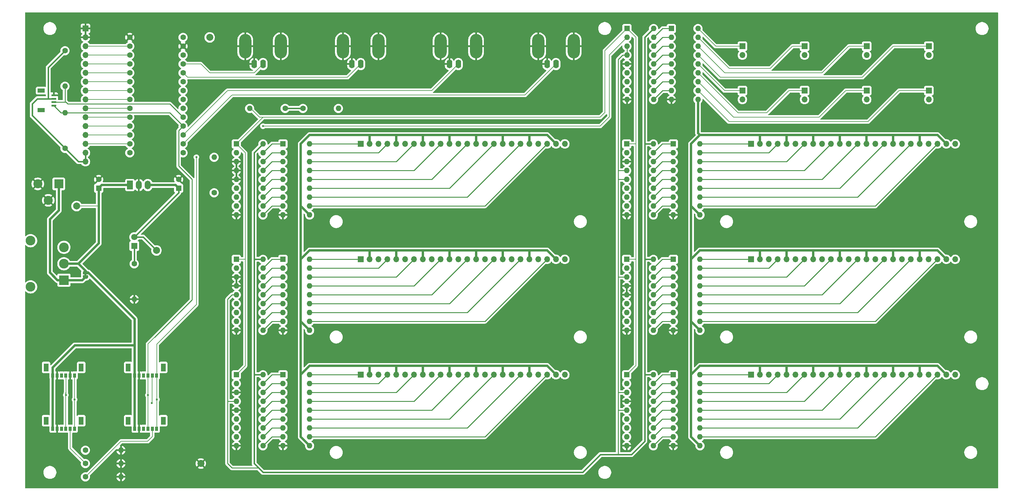
<source format=gbr>
%TF.GenerationSoftware,KiCad,Pcbnew,8.0.7*%
%TF.CreationDate,2024-12-20T12:02:51-05:00*%
%TF.ProjectId,HMS Olfactometer,484d5320-4f6c-4666-9163-746f6d657465,rev?*%
%TF.SameCoordinates,Original*%
%TF.FileFunction,Copper,L1,Top*%
%TF.FilePolarity,Positive*%
%FSLAX46Y46*%
G04 Gerber Fmt 4.6, Leading zero omitted, Abs format (unit mm)*
G04 Created by KiCad (PCBNEW 8.0.7) date 2024-12-20 12:02:51*
%MOMM*%
%LPD*%
G01*
G04 APERTURE LIST*
G04 Aperture macros list*
%AMFreePoly0*
4,1,19,0.500000,-0.750000,0.000000,-0.750000,0.000000,-0.744911,-0.071157,-0.744911,-0.207708,-0.704816,-0.327430,-0.627875,-0.420627,-0.520320,-0.479746,-0.390866,-0.500000,-0.250000,-0.500000,0.250000,-0.479746,0.390866,-0.420627,0.520320,-0.327430,0.627875,-0.207708,0.704816,-0.071157,0.744911,0.000000,0.744911,0.000000,0.750000,0.500000,0.750000,0.500000,-0.750000,0.500000,-0.750000,
$1*%
%AMFreePoly1*
4,1,19,0.000000,0.744911,0.071157,0.744911,0.207708,0.704816,0.327430,0.627875,0.420627,0.520320,0.479746,0.390866,0.500000,0.250000,0.500000,-0.250000,0.479746,-0.390866,0.420627,-0.520320,0.327430,-0.627875,0.207708,-0.704816,0.071157,-0.744911,0.000000,-0.744911,0.000000,-0.750000,-0.500000,-0.750000,-0.500000,0.750000,0.000000,0.750000,0.000000,0.744911,0.000000,0.744911,
$1*%
G04 Aperture macros list end*
%TA.AperFunction,EtchedComponent*%
%ADD10C,0.000000*%
%TD*%
%TA.AperFunction,ComponentPad*%
%ADD11R,1.600000X1.600000*%
%TD*%
%TA.AperFunction,ComponentPad*%
%ADD12O,1.600000X1.600000*%
%TD*%
%TA.AperFunction,ComponentPad*%
%ADD13R,1.700000X1.700000*%
%TD*%
%TA.AperFunction,ComponentPad*%
%ADD14O,1.700000X1.700000*%
%TD*%
%TA.AperFunction,ComponentPad*%
%ADD15C,1.600000*%
%TD*%
%TA.AperFunction,SMDPad,CuDef*%
%ADD16R,0.838200X1.295400*%
%TD*%
%TA.AperFunction,SMDPad,CuDef*%
%ADD17R,1.397000X2.260600*%
%TD*%
%TA.AperFunction,ComponentPad*%
%ADD18C,2.000000*%
%TD*%
%TA.AperFunction,ComponentPad*%
%ADD19R,2.600000X2.600000*%
%TD*%
%TA.AperFunction,ComponentPad*%
%ADD20C,2.600000*%
%TD*%
%TA.AperFunction,ComponentPad*%
%ADD21O,1.600000X2.500000*%
%TD*%
%TA.AperFunction,ComponentPad*%
%ADD22O,3.500000X7.000000*%
%TD*%
%TA.AperFunction,SMDPad,CuDef*%
%ADD23FreePoly0,90.000000*%
%TD*%
%TA.AperFunction,SMDPad,CuDef*%
%ADD24FreePoly1,90.000000*%
%TD*%
%TA.AperFunction,ComponentPad*%
%ADD25R,1.800000X1.800000*%
%TD*%
%TA.AperFunction,ComponentPad*%
%ADD26C,1.800000*%
%TD*%
%TA.AperFunction,ComponentPad*%
%ADD27R,1.700000X2.500000*%
%TD*%
%TA.AperFunction,ComponentPad*%
%ADD28O,1.700000X2.500000*%
%TD*%
%TA.AperFunction,ComponentPad*%
%ADD29R,2.775000X2.775000*%
%TD*%
%TA.AperFunction,ComponentPad*%
%ADD30C,2.775000*%
%TD*%
%TA.AperFunction,SMDPad,CuDef*%
%ADD31R,1.348740X0.599440*%
%TD*%
%TA.AperFunction,SMDPad,CuDef*%
%ADD32R,1.998980X1.198880*%
%TD*%
%TA.AperFunction,ViaPad*%
%ADD33C,0.600000*%
%TD*%
%TA.AperFunction,Conductor*%
%ADD34C,0.254000*%
%TD*%
%TA.AperFunction,Conductor*%
%ADD35C,0.635000*%
%TD*%
%TA.AperFunction,Conductor*%
%ADD36C,0.381000*%
%TD*%
%TA.AperFunction,Conductor*%
%ADD37C,0.200000*%
%TD*%
G04 APERTURE END LIST*
D10*
%TA.AperFunction,EtchedComponent*%
%TO.C,JP1*%
G36*
X48560000Y-108820000D02*
G01*
X47960000Y-108820000D01*
X47960000Y-108320000D01*
X48560000Y-108320000D01*
X48560000Y-108820000D01*
G37*
%TD.AperFunction*%
%TD*%
D11*
%TO.P,U8,1,I1*%
%TO.N,Net-(U8-I1)*%
X104775000Y-104140000D03*
D12*
%TO.P,U8,2,I2*%
%TO.N,Net-(U8-I2)*%
X104775000Y-106680000D03*
%TO.P,U8,3,I3*%
%TO.N,Net-(U8-I3)*%
X104775000Y-109220000D03*
%TO.P,U8,4,I4*%
%TO.N,Net-(U8-I4)*%
X104775000Y-111760000D03*
%TO.P,U8,5,I5*%
%TO.N,Net-(U8-I5)*%
X104775000Y-114300000D03*
%TO.P,U8,6,I6*%
%TO.N,Net-(U8-I6)*%
X104775000Y-116840000D03*
%TO.P,U8,7,I7*%
%TO.N,Net-(U8-I7)*%
X104775000Y-119380000D03*
%TO.P,U8,8,I8*%
%TO.N,Net-(U8-I8)*%
X104775000Y-121920000D03*
%TO.P,U8,9,GND*%
%TO.N,GND*%
X104775000Y-124460000D03*
%TO.P,U8,10,COM*%
%TO.N,+12V*%
X112395000Y-124460000D03*
%TO.P,U8,11,O8*%
%TO.N,Net-(J4-Pin_22)*%
X112395000Y-121920000D03*
%TO.P,U8,12,O7*%
%TO.N,Net-(J4-Pin_19)*%
X112395000Y-119380000D03*
%TO.P,U8,13,O6*%
%TO.N,Net-(J4-Pin_16)*%
X112395000Y-116840000D03*
%TO.P,U8,14,O5*%
%TO.N,Net-(J4-Pin_13)*%
X112395000Y-114300000D03*
%TO.P,U8,15,O4*%
%TO.N,Net-(J4-Pin_10)*%
X112395000Y-111760000D03*
%TO.P,U8,16,O3*%
%TO.N,Net-(J4-Pin_7)*%
X112395000Y-109220000D03*
%TO.P,U8,17,O2*%
%TO.N,Net-(J4-Pin_4)*%
X112395000Y-106680000D03*
%TO.P,U8,18,O1*%
%TO.N,Net-(J4-Pin_1)*%
X112395000Y-104140000D03*
%TD*%
D13*
%TO.P,J8,1,Pin_1*%
%TO.N,Net-(J8-Pin_1)*%
X254000000Y-43180000D03*
D14*
%TO.P,J8,2,Pin_2*%
%TO.N,+12V*%
X254000000Y-45720000D03*
%TD*%
D13*
%TO.P,J5,1,Pin_1*%
%TO.N,Net-(J5-Pin_1)*%
X238689000Y-104140000D03*
D14*
%TO.P,J5,2,Pin_2*%
%TO.N,+12V*%
X241229000Y-104140000D03*
%TO.P,J5,3,Pin_3*%
%TO.N,unconnected-(J5-Pin_3-Pad3)*%
X243769000Y-104140000D03*
%TO.P,J5,4,Pin_4*%
%TO.N,Net-(J5-Pin_4)*%
X246309000Y-104140000D03*
%TO.P,J5,5,Pin_5*%
%TO.N,+12V*%
X248849000Y-104140000D03*
%TO.P,J5,6,Pin_6*%
%TO.N,unconnected-(J5-Pin_6-Pad6)*%
X251389000Y-104140000D03*
%TO.P,J5,7,Pin_7*%
%TO.N,Net-(J5-Pin_7)*%
X253929000Y-104140000D03*
%TO.P,J5,8,Pin_8*%
%TO.N,+12V*%
X256469000Y-104140000D03*
%TO.P,J5,9,Pin_9*%
%TO.N,unconnected-(J5-Pin_9-Pad9)*%
X259009000Y-104140000D03*
%TO.P,J5,10,Pin_10*%
%TO.N,Net-(J5-Pin_10)*%
X261549000Y-104140000D03*
%TO.P,J5,11,Pin_11*%
%TO.N,+12V*%
X264089000Y-104140000D03*
%TO.P,J5,12,Pin_12*%
%TO.N,unconnected-(J5-Pin_12-Pad12)*%
X266629000Y-104140000D03*
%TO.P,J5,13,Pin_13*%
%TO.N,Net-(J5-Pin_13)*%
X269169000Y-104140000D03*
%TO.P,J5,14,Pin_14*%
%TO.N,+12V*%
X271709000Y-104140000D03*
%TO.P,J5,15,Pin_15*%
%TO.N,unconnected-(J5-Pin_15-Pad15)*%
X274249000Y-104140000D03*
%TO.P,J5,16,Pin_16*%
%TO.N,Net-(J5-Pin_16)*%
X276789000Y-104140000D03*
%TO.P,J5,17,Pin_17*%
%TO.N,+12V*%
X279329000Y-104140000D03*
%TO.P,J5,18,Pin_18*%
%TO.N,unconnected-(J5-Pin_18-Pad18)*%
X281869000Y-104140000D03*
%TO.P,J5,19,Pin_19*%
%TO.N,Net-(J5-Pin_19)*%
X284409000Y-104140000D03*
%TO.P,J5,20,Pin_20*%
%TO.N,+12V*%
X286949000Y-104140000D03*
%TO.P,J5,21,Pin_21*%
%TO.N,unconnected-(J5-Pin_21-Pad21)*%
X289489000Y-104140000D03*
%TO.P,J5,22,Pin_22*%
%TO.N,Net-(J5-Pin_22)*%
X292029000Y-104140000D03*
%TO.P,J5,23,Pin_23*%
%TO.N,+12V*%
X294569000Y-104140000D03*
%TO.P,J5,24,Pin_24*%
%TO.N,unconnected-(J5-Pin_24-Pad24)*%
X297109000Y-104140000D03*
%TD*%
D15*
%TO.P,R4,1*%
%TO.N,Net-(D1-K)*%
X62230000Y-105410000D03*
D12*
%TO.P,R4,2*%
%TO.N,GND*%
X62230000Y-115570000D03*
%TD*%
D15*
%TO.P,R3,1*%
%TO.N,Net-(J19-Pin_5)*%
X48260000Y-166370000D03*
D12*
%TO.P,R3,2*%
%TO.N,GND*%
X58420000Y-166370000D03*
%TD*%
D11*
%TO.P,U14,1,I1*%
%TO.N,Net-(U14-I1)*%
X215900000Y-38100000D03*
D12*
%TO.P,U14,2,I2*%
%TO.N,Net-(U14-I2)*%
X215900000Y-40640000D03*
%TO.P,U14,3,I3*%
%TO.N,Net-(U14-I3)*%
X215900000Y-43180000D03*
%TO.P,U14,4,I4*%
%TO.N,Net-(U14-I4)*%
X215900000Y-45720000D03*
%TO.P,U14,5,I5*%
%TO.N,Net-(U14-I5)*%
X215900000Y-48260000D03*
%TO.P,U14,6,I6*%
%TO.N,Net-(U14-I6)*%
X215900000Y-50800000D03*
%TO.P,U14,7,I7*%
%TO.N,Net-(U14-I7)*%
X215900000Y-53340000D03*
%TO.P,U14,8,I8*%
%TO.N,Net-(U14-I8)*%
X215900000Y-55880000D03*
%TO.P,U14,9,GND*%
%TO.N,GND*%
X215900000Y-58420000D03*
%TO.P,U14,10,COM*%
%TO.N,+12V*%
X223520000Y-58420000D03*
%TO.P,U14,11,O8*%
%TO.N,Net-(J14-Pin_1)*%
X223520000Y-55880000D03*
%TO.P,U14,12,O7*%
%TO.N,Net-(J13-Pin_1)*%
X223520000Y-53340000D03*
%TO.P,U14,13,O6*%
%TO.N,Net-(J12-Pin_1)*%
X223520000Y-50800000D03*
%TO.P,U14,14,O5*%
%TO.N,Net-(J11-Pin_1)*%
X223520000Y-48260000D03*
%TO.P,U14,15,O4*%
%TO.N,Net-(J10-Pin_1)*%
X223520000Y-45720000D03*
%TO.P,U14,16,O3*%
%TO.N,Net-(J9-Pin_1)*%
X223520000Y-43180000D03*
%TO.P,U14,17,O2*%
%TO.N,Net-(J8-Pin_1)*%
X223520000Y-40640000D03*
%TO.P,U14,18,O1*%
%TO.N,Net-(J7-Pin_1)*%
X223520000Y-38100000D03*
%TD*%
D16*
%TO.P,J19,1,Pin_1*%
%TO.N,+24V*%
X62384999Y-152604599D03*
%TO.P,J19,2,Pin_2*%
%TO.N,GND*%
X63634999Y-152604599D03*
%TO.P,J19,3,Pin_3*%
%TO.N,unconnected-(J19-Pin_3-Pad3)*%
X64884999Y-152604599D03*
%TO.P,J19,4,Pin_4*%
%TO.N,/SCL-1*%
X66134999Y-152604599D03*
%TO.P,J19,5,Pin_5*%
%TO.N,Net-(J19-Pin_5)*%
X67384999Y-152604599D03*
%TO.P,J19,6,Pin_6*%
%TO.N,/SDA-1*%
X68634999Y-152604599D03*
D17*
%TO.P,J19,7*%
%TO.N,N/C*%
X60484998Y-150309600D03*
%TO.P,J19,8*%
X70535000Y-150309600D03*
%TD*%
D13*
%TO.P,J12,1,Pin_1*%
%TO.N,Net-(J12-Pin_1)*%
X254000000Y-55880000D03*
D14*
%TO.P,J12,2,Pin_2*%
%TO.N,+12V*%
X254000000Y-58420000D03*
%TD*%
D11*
%TO.P,U10,1,I1*%
%TO.N,Net-(U10-I1)*%
X216464000Y-104140000D03*
D12*
%TO.P,U10,2,I2*%
%TO.N,Net-(U10-I2)*%
X216464000Y-106680000D03*
%TO.P,U10,3,I3*%
%TO.N,Net-(U10-I3)*%
X216464000Y-109220000D03*
%TO.P,U10,4,I4*%
%TO.N,Net-(U10-I4)*%
X216464000Y-111760000D03*
%TO.P,U10,5,I5*%
%TO.N,Net-(U10-I5)*%
X216464000Y-114300000D03*
%TO.P,U10,6,I6*%
%TO.N,Net-(U10-I6)*%
X216464000Y-116840000D03*
%TO.P,U10,7,I7*%
%TO.N,Net-(U10-I7)*%
X216464000Y-119380000D03*
%TO.P,U10,8,I8*%
%TO.N,Net-(U10-I8)*%
X216464000Y-121920000D03*
%TO.P,U10,9,GND*%
%TO.N,GND*%
X216464000Y-124460000D03*
%TO.P,U10,10,COM*%
%TO.N,+12V*%
X224084000Y-124460000D03*
%TO.P,U10,11,O8*%
%TO.N,Net-(J5-Pin_22)*%
X224084000Y-121920000D03*
%TO.P,U10,12,O7*%
%TO.N,Net-(J5-Pin_19)*%
X224084000Y-119380000D03*
%TO.P,U10,13,O6*%
%TO.N,Net-(J5-Pin_16)*%
X224084000Y-116840000D03*
%TO.P,U10,14,O5*%
%TO.N,Net-(J5-Pin_13)*%
X224084000Y-114300000D03*
%TO.P,U10,15,O4*%
%TO.N,Net-(J5-Pin_10)*%
X224084000Y-111760000D03*
%TO.P,U10,16,O3*%
%TO.N,Net-(J5-Pin_7)*%
X224084000Y-109220000D03*
%TO.P,U10,17,O2*%
%TO.N,Net-(J5-Pin_4)*%
X224084000Y-106680000D03*
%TO.P,U10,18,O1*%
%TO.N,Net-(J5-Pin_1)*%
X224084000Y-104140000D03*
%TD*%
D11*
%TO.P,U7,1,SCL*%
%TO.N,SCL-0*%
X203129000Y-71120000D03*
D12*
%TO.P,U7,2,SDA*%
%TO.N,SDA-0*%
X203129000Y-73660000D03*
%TO.P,U7,3,A2*%
%TO.N,GND*%
X203129000Y-76200000D03*
%TO.P,U7,4,A1*%
%TO.N,+3.3V*%
X203129000Y-78740000D03*
%TO.P,U7,5,A0*%
X203129000Y-81280000D03*
%TO.P,U7,6,~{RESET}*%
%TO.N,RESET*%
X203129000Y-83820000D03*
%TO.P,U7,7,NC*%
%TO.N,unconnected-(U7-NC-Pad7)*%
X203129000Y-86360000D03*
%TO.P,U7,8,INT*%
%TO.N,unconnected-(U7-INT-Pad8)*%
X203129000Y-88900000D03*
%TO.P,U7,9,VSS*%
%TO.N,GND*%
X203129000Y-91440000D03*
%TO.P,U7,10,GP0*%
%TO.N,Net-(U6-I8)*%
X210749000Y-91440000D03*
%TO.P,U7,11,GP1*%
%TO.N,Net-(U6-I7)*%
X210749000Y-88900000D03*
%TO.P,U7,12,GP2*%
%TO.N,Net-(U6-I6)*%
X210749000Y-86360000D03*
%TO.P,U7,13,GP3*%
%TO.N,Net-(U6-I5)*%
X210749000Y-83820000D03*
%TO.P,U7,14,GP4*%
%TO.N,Net-(U6-I4)*%
X210749000Y-81280000D03*
%TO.P,U7,15,GP5*%
%TO.N,Net-(U6-I3)*%
X210749000Y-78740000D03*
%TO.P,U7,16,GP6*%
%TO.N,Net-(U6-I2)*%
X210749000Y-76200000D03*
%TO.P,U7,17,GP7*%
%TO.N,Net-(U6-I1)*%
X210749000Y-73660000D03*
%TO.P,U7,18,VDD*%
%TO.N,+3.3V*%
X210749000Y-71120000D03*
%TD*%
D16*
%TO.P,J18,1,Pin_1*%
%TO.N,+24V*%
X62384999Y-137364599D03*
%TO.P,J18,2,Pin_2*%
%TO.N,GND*%
X63634999Y-137364599D03*
%TO.P,J18,3,Pin_3*%
%TO.N,unconnected-(J18-Pin_3-Pad3)*%
X64884999Y-137364599D03*
%TO.P,J18,4,Pin_4*%
%TO.N,/SCL-1*%
X66134999Y-137364599D03*
%TO.P,J18,5,Pin_5*%
%TO.N,Net-(J18-Pin_5)*%
X67384999Y-137364599D03*
%TO.P,J18,6,Pin_6*%
%TO.N,/SDA-1*%
X68634999Y-137364599D03*
D17*
%TO.P,J18,7*%
%TO.N,N/C*%
X60484998Y-135069600D03*
%TO.P,J18,8*%
X70535000Y-135069600D03*
%TD*%
D15*
%TO.P,U1,1,GND*%
%TO.N,GND*%
X60960000Y-40640000D03*
%TO.P,U1,2,0_RX1_CRX2_CS1*%
%TO.N,Net-(J24-Pin_3)*%
X60960000Y-43180000D03*
%TO.P,U1,3,1_TX1_CTX2_MISO1*%
%TO.N,Net-(J24-Pin_4)*%
X60960000Y-45720000D03*
%TO.P,U1,4,2_OUT2*%
%TO.N,Net-(J24-Pin_5)*%
X60960000Y-48260000D03*
%TO.P,U1,5,3_LRCLK2*%
%TO.N,Net-(J24-Pin_6)*%
X60960000Y-50800000D03*
%TO.P,U1,6,4_BCLK2*%
%TO.N,Net-(J24-Pin_7)*%
X60960000Y-53340000D03*
%TO.P,U1,7,5_IN2*%
%TO.N,Net-(J24-Pin_8)*%
X60960000Y-55880000D03*
%TO.P,U1,8,6_OUT1D*%
%TO.N,Net-(J24-Pin_9)*%
X60960000Y-58420000D03*
%TO.P,U1,9,7_RX2_OUT1A*%
%TO.N,Net-(J24-Pin_10)*%
X60960000Y-60960000D03*
%TO.P,U1,10,8_TX2_IN1*%
%TO.N,Net-(J24-Pin_11)*%
X60960000Y-63500000D03*
%TO.P,U1,11,9_OUT1C*%
%TO.N,Net-(J24-Pin_12)*%
X60960000Y-66040000D03*
%TO.P,U1,12,10_CS_MQSR*%
%TO.N,Net-(J24-Pin_13)*%
X60960000Y-68580000D03*
%TO.P,U1,13,11_MOSI_CTX1*%
%TO.N,Net-(J24-Pin_14)*%
X60960000Y-71120000D03*
%TO.P,U1,14,12_MISO_MQSL*%
%TO.N,unconnected-(U1-12_MISO_MQSL-Pad14)*%
X60960000Y-73660000D03*
%TO.P,U1,20,13_SCK_CRX1_LED*%
%TO.N,unconnected-(U1-13_SCK_CRX1_LED-Pad20)*%
X76200000Y-73660000D03*
%TO.P,U1,21,14_A0_TX3_SPDIF_OUT*%
%TO.N,Net-(J23-In)*%
X76200000Y-71120000D03*
%TO.P,U1,22,15_A1_RX3_SPDIF_IN*%
%TO.N,Net-(J22-In)*%
X76200000Y-68580000D03*
%TO.P,U1,23,16_A2_RX4_SCL1*%
%TO.N,/SCL-1*%
X76200000Y-66040000D03*
%TO.P,U1,24,17_A3_TX4_SDA1*%
%TO.N,/SDA-1*%
X76200000Y-63500000D03*
%TO.P,U1,25,18_A4_SDA0*%
%TO.N,SDA-0*%
X76200000Y-60960000D03*
%TO.P,U1,26,19_A5_SCL0*%
%TO.N,SCL-0*%
X76200000Y-58420000D03*
%TO.P,U1,27,20_A6_TX5_LRCLK1*%
%TO.N,unconnected-(U1-20_A6_TX5_LRCLK1-Pad27)*%
X76200000Y-55880000D03*
%TO.P,U1,28,21_A7_RX5_BCLK1*%
%TO.N,unconnected-(U1-21_A7_RX5_BCLK1-Pad28)*%
X76200000Y-53340000D03*
%TO.P,U1,29,22_A8_CTX1*%
%TO.N,Net-(J21-In)*%
X76200000Y-50800000D03*
%TO.P,U1,30,23_A9_CRX1_MCLK1*%
%TO.N,Net-(J20-In)*%
X76200000Y-48260000D03*
%TO.P,U1,31,3V3*%
%TO.N,+3.3V*%
X76200000Y-45720000D03*
%TO.P,U1,32,GND*%
%TO.N,GND*%
X76200000Y-43180000D03*
%TO.P,U1,33,VIN*%
%TO.N,unconnected-(U1-VIN-Pad33)*%
X76200000Y-40640000D03*
%TD*%
D18*
%TO.P,TP4,1,1*%
%TO.N,+3.3V*%
X83820000Y-40640000D03*
%TD*%
D19*
%TO.P,J15,1*%
%TO.N,Net-(JP1-A)*%
X40640000Y-82550000D03*
D20*
%TO.P,J15,2*%
%TO.N,GND*%
X34640000Y-82550000D03*
%TO.P,J15,3*%
X37640000Y-87250000D03*
%TD*%
D11*
%TO.P,C1,1*%
%TO.N,+24V*%
X52070000Y-83780000D03*
D15*
%TO.P,C1,2*%
%TO.N,GND*%
X52070000Y-81280000D03*
%TD*%
D21*
%TO.P,J22,1,In*%
%TO.N,Net-(J22-In)*%
X154940000Y-48260000D03*
D22*
%TO.P,J22,2,Ext*%
%TO.N,GND*%
X149860000Y-43180000D03*
D21*
X152400000Y-48260000D03*
D22*
X160020000Y-43180000D03*
%TD*%
D15*
%TO.P,R2,1*%
%TO.N,Net-(J17-Pin_5)*%
X48260000Y-162560000D03*
D12*
%TO.P,R2,2*%
%TO.N,GND*%
X58420000Y-162560000D03*
%TD*%
D23*
%TO.P,JP1,1,A*%
%TO.N,Net-(JP1-A)*%
X48260000Y-109220000D03*
D24*
%TO.P,JP1,2,B*%
%TO.N,+24V*%
X48260000Y-107920000D03*
%TD*%
D11*
%TO.P,U9,1,SCL*%
%TO.N,SCL-0*%
X91440000Y-104140000D03*
D12*
%TO.P,U9,2,SDA*%
%TO.N,SDA-0*%
X91440000Y-106680000D03*
%TO.P,U9,3,A2*%
%TO.N,GND*%
X91440000Y-109220000D03*
%TO.P,U9,4,A1*%
X91440000Y-111760000D03*
%TO.P,U9,5,A0*%
%TO.N,+3.3V*%
X91440000Y-114300000D03*
%TO.P,U9,6,~{RESET}*%
%TO.N,RESET*%
X91440000Y-116840000D03*
%TO.P,U9,7,NC*%
%TO.N,unconnected-(U9-NC-Pad7)*%
X91440000Y-119380000D03*
%TO.P,U9,8,INT*%
%TO.N,unconnected-(U9-INT-Pad8)*%
X91440000Y-121920000D03*
%TO.P,U9,9,VSS*%
%TO.N,GND*%
X91440000Y-124460000D03*
%TO.P,U9,10,GP0*%
%TO.N,Net-(U8-I8)*%
X99060000Y-124460000D03*
%TO.P,U9,11,GP1*%
%TO.N,Net-(U8-I7)*%
X99060000Y-121920000D03*
%TO.P,U9,12,GP2*%
%TO.N,Net-(U8-I6)*%
X99060000Y-119380000D03*
%TO.P,U9,13,GP3*%
%TO.N,Net-(U8-I5)*%
X99060000Y-116840000D03*
%TO.P,U9,14,GP4*%
%TO.N,Net-(U8-I4)*%
X99060000Y-114300000D03*
%TO.P,U9,15,GP5*%
%TO.N,Net-(U8-I3)*%
X99060000Y-111760000D03*
%TO.P,U9,16,GP6*%
%TO.N,Net-(U8-I2)*%
X99060000Y-109220000D03*
%TO.P,U9,17,GP7*%
%TO.N,Net-(U8-I1)*%
X99060000Y-106680000D03*
%TO.P,U9,18,VDD*%
%TO.N,+3.3V*%
X99060000Y-104140000D03*
%TD*%
D15*
%TO.P,R16,1*%
%TO.N,+3.3V*%
X110490000Y-60960000D03*
D12*
%TO.P,R16,2*%
%TO.N,RESET*%
X120650000Y-60960000D03*
%TD*%
D13*
%TO.P,J13,1,Pin_1*%
%TO.N,Net-(J13-Pin_1)*%
X271780000Y-55880000D03*
D14*
%TO.P,J13,2,Pin_2*%
%TO.N,+12V*%
X271780000Y-58420000D03*
%TD*%
D13*
%TO.P,J9,1,Pin_1*%
%TO.N,Net-(J9-Pin_1)*%
X271780000Y-43180000D03*
D14*
%TO.P,J9,2,Pin_2*%
%TO.N,+12V*%
X271780000Y-45720000D03*
%TD*%
D25*
%TO.P,D1,1,K*%
%TO.N,Net-(D1-K)*%
X62230000Y-100330000D03*
D26*
%TO.P,D1,2,A*%
%TO.N,+12V*%
X62230000Y-97790000D03*
%TD*%
D18*
%TO.P,TP2,1,1*%
%TO.N,+12V*%
X68580000Y-101600000D03*
%TD*%
D21*
%TO.P,J20,1,In*%
%TO.N,Net-(J20-In)*%
X99060000Y-48260000D03*
D22*
%TO.P,J20,2,Ext*%
%TO.N,GND*%
X93980000Y-43180000D03*
D21*
X96520000Y-48260000D03*
D22*
X104140000Y-43180000D03*
%TD*%
D15*
%TO.P,R7,1*%
%TO.N,+3.3V*%
X85090000Y-85090000D03*
D12*
%TO.P,R7,2*%
%TO.N,SDA-0*%
X85090000Y-74930000D03*
%TD*%
D11*
%TO.P,U4,1,I1*%
%TO.N,Net-(U4-I1)*%
X216464000Y-137160000D03*
D12*
%TO.P,U4,2,I2*%
%TO.N,Net-(U4-I2)*%
X216464000Y-139700000D03*
%TO.P,U4,3,I3*%
%TO.N,Net-(U4-I3)*%
X216464000Y-142240000D03*
%TO.P,U4,4,I4*%
%TO.N,Net-(U4-I4)*%
X216464000Y-144780000D03*
%TO.P,U4,5,I5*%
%TO.N,Net-(U4-I5)*%
X216464000Y-147320000D03*
%TO.P,U4,6,I6*%
%TO.N,Net-(U4-I6)*%
X216464000Y-149860000D03*
%TO.P,U4,7,I7*%
%TO.N,Net-(U4-I7)*%
X216464000Y-152400000D03*
%TO.P,U4,8,I8*%
%TO.N,Net-(U4-I8)*%
X216464000Y-154940000D03*
%TO.P,U4,9,GND*%
%TO.N,GND*%
X216464000Y-157480000D03*
%TO.P,U4,10,COM*%
%TO.N,+12V*%
X224084000Y-157480000D03*
%TO.P,U4,11,O8*%
%TO.N,Net-(J2-Pin_22)*%
X224084000Y-154940000D03*
%TO.P,U4,12,O7*%
%TO.N,Net-(J2-Pin_19)*%
X224084000Y-152400000D03*
%TO.P,U4,13,O6*%
%TO.N,Net-(J2-Pin_16)*%
X224084000Y-149860000D03*
%TO.P,U4,14,O5*%
%TO.N,Net-(J2-Pin_13)*%
X224084000Y-147320000D03*
%TO.P,U4,15,O4*%
%TO.N,Net-(J2-Pin_10)*%
X224084000Y-144780000D03*
%TO.P,U4,16,O3*%
%TO.N,Net-(J2-Pin_7)*%
X224084000Y-142240000D03*
%TO.P,U4,17,O2*%
%TO.N,Net-(J2-Pin_4)*%
X224084000Y-139700000D03*
%TO.P,U4,18,O1*%
%TO.N,Net-(J2-Pin_1)*%
X224084000Y-137160000D03*
%TD*%
D13*
%TO.P,J4,1,Pin_1*%
%TO.N,Net-(J4-Pin_1)*%
X127000000Y-104140000D03*
D14*
%TO.P,J4,2,Pin_2*%
%TO.N,+12V*%
X129540000Y-104140000D03*
%TO.P,J4,3,Pin_3*%
%TO.N,unconnected-(J4-Pin_3-Pad3)*%
X132080000Y-104140000D03*
%TO.P,J4,4,Pin_4*%
%TO.N,Net-(J4-Pin_4)*%
X134620000Y-104140000D03*
%TO.P,J4,5,Pin_5*%
%TO.N,+12V*%
X137160000Y-104140000D03*
%TO.P,J4,6,Pin_6*%
%TO.N,unconnected-(J4-Pin_6-Pad6)*%
X139700000Y-104140000D03*
%TO.P,J4,7,Pin_7*%
%TO.N,Net-(J4-Pin_7)*%
X142240000Y-104140000D03*
%TO.P,J4,8,Pin_8*%
%TO.N,+12V*%
X144780000Y-104140000D03*
%TO.P,J4,9,Pin_9*%
%TO.N,unconnected-(J4-Pin_9-Pad9)*%
X147320000Y-104140000D03*
%TO.P,J4,10,Pin_10*%
%TO.N,Net-(J4-Pin_10)*%
X149860000Y-104140000D03*
%TO.P,J4,11,Pin_11*%
%TO.N,+12V*%
X152400000Y-104140000D03*
%TO.P,J4,12,Pin_12*%
%TO.N,unconnected-(J4-Pin_12-Pad12)*%
X154940000Y-104140000D03*
%TO.P,J4,13,Pin_13*%
%TO.N,Net-(J4-Pin_13)*%
X157480000Y-104140000D03*
%TO.P,J4,14,Pin_14*%
%TO.N,+12V*%
X160020000Y-104140000D03*
%TO.P,J4,15,Pin_15*%
%TO.N,unconnected-(J4-Pin_15-Pad15)*%
X162560000Y-104140000D03*
%TO.P,J4,16,Pin_16*%
%TO.N,Net-(J4-Pin_16)*%
X165100000Y-104140000D03*
%TO.P,J4,17,Pin_17*%
%TO.N,+12V*%
X167640000Y-104140000D03*
%TO.P,J4,18,Pin_18*%
%TO.N,unconnected-(J4-Pin_18-Pad18)*%
X170180000Y-104140000D03*
%TO.P,J4,19,Pin_19*%
%TO.N,Net-(J4-Pin_19)*%
X172720000Y-104140000D03*
%TO.P,J4,20,Pin_20*%
%TO.N,+12V*%
X175260000Y-104140000D03*
%TO.P,J4,21,Pin_21*%
%TO.N,unconnected-(J4-Pin_21-Pad21)*%
X177800000Y-104140000D03*
%TO.P,J4,22,Pin_22*%
%TO.N,Net-(J4-Pin_22)*%
X180340000Y-104140000D03*
%TO.P,J4,23,Pin_23*%
%TO.N,+12V*%
X182880000Y-104140000D03*
%TO.P,J4,24,Pin_24*%
%TO.N,unconnected-(J4-Pin_24-Pad24)*%
X185420000Y-104140000D03*
%TD*%
D27*
%TO.P,U16,1,IN*%
%TO.N,+24V*%
X61002500Y-82882500D03*
D28*
%TO.P,U16,2,GND*%
%TO.N,GND*%
X63542500Y-82882500D03*
%TO.P,U16,3,OUT*%
%TO.N,+12V*%
X66082500Y-82882500D03*
%TD*%
D13*
%TO.P,J2,1,Pin_1*%
%TO.N,Net-(J2-Pin_1)*%
X238689000Y-137160000D03*
D14*
%TO.P,J2,2,Pin_2*%
%TO.N,+12V*%
X241229000Y-137160000D03*
%TO.P,J2,3,Pin_3*%
%TO.N,unconnected-(J2-Pin_3-Pad3)*%
X243769000Y-137160000D03*
%TO.P,J2,4,Pin_4*%
%TO.N,Net-(J2-Pin_4)*%
X246309000Y-137160000D03*
%TO.P,J2,5,Pin_5*%
%TO.N,+12V*%
X248849000Y-137160000D03*
%TO.P,J2,6,Pin_6*%
%TO.N,unconnected-(J2-Pin_6-Pad6)*%
X251389000Y-137160000D03*
%TO.P,J2,7,Pin_7*%
%TO.N,Net-(J2-Pin_7)*%
X253929000Y-137160000D03*
%TO.P,J2,8,Pin_8*%
%TO.N,+12V*%
X256469000Y-137160000D03*
%TO.P,J2,9,Pin_9*%
%TO.N,unconnected-(J2-Pin_9-Pad9)*%
X259009000Y-137160000D03*
%TO.P,J2,10,Pin_10*%
%TO.N,Net-(J2-Pin_10)*%
X261549000Y-137160000D03*
%TO.P,J2,11,Pin_11*%
%TO.N,+12V*%
X264089000Y-137160000D03*
%TO.P,J2,12,Pin_12*%
%TO.N,unconnected-(J2-Pin_12-Pad12)*%
X266629000Y-137160000D03*
%TO.P,J2,13,Pin_13*%
%TO.N,Net-(J2-Pin_13)*%
X269169000Y-137160000D03*
%TO.P,J2,14,Pin_14*%
%TO.N,+12V*%
X271709000Y-137160000D03*
%TO.P,J2,15,Pin_15*%
%TO.N,unconnected-(J2-Pin_15-Pad15)*%
X274249000Y-137160000D03*
%TO.P,J2,16,Pin_16*%
%TO.N,Net-(J2-Pin_16)*%
X276789000Y-137160000D03*
%TO.P,J2,17,Pin_17*%
%TO.N,+12V*%
X279329000Y-137160000D03*
%TO.P,J2,18,Pin_18*%
%TO.N,unconnected-(J2-Pin_18-Pad18)*%
X281869000Y-137160000D03*
%TO.P,J2,19,Pin_19*%
%TO.N,Net-(J2-Pin_19)*%
X284409000Y-137160000D03*
%TO.P,J2,20,Pin_20*%
%TO.N,+12V*%
X286949000Y-137160000D03*
%TO.P,J2,21,Pin_21*%
%TO.N,unconnected-(J2-Pin_21-Pad21)*%
X289489000Y-137160000D03*
%TO.P,J2,22,Pin_22*%
%TO.N,Net-(J2-Pin_22)*%
X292029000Y-137160000D03*
%TO.P,J2,23,Pin_23*%
%TO.N,+12V*%
X294569000Y-137160000D03*
%TO.P,J2,24,Pin_24*%
%TO.N,unconnected-(J2-Pin_24-Pad24)*%
X297109000Y-137160000D03*
%TD*%
D29*
%TO.P,SW1,1,A*%
%TO.N,Net-(JP1-A)*%
X42103000Y-110110000D03*
D30*
%TO.P,SW1,2,B*%
%TO.N,+24V*%
X42103000Y-105410000D03*
%TO.P,SW1,3*%
%TO.N,N/C*%
X42103000Y-100710000D03*
%TO.P,SW1,S1*%
X32573000Y-112015000D03*
%TO.P,SW1,S2*%
X32573000Y-98805000D03*
%TD*%
D13*
%TO.P,J11,1,Pin_1*%
%TO.N,Net-(J11-Pin_1)*%
X236220000Y-55880000D03*
D14*
%TO.P,J11,2,Pin_2*%
%TO.N,+12V*%
X236220000Y-58420000D03*
%TD*%
D11*
%TO.P,U13,1,SCL*%
%TO.N,SCL-0*%
X91440000Y-71120000D03*
D12*
%TO.P,U13,2,SDA*%
%TO.N,SDA-0*%
X91440000Y-73660000D03*
%TO.P,U13,3,A2*%
%TO.N,GND*%
X91440000Y-76200000D03*
%TO.P,U13,4,A1*%
X91440000Y-78740000D03*
%TO.P,U13,5,A0*%
X91440000Y-81280000D03*
%TO.P,U13,6,~{RESET}*%
%TO.N,RESET*%
X91440000Y-83820000D03*
%TO.P,U13,7,NC*%
%TO.N,unconnected-(U13-NC-Pad7)*%
X91440000Y-86360000D03*
%TO.P,U13,8,INT*%
%TO.N,unconnected-(U13-INT-Pad8)*%
X91440000Y-88900000D03*
%TO.P,U13,9,VSS*%
%TO.N,GND*%
X91440000Y-91440000D03*
%TO.P,U13,10,GP0*%
%TO.N,Net-(U12-I8)*%
X99060000Y-91440000D03*
%TO.P,U13,11,GP1*%
%TO.N,Net-(U12-I7)*%
X99060000Y-88900000D03*
%TO.P,U13,12,GP2*%
%TO.N,Net-(U12-I6)*%
X99060000Y-86360000D03*
%TO.P,U13,13,GP3*%
%TO.N,Net-(U12-I5)*%
X99060000Y-83820000D03*
%TO.P,U13,14,GP4*%
%TO.N,Net-(U12-I4)*%
X99060000Y-81280000D03*
%TO.P,U13,15,GP5*%
%TO.N,Net-(U12-I3)*%
X99060000Y-78740000D03*
%TO.P,U13,16,GP6*%
%TO.N,Net-(U12-I2)*%
X99060000Y-76200000D03*
%TO.P,U13,17,GP7*%
%TO.N,Net-(U12-I1)*%
X99060000Y-73660000D03*
%TO.P,U13,18,VDD*%
%TO.N,+3.3V*%
X99060000Y-71120000D03*
%TD*%
D11*
%TO.P,U2,1,I1*%
%TO.N,Net-(U2-I1)*%
X104775000Y-137160000D03*
D12*
%TO.P,U2,2,I2*%
%TO.N,Net-(U2-I2)*%
X104775000Y-139700000D03*
%TO.P,U2,3,I3*%
%TO.N,Net-(U2-I3)*%
X104775000Y-142240000D03*
%TO.P,U2,4,I4*%
%TO.N,Net-(U2-I4)*%
X104775000Y-144780000D03*
%TO.P,U2,5,I5*%
%TO.N,Net-(U2-I5)*%
X104775000Y-147320000D03*
%TO.P,U2,6,I6*%
%TO.N,Net-(U2-I6)*%
X104775000Y-149860000D03*
%TO.P,U2,7,I7*%
%TO.N,Net-(U2-I7)*%
X104775000Y-152400000D03*
%TO.P,U2,8,I8*%
%TO.N,Net-(U2-I8)*%
X104775000Y-154940000D03*
%TO.P,U2,9,GND*%
%TO.N,GND*%
X104775000Y-157480000D03*
%TO.P,U2,10,COM*%
%TO.N,+12V*%
X112395000Y-157480000D03*
%TO.P,U2,11,O8*%
%TO.N,Net-(J1-Pin_22)*%
X112395000Y-154940000D03*
%TO.P,U2,12,O7*%
%TO.N,Net-(J1-Pin_19)*%
X112395000Y-152400000D03*
%TO.P,U2,13,O6*%
%TO.N,Net-(J1-Pin_16)*%
X112395000Y-149860000D03*
%TO.P,U2,14,O5*%
%TO.N,Net-(J1-Pin_13)*%
X112395000Y-147320000D03*
%TO.P,U2,15,O4*%
%TO.N,Net-(J1-Pin_10)*%
X112395000Y-144780000D03*
%TO.P,U2,16,O3*%
%TO.N,Net-(J1-Pin_7)*%
X112395000Y-142240000D03*
%TO.P,U2,17,O2*%
%TO.N,Net-(J1-Pin_4)*%
X112395000Y-139700000D03*
%TO.P,U2,18,O1*%
%TO.N,Net-(J1-Pin_1)*%
X112395000Y-137160000D03*
%TD*%
D31*
%TO.P,J25,1,GND*%
%TO.N,GND*%
X39232840Y-57180480D03*
%TO.P,J25,2,VCC*%
%TO.N,+3.3V*%
X39232840Y-58181240D03*
%TO.P,J25,3,SDA*%
%TO.N,/SDA-1*%
X39232840Y-59176920D03*
%TO.P,J25,4,SCL*%
%TO.N,/SCL-1*%
X39232840Y-60177680D03*
D32*
%TO.P,J25,NC1*%
%TO.N,N/C*%
X35560000Y-61478160D03*
%TO.P,J25,NC2*%
X35560000Y-55880000D03*
%TD*%
D11*
%TO.P,U15,1,SCL*%
%TO.N,SCL-0*%
X203200000Y-38100000D03*
D12*
%TO.P,U15,2,SDA*%
%TO.N,SDA-0*%
X203200000Y-40640000D03*
%TO.P,U15,3,A2*%
%TO.N,+3.3V*%
X203200000Y-43180000D03*
%TO.P,U15,4,A1*%
X203200000Y-45720000D03*
%TO.P,U15,5,A0*%
%TO.N,GND*%
X203200000Y-48260000D03*
%TO.P,U15,6,~{RESET}*%
%TO.N,RESET*%
X203200000Y-50800000D03*
%TO.P,U15,7,NC*%
%TO.N,unconnected-(U15-NC-Pad7)*%
X203200000Y-53340000D03*
%TO.P,U15,8,INT*%
%TO.N,unconnected-(U15-INT-Pad8)*%
X203200000Y-55880000D03*
%TO.P,U15,9,VSS*%
%TO.N,GND*%
X203200000Y-58420000D03*
%TO.P,U15,10,GP0*%
%TO.N,Net-(U14-I8)*%
X210820000Y-58420000D03*
%TO.P,U15,11,GP1*%
%TO.N,Net-(U14-I7)*%
X210820000Y-55880000D03*
%TO.P,U15,12,GP2*%
%TO.N,Net-(U14-I6)*%
X210820000Y-53340000D03*
%TO.P,U15,13,GP3*%
%TO.N,Net-(U14-I5)*%
X210820000Y-50800000D03*
%TO.P,U15,14,GP4*%
%TO.N,Net-(U14-I4)*%
X210820000Y-48260000D03*
%TO.P,U15,15,GP5*%
%TO.N,Net-(U14-I3)*%
X210820000Y-45720000D03*
%TO.P,U15,16,GP6*%
%TO.N,Net-(U14-I2)*%
X210820000Y-43180000D03*
%TO.P,U15,17,GP7*%
%TO.N,Net-(U14-I1)*%
X210820000Y-40640000D03*
%TO.P,U15,18,VDD*%
%TO.N,+3.3V*%
X210820000Y-38100000D03*
%TD*%
D18*
%TO.P,TP3,1,1*%
%TO.N,GND*%
X81280000Y-162560000D03*
%TD*%
D15*
%TO.P,R1,1*%
%TO.N,Net-(J18-Pin_5)*%
X48260000Y-158750000D03*
D12*
%TO.P,R1,2*%
%TO.N,GND*%
X58420000Y-158750000D03*
%TD*%
D11*
%TO.P,U11,1,SCL*%
%TO.N,SCL-0*%
X203129000Y-104140000D03*
D12*
%TO.P,U11,2,SDA*%
%TO.N,SDA-0*%
X203129000Y-106680000D03*
%TO.P,U11,3,A2*%
%TO.N,+3.3V*%
X203129000Y-109220000D03*
%TO.P,U11,4,A1*%
%TO.N,GND*%
X203129000Y-111760000D03*
%TO.P,U11,5,A0*%
X203129000Y-114300000D03*
%TO.P,U11,6,~{RESET}*%
%TO.N,RESET*%
X203129000Y-116840000D03*
%TO.P,U11,7,NC*%
%TO.N,unconnected-(U11-NC-Pad7)*%
X203129000Y-119380000D03*
%TO.P,U11,8,INT*%
%TO.N,unconnected-(U11-INT-Pad8)*%
X203129000Y-121920000D03*
%TO.P,U11,9,VSS*%
%TO.N,GND*%
X203129000Y-124460000D03*
%TO.P,U11,10,GP0*%
%TO.N,Net-(U10-I8)*%
X210749000Y-124460000D03*
%TO.P,U11,11,GP1*%
%TO.N,Net-(U10-I7)*%
X210749000Y-121920000D03*
%TO.P,U11,12,GP2*%
%TO.N,Net-(U10-I6)*%
X210749000Y-119380000D03*
%TO.P,U11,13,GP3*%
%TO.N,Net-(U10-I5)*%
X210749000Y-116840000D03*
%TO.P,U11,14,GP4*%
%TO.N,Net-(U10-I4)*%
X210749000Y-114300000D03*
%TO.P,U11,15,GP5*%
%TO.N,Net-(U10-I3)*%
X210749000Y-111760000D03*
%TO.P,U11,16,GP6*%
%TO.N,Net-(U10-I2)*%
X210749000Y-109220000D03*
%TO.P,U11,17,GP7*%
%TO.N,Net-(U10-I1)*%
X210749000Y-106680000D03*
%TO.P,U11,18,VDD*%
%TO.N,+3.3V*%
X210749000Y-104140000D03*
%TD*%
D13*
%TO.P,J10,1,Pin_1*%
%TO.N,Net-(J10-Pin_1)*%
X289560000Y-43180000D03*
D14*
%TO.P,J10,2,Pin_2*%
%TO.N,+12V*%
X289560000Y-45720000D03*
%TD*%
D11*
%TO.P,U5,1,SCL*%
%TO.N,SCL-0*%
X203129000Y-137160000D03*
D12*
%TO.P,U5,2,SDA*%
%TO.N,SDA-0*%
X203129000Y-139700000D03*
%TO.P,U5,3,A2*%
%TO.N,+3.3V*%
X203129000Y-142240000D03*
%TO.P,U5,4,A1*%
%TO.N,GND*%
X203129000Y-144780000D03*
%TO.P,U5,5,A0*%
%TO.N,+3.3V*%
X203129000Y-147320000D03*
%TO.P,U5,6,~{RESET}*%
%TO.N,RESET*%
X203129000Y-149860000D03*
%TO.P,U5,7,NC*%
%TO.N,unconnected-(U5-NC-Pad7)*%
X203129000Y-152400000D03*
%TO.P,U5,8,INT*%
%TO.N,unconnected-(U5-INT-Pad8)*%
X203129000Y-154940000D03*
%TO.P,U5,9,VSS*%
%TO.N,GND*%
X203129000Y-157480000D03*
%TO.P,U5,10,GP0*%
%TO.N,Net-(U4-I8)*%
X210749000Y-157480000D03*
%TO.P,U5,11,GP1*%
%TO.N,Net-(U4-I7)*%
X210749000Y-154940000D03*
%TO.P,U5,12,GP2*%
%TO.N,Net-(U4-I6)*%
X210749000Y-152400000D03*
%TO.P,U5,13,GP3*%
%TO.N,Net-(U4-I5)*%
X210749000Y-149860000D03*
%TO.P,U5,14,GP4*%
%TO.N,Net-(U4-I4)*%
X210749000Y-147320000D03*
%TO.P,U5,15,GP5*%
%TO.N,Net-(U4-I3)*%
X210749000Y-144780000D03*
%TO.P,U5,16,GP6*%
%TO.N,Net-(U4-I2)*%
X210749000Y-142240000D03*
%TO.P,U5,17,GP7*%
%TO.N,Net-(U4-I1)*%
X210749000Y-139700000D03*
%TO.P,U5,18,VDD*%
%TO.N,+3.3V*%
X210749000Y-137160000D03*
%TD*%
D15*
%TO.P,R5,1*%
%TO.N,+3.3V*%
X42418000Y-44450000D03*
D12*
%TO.P,R5,2*%
%TO.N,/SDA-1*%
X42418000Y-54610000D03*
%TD*%
D11*
%TO.P,U3,1,SCL*%
%TO.N,SCL-0*%
X91440000Y-137160000D03*
D12*
%TO.P,U3,2,SDA*%
%TO.N,SDA-0*%
X91440000Y-139700000D03*
%TO.P,U3,3,A2*%
%TO.N,GND*%
X91440000Y-142240000D03*
%TO.P,U3,4,A1*%
%TO.N,+3.3V*%
X91440000Y-144780000D03*
%TO.P,U3,5,A0*%
%TO.N,GND*%
X91440000Y-147320000D03*
%TO.P,U3,6,~{RESET}*%
%TO.N,RESET*%
X91440000Y-149860000D03*
%TO.P,U3,7,NC*%
%TO.N,unconnected-(U3-NC-Pad7)*%
X91440000Y-152400000D03*
%TO.P,U3,8,INT*%
%TO.N,unconnected-(U3-INT-Pad8)*%
X91440000Y-154940000D03*
%TO.P,U3,9,VSS*%
%TO.N,GND*%
X91440000Y-157480000D03*
%TO.P,U3,10,GP0*%
%TO.N,Net-(U2-I8)*%
X99060000Y-157480000D03*
%TO.P,U3,11,GP1*%
%TO.N,Net-(U2-I7)*%
X99060000Y-154940000D03*
%TO.P,U3,12,GP2*%
%TO.N,Net-(U2-I6)*%
X99060000Y-152400000D03*
%TO.P,U3,13,GP3*%
%TO.N,Net-(U2-I5)*%
X99060000Y-149860000D03*
%TO.P,U3,14,GP4*%
%TO.N,Net-(U2-I4)*%
X99060000Y-147320000D03*
%TO.P,U3,15,GP5*%
%TO.N,Net-(U2-I3)*%
X99060000Y-144780000D03*
%TO.P,U3,16,GP6*%
%TO.N,Net-(U2-I2)*%
X99060000Y-142240000D03*
%TO.P,U3,17,GP7*%
%TO.N,Net-(U2-I1)*%
X99060000Y-139700000D03*
%TO.P,U3,18,VDD*%
%TO.N,+3.3V*%
X99060000Y-137160000D03*
%TD*%
D11*
%TO.P,U12,1,I1*%
%TO.N,Net-(U12-I1)*%
X104775000Y-71120000D03*
D12*
%TO.P,U12,2,I2*%
%TO.N,Net-(U12-I2)*%
X104775000Y-73660000D03*
%TO.P,U12,3,I3*%
%TO.N,Net-(U12-I3)*%
X104775000Y-76200000D03*
%TO.P,U12,4,I4*%
%TO.N,Net-(U12-I4)*%
X104775000Y-78740000D03*
%TO.P,U12,5,I5*%
%TO.N,Net-(U12-I5)*%
X104775000Y-81280000D03*
%TO.P,U12,6,I6*%
%TO.N,Net-(U12-I6)*%
X104775000Y-83820000D03*
%TO.P,U12,7,I7*%
%TO.N,Net-(U12-I7)*%
X104775000Y-86360000D03*
%TO.P,U12,8,I8*%
%TO.N,Net-(U12-I8)*%
X104775000Y-88900000D03*
%TO.P,U12,9,GND*%
%TO.N,GND*%
X104775000Y-91440000D03*
%TO.P,U12,10,COM*%
%TO.N,+12V*%
X112395000Y-91440000D03*
%TO.P,U12,11,O8*%
%TO.N,Net-(J6-Pin_22)*%
X112395000Y-88900000D03*
%TO.P,U12,12,O7*%
%TO.N,Net-(J6-Pin_19)*%
X112395000Y-86360000D03*
%TO.P,U12,13,O6*%
%TO.N,Net-(J6-Pin_16)*%
X112395000Y-83820000D03*
%TO.P,U12,14,O5*%
%TO.N,Net-(J6-Pin_13)*%
X112395000Y-81280000D03*
%TO.P,U12,15,O4*%
%TO.N,Net-(J6-Pin_10)*%
X112395000Y-78740000D03*
%TO.P,U12,16,O3*%
%TO.N,Net-(J6-Pin_7)*%
X112395000Y-76200000D03*
%TO.P,U12,17,O2*%
%TO.N,Net-(J6-Pin_4)*%
X112395000Y-73660000D03*
%TO.P,U12,18,O1*%
%TO.N,Net-(J6-Pin_1)*%
X112395000Y-71120000D03*
%TD*%
D13*
%TO.P,J6,1,Pin_1*%
%TO.N,Net-(J6-Pin_1)*%
X127000000Y-71120000D03*
D14*
%TO.P,J6,2,Pin_2*%
%TO.N,+12V*%
X129540000Y-71120000D03*
%TO.P,J6,3,Pin_3*%
%TO.N,unconnected-(J6-Pin_3-Pad3)*%
X132080000Y-71120000D03*
%TO.P,J6,4,Pin_4*%
%TO.N,Net-(J6-Pin_4)*%
X134620000Y-71120000D03*
%TO.P,J6,5,Pin_5*%
%TO.N,+12V*%
X137160000Y-71120000D03*
%TO.P,J6,6,Pin_6*%
%TO.N,unconnected-(J6-Pin_6-Pad6)*%
X139700000Y-71120000D03*
%TO.P,J6,7,Pin_7*%
%TO.N,Net-(J6-Pin_7)*%
X142240000Y-71120000D03*
%TO.P,J6,8,Pin_8*%
%TO.N,+12V*%
X144780000Y-71120000D03*
%TO.P,J6,9,Pin_9*%
%TO.N,unconnected-(J6-Pin_9-Pad9)*%
X147320000Y-71120000D03*
%TO.P,J6,10,Pin_10*%
%TO.N,Net-(J6-Pin_10)*%
X149860000Y-71120000D03*
%TO.P,J6,11,Pin_11*%
%TO.N,+12V*%
X152400000Y-71120000D03*
%TO.P,J6,12,Pin_12*%
%TO.N,unconnected-(J6-Pin_12-Pad12)*%
X154940000Y-71120000D03*
%TO.P,J6,13,Pin_13*%
%TO.N,Net-(J6-Pin_13)*%
X157480000Y-71120000D03*
%TO.P,J6,14,Pin_14*%
%TO.N,+12V*%
X160020000Y-71120000D03*
%TO.P,J6,15,Pin_15*%
%TO.N,unconnected-(J6-Pin_15-Pad15)*%
X162560000Y-71120000D03*
%TO.P,J6,16,Pin_16*%
%TO.N,Net-(J6-Pin_16)*%
X165100000Y-71120000D03*
%TO.P,J6,17,Pin_17*%
%TO.N,+12V*%
X167640000Y-71120000D03*
%TO.P,J6,18,Pin_18*%
%TO.N,unconnected-(J6-Pin_18-Pad18)*%
X170180000Y-71120000D03*
%TO.P,J6,19,Pin_19*%
%TO.N,Net-(J6-Pin_19)*%
X172720000Y-71120000D03*
%TO.P,J6,20,Pin_20*%
%TO.N,+12V*%
X175260000Y-71120000D03*
%TO.P,J6,21,Pin_21*%
%TO.N,unconnected-(J6-Pin_21-Pad21)*%
X177800000Y-71120000D03*
%TO.P,J6,22,Pin_22*%
%TO.N,Net-(J6-Pin_22)*%
X180340000Y-71120000D03*
%TO.P,J6,23,Pin_23*%
%TO.N,+12V*%
X182880000Y-71120000D03*
%TO.P,J6,24,Pin_24*%
%TO.N,unconnected-(J6-Pin_24-Pad24)*%
X185420000Y-71120000D03*
%TD*%
D13*
%TO.P,J14,1,Pin_1*%
%TO.N,Net-(J14-Pin_1)*%
X289560000Y-55880000D03*
D14*
%TO.P,J14,2,Pin_2*%
%TO.N,+12V*%
X289560000Y-58420000D03*
%TD*%
D21*
%TO.P,J21,1,In*%
%TO.N,Net-(J21-In)*%
X127000000Y-48260000D03*
D22*
%TO.P,J21,2,Ext*%
%TO.N,GND*%
X121920000Y-43180000D03*
D21*
X124460000Y-48260000D03*
D22*
X132080000Y-43180000D03*
%TD*%
D11*
%TO.P,U6,1,I1*%
%TO.N,Net-(U6-I1)*%
X216464000Y-71120000D03*
D12*
%TO.P,U6,2,I2*%
%TO.N,Net-(U6-I2)*%
X216464000Y-73660000D03*
%TO.P,U6,3,I3*%
%TO.N,Net-(U6-I3)*%
X216464000Y-76200000D03*
%TO.P,U6,4,I4*%
%TO.N,Net-(U6-I4)*%
X216464000Y-78740000D03*
%TO.P,U6,5,I5*%
%TO.N,Net-(U6-I5)*%
X216464000Y-81280000D03*
%TO.P,U6,6,I6*%
%TO.N,Net-(U6-I6)*%
X216464000Y-83820000D03*
%TO.P,U6,7,I7*%
%TO.N,Net-(U6-I7)*%
X216464000Y-86360000D03*
%TO.P,U6,8,I8*%
%TO.N,Net-(U6-I8)*%
X216464000Y-88900000D03*
%TO.P,U6,9,GND*%
%TO.N,GND*%
X216464000Y-91440000D03*
%TO.P,U6,10,COM*%
%TO.N,+12V*%
X224084000Y-91440000D03*
%TO.P,U6,11,O8*%
%TO.N,Net-(J3-Pin_22)*%
X224084000Y-88900000D03*
%TO.P,U6,12,O7*%
%TO.N,Net-(J3-Pin_19)*%
X224084000Y-86360000D03*
%TO.P,U6,13,O6*%
%TO.N,Net-(J3-Pin_16)*%
X224084000Y-83820000D03*
%TO.P,U6,14,O5*%
%TO.N,Net-(J3-Pin_13)*%
X224084000Y-81280000D03*
%TO.P,U6,15,O4*%
%TO.N,Net-(J3-Pin_10)*%
X224084000Y-78740000D03*
%TO.P,U6,16,O3*%
%TO.N,Net-(J3-Pin_7)*%
X224084000Y-76200000D03*
%TO.P,U6,17,O2*%
%TO.N,Net-(J3-Pin_4)*%
X224084000Y-73660000D03*
%TO.P,U6,18,O1*%
%TO.N,Net-(J3-Pin_1)*%
X224084000Y-71120000D03*
%TD*%
D16*
%TO.P,J16,1,Pin_1*%
%TO.N,+24V*%
X38907001Y-137364599D03*
%TO.P,J16,2,Pin_2*%
%TO.N,GND*%
X40157001Y-137364599D03*
%TO.P,J16,3,Pin_3*%
%TO.N,unconnected-(J16-Pin_3-Pad3)*%
X41407001Y-137364599D03*
%TO.P,J16,4,Pin_4*%
%TO.N,/SCL-1*%
X42657001Y-137364599D03*
%TO.P,J16,5,Pin_5*%
%TO.N,GND*%
X43907001Y-137364599D03*
%TO.P,J16,6,Pin_6*%
%TO.N,/SDA-1*%
X45157001Y-137364599D03*
D17*
%TO.P,J16,7*%
%TO.N,N/C*%
X37007000Y-135069600D03*
%TO.P,J16,8*%
X47057002Y-135069600D03*
%TD*%
D15*
%TO.P,R6,1*%
%TO.N,+3.3V*%
X42418000Y-72390000D03*
D12*
%TO.P,R6,2*%
%TO.N,/SCL-1*%
X42418000Y-62230000D03*
%TD*%
D13*
%TO.P,J7,1,Pin_1*%
%TO.N,Net-(J7-Pin_1)*%
X236220000Y-43180000D03*
D14*
%TO.P,J7,2,Pin_2*%
%TO.N,+12V*%
X236220000Y-45720000D03*
%TD*%
D18*
%TO.P,TP1,1,1*%
%TO.N,+24V*%
X45720000Y-88900000D03*
%TD*%
D13*
%TO.P,J24,1,Pin_1*%
%TO.N,GND*%
X48260000Y-38100000D03*
D14*
%TO.P,J24,2,Pin_2*%
X48260000Y-40640000D03*
%TO.P,J24,3,Pin_3*%
%TO.N,Net-(J24-Pin_3)*%
X48260000Y-43180000D03*
%TO.P,J24,4,Pin_4*%
%TO.N,Net-(J24-Pin_4)*%
X48260000Y-45720000D03*
%TO.P,J24,5,Pin_5*%
%TO.N,Net-(J24-Pin_5)*%
X48260000Y-48260000D03*
%TO.P,J24,6,Pin_6*%
%TO.N,Net-(J24-Pin_6)*%
X48260000Y-50800000D03*
%TO.P,J24,7,Pin_7*%
%TO.N,Net-(J24-Pin_7)*%
X48260000Y-53340000D03*
%TO.P,J24,8,Pin_8*%
%TO.N,Net-(J24-Pin_8)*%
X48260000Y-55880000D03*
%TO.P,J24,9,Pin_9*%
%TO.N,Net-(J24-Pin_9)*%
X48260000Y-58420000D03*
%TO.P,J24,10,Pin_10*%
%TO.N,Net-(J24-Pin_10)*%
X48260000Y-60960000D03*
%TO.P,J24,11,Pin_11*%
%TO.N,Net-(J24-Pin_11)*%
X48260000Y-63500000D03*
%TO.P,J24,12,Pin_12*%
%TO.N,Net-(J24-Pin_12)*%
X48260000Y-66040000D03*
%TO.P,J24,13,Pin_13*%
%TO.N,Net-(J24-Pin_13)*%
X48260000Y-68580000D03*
%TO.P,J24,14,Pin_14*%
%TO.N,Net-(J24-Pin_14)*%
X48260000Y-71120000D03*
%TO.P,J24,15,Pin_15*%
%TO.N,+3.3V*%
X48260000Y-73660000D03*
%TO.P,J24,16,Pin_16*%
X48260000Y-76200000D03*
%TD*%
D13*
%TO.P,J3,1,Pin_1*%
%TO.N,Net-(J3-Pin_1)*%
X238689000Y-71120000D03*
D14*
%TO.P,J3,2,Pin_2*%
%TO.N,+12V*%
X241229000Y-71120000D03*
%TO.P,J3,3,Pin_3*%
%TO.N,unconnected-(J3-Pin_3-Pad3)*%
X243769000Y-71120000D03*
%TO.P,J3,4,Pin_4*%
%TO.N,Net-(J3-Pin_4)*%
X246309000Y-71120000D03*
%TO.P,J3,5,Pin_5*%
%TO.N,+12V*%
X248849000Y-71120000D03*
%TO.P,J3,6,Pin_6*%
%TO.N,unconnected-(J3-Pin_6-Pad6)*%
X251389000Y-71120000D03*
%TO.P,J3,7,Pin_7*%
%TO.N,Net-(J3-Pin_7)*%
X253929000Y-71120000D03*
%TO.P,J3,8,Pin_8*%
%TO.N,+12V*%
X256469000Y-71120000D03*
%TO.P,J3,9,Pin_9*%
%TO.N,unconnected-(J3-Pin_9-Pad9)*%
X259009000Y-71120000D03*
%TO.P,J3,10,Pin_10*%
%TO.N,Net-(J3-Pin_10)*%
X261549000Y-71120000D03*
%TO.P,J3,11,Pin_11*%
%TO.N,+12V*%
X264089000Y-71120000D03*
%TO.P,J3,12,Pin_12*%
%TO.N,unconnected-(J3-Pin_12-Pad12)*%
X266629000Y-71120000D03*
%TO.P,J3,13,Pin_13*%
%TO.N,Net-(J3-Pin_13)*%
X269169000Y-71120000D03*
%TO.P,J3,14,Pin_14*%
%TO.N,+12V*%
X271709000Y-71120000D03*
%TO.P,J3,15,Pin_15*%
%TO.N,unconnected-(J3-Pin_15-Pad15)*%
X274249000Y-71120000D03*
%TO.P,J3,16,Pin_16*%
%TO.N,Net-(J3-Pin_16)*%
X276789000Y-71120000D03*
%TO.P,J3,17,Pin_17*%
%TO.N,+12V*%
X279329000Y-71120000D03*
%TO.P,J3,18,Pin_18*%
%TO.N,unconnected-(J3-Pin_18-Pad18)*%
X281869000Y-71120000D03*
%TO.P,J3,19,Pin_19*%
%TO.N,Net-(J3-Pin_19)*%
X284409000Y-71120000D03*
%TO.P,J3,20,Pin_20*%
%TO.N,+12V*%
X286949000Y-71120000D03*
%TO.P,J3,21,Pin_21*%
%TO.N,unconnected-(J3-Pin_21-Pad21)*%
X289489000Y-71120000D03*
%TO.P,J3,22,Pin_22*%
%TO.N,Net-(J3-Pin_22)*%
X292029000Y-71120000D03*
%TO.P,J3,23,Pin_23*%
%TO.N,+12V*%
X294569000Y-71120000D03*
%TO.P,J3,24,Pin_24*%
%TO.N,unconnected-(J3-Pin_24-Pad24)*%
X297109000Y-71120000D03*
%TD*%
D21*
%TO.P,J23,1,In*%
%TO.N,Net-(J23-In)*%
X182880000Y-48260000D03*
D22*
%TO.P,J23,2,Ext*%
%TO.N,GND*%
X177800000Y-43180000D03*
D21*
X180340000Y-48260000D03*
D22*
X187960000Y-43180000D03*
%TD*%
D15*
%TO.P,R8,1*%
%TO.N,+3.3V*%
X105410000Y-60960000D03*
D12*
%TO.P,R8,2*%
%TO.N,SCL-0*%
X95250000Y-60960000D03*
%TD*%
D11*
%TO.P,C2,1*%
%TO.N,+12V*%
X74930000Y-83780000D03*
D15*
%TO.P,C2,2*%
%TO.N,GND*%
X74930000Y-81280000D03*
%TD*%
D13*
%TO.P,J1,1,Pin_1*%
%TO.N,Net-(J1-Pin_1)*%
X127000000Y-137160000D03*
D14*
%TO.P,J1,2,Pin_2*%
%TO.N,+12V*%
X129540000Y-137160000D03*
%TO.P,J1,3,Pin_3*%
%TO.N,unconnected-(J1-Pin_3-Pad3)*%
X132080000Y-137160000D03*
%TO.P,J1,4,Pin_4*%
%TO.N,Net-(J1-Pin_4)*%
X134620000Y-137160000D03*
%TO.P,J1,5,Pin_5*%
%TO.N,+12V*%
X137160000Y-137160000D03*
%TO.P,J1,6,Pin_6*%
%TO.N,unconnected-(J1-Pin_6-Pad6)*%
X139700000Y-137160000D03*
%TO.P,J1,7,Pin_7*%
%TO.N,Net-(J1-Pin_7)*%
X142240000Y-137160000D03*
%TO.P,J1,8,Pin_8*%
%TO.N,+12V*%
X144780000Y-137160000D03*
%TO.P,J1,9,Pin_9*%
%TO.N,unconnected-(J1-Pin_9-Pad9)*%
X147320000Y-137160000D03*
%TO.P,J1,10,Pin_10*%
%TO.N,Net-(J1-Pin_10)*%
X149860000Y-137160000D03*
%TO.P,J1,11,Pin_11*%
%TO.N,+12V*%
X152400000Y-137160000D03*
%TO.P,J1,12,Pin_12*%
%TO.N,unconnected-(J1-Pin_12-Pad12)*%
X154940000Y-137160000D03*
%TO.P,J1,13,Pin_13*%
%TO.N,Net-(J1-Pin_13)*%
X157480000Y-137160000D03*
%TO.P,J1,14,Pin_14*%
%TO.N,+12V*%
X160020000Y-137160000D03*
%TO.P,J1,15,Pin_15*%
%TO.N,unconnected-(J1-Pin_15-Pad15)*%
X162560000Y-137160000D03*
%TO.P,J1,16,Pin_16*%
%TO.N,Net-(J1-Pin_16)*%
X165100000Y-137160000D03*
%TO.P,J1,17,Pin_17*%
%TO.N,+12V*%
X167640000Y-137160000D03*
%TO.P,J1,18,Pin_18*%
%TO.N,unconnected-(J1-Pin_18-Pad18)*%
X170180000Y-137160000D03*
%TO.P,J1,19,Pin_19*%
%TO.N,Net-(J1-Pin_19)*%
X172720000Y-137160000D03*
%TO.P,J1,20,Pin_20*%
%TO.N,+12V*%
X175260000Y-137160000D03*
%TO.P,J1,21,Pin_21*%
%TO.N,unconnected-(J1-Pin_21-Pad21)*%
X177800000Y-137160000D03*
%TO.P,J1,22,Pin_22*%
%TO.N,Net-(J1-Pin_22)*%
X180340000Y-137160000D03*
%TO.P,J1,23,Pin_23*%
%TO.N,+12V*%
X182880000Y-137160000D03*
%TO.P,J1,24,Pin_24*%
%TO.N,unconnected-(J1-Pin_24-Pad24)*%
X185420000Y-137160000D03*
%TD*%
D16*
%TO.P,J17,1,Pin_1*%
%TO.N,+24V*%
X38907001Y-152604599D03*
%TO.P,J17,2,Pin_2*%
%TO.N,GND*%
X40157001Y-152604599D03*
%TO.P,J17,3,Pin_3*%
%TO.N,unconnected-(J17-Pin_3-Pad3)*%
X41407001Y-152604599D03*
%TO.P,J17,4,Pin_4*%
%TO.N,/SCL-1*%
X42657001Y-152604599D03*
%TO.P,J17,5,Pin_5*%
%TO.N,Net-(J17-Pin_5)*%
X43907001Y-152604599D03*
%TO.P,J17,6,Pin_6*%
%TO.N,/SDA-1*%
X45157001Y-152604599D03*
D17*
%TO.P,J17,7*%
%TO.N,N/C*%
X37007000Y-150309600D03*
%TO.P,J17,8*%
X47057002Y-150309600D03*
%TD*%
D33*
%TO.N,/SCL-1*%
X42672000Y-142993001D03*
X66149998Y-142993001D03*
%TO.N,/SDA-1*%
X80010000Y-74930000D03*
X45157001Y-144273643D03*
X68711999Y-144272000D03*
%TO.N,Net-(J18-Pin_5)*%
X67285001Y-145279001D03*
%TO.N,SDA-0*%
X99060000Y-66040000D03*
%TD*%
D34*
%TO.N,Net-(J1-Pin_16)*%
X112395000Y-149860000D02*
X152400000Y-149860000D01*
X152400000Y-149860000D02*
X165100000Y-137160000D01*
D35*
%TO.N,+12V*%
X129540000Y-101600000D02*
X112395000Y-101600000D01*
X221544000Y-154940000D02*
X224084000Y-157480000D01*
X271709000Y-71120000D02*
X271709000Y-68580000D01*
X241229000Y-101600000D02*
X224084000Y-101600000D01*
X248849000Y-68580000D02*
X256469000Y-68580000D01*
X256469000Y-104140000D02*
X256469000Y-101600000D01*
X137160000Y-101600000D02*
X144780000Y-101600000D01*
X264089000Y-71120000D02*
X264089000Y-68580000D01*
X256469000Y-68580000D02*
X264089000Y-68580000D01*
X109855000Y-154940000D02*
X112395000Y-157480000D01*
D36*
X74930000Y-85090000D02*
X74930000Y-83780000D01*
D35*
X286949000Y-71120000D02*
X286949000Y-68580000D01*
X286949000Y-104140000D02*
X286949000Y-101600000D01*
X144780000Y-104140000D02*
X144780000Y-101600000D01*
X264089000Y-137160000D02*
X264089000Y-134620000D01*
X144780000Y-71120000D02*
X144780000Y-68580000D01*
X144780000Y-134620000D02*
X152400000Y-134620000D01*
X137160000Y-134620000D02*
X144780000Y-134620000D01*
X160020000Y-134620000D02*
X167640000Y-134620000D01*
X137160000Y-104140000D02*
X137160000Y-101600000D01*
X167640000Y-68580000D02*
X175260000Y-68580000D01*
X241229000Y-134620000D02*
X224084000Y-134620000D01*
X248849000Y-104140000D02*
X248849000Y-101600000D01*
X292029000Y-68580000D02*
X294569000Y-71120000D01*
X271709000Y-68580000D02*
X279329000Y-68580000D01*
X129540000Y-71120000D02*
X129540000Y-68580000D01*
X175260000Y-137160000D02*
X175260000Y-134620000D01*
X160020000Y-101600000D02*
X167640000Y-101600000D01*
X292029000Y-134620000D02*
X294569000Y-137160000D01*
X248849000Y-134620000D02*
X256469000Y-134620000D01*
X129540000Y-137160000D02*
X129540000Y-134620000D01*
X279329000Y-104140000D02*
X279329000Y-101600000D01*
X248849000Y-137160000D02*
X248849000Y-134620000D01*
X112395000Y-68580000D02*
X109855000Y-71120000D01*
X256469000Y-137160000D02*
X256469000Y-134620000D01*
X74032500Y-82882500D02*
X74930000Y-83780000D01*
X167640000Y-137160000D02*
X167640000Y-134620000D01*
X256469000Y-71120000D02*
X256469000Y-68580000D01*
X221544000Y-87884000D02*
X221544000Y-105156000D01*
X248849000Y-101600000D02*
X256469000Y-101600000D01*
X221544000Y-87884000D02*
X221544000Y-88900000D01*
X221544000Y-121920000D02*
X224084000Y-124460000D01*
X286949000Y-134620000D02*
X292029000Y-134620000D01*
X221544000Y-121920000D02*
X221544000Y-138430000D01*
X180340000Y-134620000D02*
X182880000Y-137160000D01*
X256469000Y-134620000D02*
X264089000Y-134620000D01*
X160020000Y-104140000D02*
X160020000Y-101600000D01*
X221544000Y-88900000D02*
X224084000Y-91440000D01*
X264089000Y-104140000D02*
X264089000Y-101600000D01*
X129540000Y-134620000D02*
X112395000Y-134620000D01*
X160020000Y-68580000D02*
X167640000Y-68580000D01*
X180340000Y-68580000D02*
X182880000Y-71120000D01*
X109855000Y-87376000D02*
X109855000Y-106172000D01*
X241229000Y-137160000D02*
X241229000Y-134620000D01*
X167640000Y-71120000D02*
X167640000Y-68580000D01*
X129540000Y-68580000D02*
X137160000Y-68580000D01*
X137160000Y-137160000D02*
X137160000Y-134620000D01*
X129540000Y-101600000D02*
X137160000Y-101600000D01*
D36*
X62230000Y-97790000D02*
X74930000Y-85090000D01*
D35*
X279329000Y-68580000D02*
X286949000Y-68580000D01*
X224084000Y-134620000D02*
X221544000Y-137160000D01*
X129540000Y-134620000D02*
X137160000Y-134620000D01*
X286949000Y-137160000D02*
X286949000Y-134620000D01*
X241229000Y-71120000D02*
X241229000Y-68580000D01*
X109855000Y-87376000D02*
X109855000Y-88900000D01*
X109855000Y-71120000D02*
X109855000Y-87376000D01*
X264089000Y-134620000D02*
X271709000Y-134620000D01*
X221544000Y-104140000D02*
X221544000Y-105156000D01*
X160020000Y-137160000D02*
X160020000Y-134620000D01*
X221544000Y-138430000D02*
X221544000Y-139192000D01*
X167640000Y-134620000D02*
X175260000Y-134620000D01*
X112395000Y-134620000D02*
X109855000Y-137160000D01*
X167640000Y-104140000D02*
X167640000Y-101600000D01*
X152400000Y-71120000D02*
X152400000Y-68580000D01*
X144780000Y-68580000D02*
X152400000Y-68580000D01*
X221544000Y-120396000D02*
X221544000Y-121920000D01*
X241229000Y-68580000D02*
X224084000Y-68580000D01*
X221544000Y-105156000D02*
X221544000Y-120396000D01*
X144780000Y-101600000D02*
X152400000Y-101600000D01*
X241229000Y-101600000D02*
X248849000Y-101600000D01*
X175260000Y-68580000D02*
X180340000Y-68580000D01*
X109855000Y-104140000D02*
X109855000Y-106172000D01*
X137160000Y-68580000D02*
X144780000Y-68580000D01*
X221544000Y-137160000D02*
X221544000Y-138430000D01*
X271709000Y-101600000D02*
X279329000Y-101600000D01*
X129540000Y-104140000D02*
X129540000Y-101600000D01*
X286949000Y-101600000D02*
X292029000Y-101600000D01*
X152400000Y-137160000D02*
X152400000Y-134620000D01*
X175260000Y-71120000D02*
X175260000Y-68580000D01*
X175260000Y-104140000D02*
X175260000Y-101600000D01*
X264089000Y-101600000D02*
X271709000Y-101600000D01*
D36*
X68580000Y-101600000D02*
X64770000Y-97790000D01*
D35*
X279329000Y-137160000D02*
X279329000Y-134620000D01*
X224084000Y-68580000D02*
X221544000Y-71120000D01*
X271709000Y-137160000D02*
X271709000Y-134620000D01*
X152400000Y-68580000D02*
X160020000Y-68580000D01*
X224084000Y-101600000D02*
X221544000Y-104140000D01*
X264089000Y-68580000D02*
X271709000Y-68580000D01*
X271709000Y-134620000D02*
X279329000Y-134620000D01*
X279329000Y-134620000D02*
X286949000Y-134620000D01*
X292029000Y-101600000D02*
X294569000Y-104140000D01*
X152400000Y-101600000D02*
X160020000Y-101600000D01*
X109855000Y-137668000D02*
X109855000Y-154940000D01*
X248849000Y-71120000D02*
X248849000Y-68580000D01*
X167640000Y-101600000D02*
X175260000Y-101600000D01*
X221544000Y-139192000D02*
X221544000Y-154940000D01*
X271709000Y-104140000D02*
X271709000Y-101600000D01*
X152400000Y-134620000D02*
X160020000Y-134620000D01*
X286949000Y-68580000D02*
X292029000Y-68580000D01*
X66082500Y-82882500D02*
X74032500Y-82882500D01*
X160020000Y-71120000D02*
X160020000Y-68580000D01*
X241229000Y-68580000D02*
X248849000Y-68580000D01*
X241229000Y-134620000D02*
X248849000Y-134620000D01*
X109855000Y-121920000D02*
X112395000Y-124460000D01*
X109855000Y-106172000D02*
X109855000Y-121920000D01*
X137160000Y-71120000D02*
X137160000Y-68580000D01*
X112395000Y-101600000D02*
X109855000Y-104140000D01*
X109855000Y-121920000D02*
X109855000Y-137160000D01*
X109855000Y-88900000D02*
X112395000Y-91440000D01*
X144780000Y-137160000D02*
X144780000Y-134620000D01*
X279329000Y-71120000D02*
X279329000Y-68580000D01*
X223520000Y-68016000D02*
X224084000Y-68580000D01*
X221544000Y-71120000D02*
X221544000Y-87884000D01*
X175260000Y-134620000D02*
X180340000Y-134620000D01*
X223520000Y-58420000D02*
X223520000Y-68016000D01*
X109855000Y-137160000D02*
X109855000Y-137668000D01*
X175260000Y-101600000D02*
X180340000Y-101600000D01*
X241229000Y-104140000D02*
X241229000Y-101600000D01*
D36*
X64770000Y-97790000D02*
X62230000Y-97790000D01*
D35*
X279329000Y-101600000D02*
X286949000Y-101600000D01*
X180340000Y-101600000D02*
X182880000Y-104140000D01*
X129540000Y-68580000D02*
X112395000Y-68580000D01*
X256469000Y-101600000D02*
X264089000Y-101600000D01*
X152400000Y-104140000D02*
X152400000Y-101600000D01*
D34*
%TO.N,Net-(J1-Pin_10)*%
X142240000Y-144780000D02*
X149860000Y-137160000D01*
X112395000Y-144780000D02*
X142240000Y-144780000D01*
D35*
%TO.N,Net-(JP1-A)*%
X38100000Y-107950000D02*
X40260000Y-110110000D01*
X40640000Y-82550000D02*
X40640000Y-90170000D01*
X47370000Y-110110000D02*
X48260000Y-109220000D01*
X42103000Y-110110000D02*
X47370000Y-110110000D01*
X38100000Y-92710000D02*
X38100000Y-107950000D01*
X40640000Y-90170000D02*
X38100000Y-92710000D01*
X40260000Y-110110000D02*
X42103000Y-110110000D01*
D34*
%TO.N,Net-(J1-Pin_13)*%
X147320000Y-147320000D02*
X157480000Y-137160000D01*
X112395000Y-147320000D02*
X147320000Y-147320000D01*
%TO.N,Net-(J1-Pin_22)*%
X162560000Y-154940000D02*
X180340000Y-137160000D01*
X112395000Y-154940000D02*
X162560000Y-154940000D01*
%TO.N,Net-(J1-Pin_1)*%
X112395000Y-137160000D02*
X127000000Y-137160000D01*
%TO.N,Net-(J1-Pin_19)*%
X112395000Y-152400000D02*
X157480000Y-152400000D01*
X157480000Y-152400000D02*
X172720000Y-137160000D01*
%TO.N,Net-(J1-Pin_4)*%
X132080000Y-139700000D02*
X134620000Y-137160000D01*
X112395000Y-139700000D02*
X132080000Y-139700000D01*
%TO.N,Net-(J1-Pin_7)*%
X137160000Y-142240000D02*
X142240000Y-137160000D01*
X112395000Y-142240000D02*
X137160000Y-142240000D01*
%TO.N,Net-(J2-Pin_10)*%
X253929000Y-144780000D02*
X261549000Y-137160000D01*
X224084000Y-144780000D02*
X253929000Y-144780000D01*
%TO.N,Net-(J2-Pin_7)*%
X248849000Y-142240000D02*
X253929000Y-137160000D01*
X224084000Y-142240000D02*
X248849000Y-142240000D01*
%TO.N,Net-(J2-Pin_13)*%
X224084000Y-147320000D02*
X259009000Y-147320000D01*
X259009000Y-147320000D02*
X269169000Y-137160000D01*
%TO.N,Net-(J2-Pin_1)*%
X224084000Y-137160000D02*
X238689000Y-137160000D01*
%TO.N,Net-(J2-Pin_4)*%
X224084000Y-139700000D02*
X243769000Y-139700000D01*
X243769000Y-139700000D02*
X246309000Y-137160000D01*
%TO.N,Net-(J2-Pin_16)*%
X264089000Y-149860000D02*
X276789000Y-137160000D01*
X224084000Y-149860000D02*
X264089000Y-149860000D01*
%TO.N,Net-(J2-Pin_22)*%
X274249000Y-154940000D02*
X292029000Y-137160000D01*
X224084000Y-154940000D02*
X274249000Y-154940000D01*
%TO.N,Net-(J2-Pin_19)*%
X269169000Y-152400000D02*
X284409000Y-137160000D01*
X224084000Y-152400000D02*
X269169000Y-152400000D01*
%TO.N,Net-(J3-Pin_19)*%
X269169000Y-86360000D02*
X284409000Y-71120000D01*
X224084000Y-86360000D02*
X269169000Y-86360000D01*
%TO.N,Net-(J3-Pin_7)*%
X248849000Y-76200000D02*
X253929000Y-71120000D01*
X224084000Y-76200000D02*
X248849000Y-76200000D01*
%TO.N,Net-(J3-Pin_4)*%
X243769000Y-73660000D02*
X246309000Y-71120000D01*
X224084000Y-73660000D02*
X243769000Y-73660000D01*
%TO.N,Net-(J3-Pin_13)*%
X224084000Y-81280000D02*
X259009000Y-81280000D01*
X259009000Y-81280000D02*
X269169000Y-71120000D01*
%TO.N,Net-(J3-Pin_22)*%
X274249000Y-88900000D02*
X292029000Y-71120000D01*
X224084000Y-88900000D02*
X274249000Y-88900000D01*
%TO.N,Net-(J3-Pin_1)*%
X224084000Y-71120000D02*
X238689000Y-71120000D01*
%TO.N,Net-(J3-Pin_10)*%
X253929000Y-78740000D02*
X261549000Y-71120000D01*
X224084000Y-78740000D02*
X253929000Y-78740000D01*
%TO.N,Net-(J3-Pin_16)*%
X264089000Y-83820000D02*
X276789000Y-71120000D01*
X224084000Y-83820000D02*
X264089000Y-83820000D01*
%TO.N,Net-(J4-Pin_22)*%
X112395000Y-121920000D02*
X162560000Y-121920000D01*
X162560000Y-121920000D02*
X180340000Y-104140000D01*
%TO.N,Net-(J4-Pin_13)*%
X147320000Y-114300000D02*
X157480000Y-104140000D01*
X112395000Y-114300000D02*
X147320000Y-114300000D01*
%TO.N,Net-(J4-Pin_19)*%
X157480000Y-119380000D02*
X172720000Y-104140000D01*
X112395000Y-119380000D02*
X157480000Y-119380000D01*
%TO.N,Net-(J4-Pin_16)*%
X112395000Y-116840000D02*
X152400000Y-116840000D01*
X152400000Y-116840000D02*
X165100000Y-104140000D01*
%TO.N,Net-(J4-Pin_7)*%
X137160000Y-109220000D02*
X142240000Y-104140000D01*
X112395000Y-109220000D02*
X137160000Y-109220000D01*
%TO.N,Net-(J4-Pin_4)*%
X132080000Y-106680000D02*
X134620000Y-104140000D01*
X112395000Y-106680000D02*
X132080000Y-106680000D01*
%TO.N,Net-(J4-Pin_1)*%
X112395000Y-104140000D02*
X127000000Y-104140000D01*
%TO.N,Net-(J4-Pin_10)*%
X112395000Y-111760000D02*
X142240000Y-111760000D01*
X142240000Y-111760000D02*
X149860000Y-104140000D01*
%TO.N,Net-(J5-Pin_22)*%
X274249000Y-121920000D02*
X292029000Y-104140000D01*
X224084000Y-121920000D02*
X274249000Y-121920000D01*
%TO.N,Net-(J5-Pin_13)*%
X259009000Y-114300000D02*
X269169000Y-104140000D01*
X224084000Y-114300000D02*
X259009000Y-114300000D01*
%TO.N,Net-(J5-Pin_4)*%
X243769000Y-106680000D02*
X246309000Y-104140000D01*
X224084000Y-106680000D02*
X243769000Y-106680000D01*
%TO.N,Net-(J5-Pin_1)*%
X224084000Y-104140000D02*
X238689000Y-104140000D01*
%TO.N,Net-(J5-Pin_7)*%
X248849000Y-109220000D02*
X253929000Y-104140000D01*
X224084000Y-109220000D02*
X248849000Y-109220000D01*
%TO.N,Net-(J5-Pin_10)*%
X224084000Y-111760000D02*
X253929000Y-111760000D01*
X253929000Y-111760000D02*
X261549000Y-104140000D01*
%TO.N,Net-(J5-Pin_19)*%
X269169000Y-119380000D02*
X284409000Y-104140000D01*
X224084000Y-119380000D02*
X269169000Y-119380000D01*
%TO.N,Net-(J5-Pin_16)*%
X224084000Y-116840000D02*
X264089000Y-116840000D01*
X264089000Y-116840000D02*
X276789000Y-104140000D01*
%TO.N,Net-(J6-Pin_19)*%
X157480000Y-86360000D02*
X172720000Y-71120000D01*
X112395000Y-86360000D02*
X157480000Y-86360000D01*
%TO.N,Net-(J6-Pin_4)*%
X112395000Y-73660000D02*
X132080000Y-73660000D01*
X132080000Y-73660000D02*
X134620000Y-71120000D01*
%TO.N,Net-(J6-Pin_10)*%
X142240000Y-78740000D02*
X149860000Y-71120000D01*
X112395000Y-78740000D02*
X142240000Y-78740000D01*
%TO.N,Net-(J6-Pin_7)*%
X137160000Y-76200000D02*
X142240000Y-71120000D01*
X112395000Y-76200000D02*
X137160000Y-76200000D01*
%TO.N,Net-(J6-Pin_1)*%
X112395000Y-71120000D02*
X127000000Y-71120000D01*
%TO.N,Net-(J6-Pin_22)*%
X162560000Y-88900000D02*
X180340000Y-71120000D01*
X112395000Y-88900000D02*
X162560000Y-88900000D01*
%TO.N,Net-(J6-Pin_16)*%
X152400000Y-83820000D02*
X165100000Y-71120000D01*
X112395000Y-83820000D02*
X152400000Y-83820000D01*
%TO.N,Net-(J6-Pin_13)*%
X147320000Y-81280000D02*
X157480000Y-71120000D01*
X112395000Y-81280000D02*
X147320000Y-81280000D01*
D37*
%TO.N,Net-(J7-Pin_1)*%
X228600000Y-43180000D02*
X236220000Y-43180000D01*
X223520000Y-38100000D02*
X228600000Y-43180000D01*
%TO.N,Net-(J8-Pin_1)*%
X223520000Y-40640000D02*
X232410000Y-49530000D01*
X232410000Y-49530000D02*
X244174728Y-49530000D01*
X244174728Y-49530000D02*
X250524728Y-43180000D01*
X250524728Y-43180000D02*
X254000000Y-43180000D01*
%TO.N,Net-(J9-Pin_1)*%
X231140000Y-50800000D02*
X259058382Y-50800000D01*
X223520000Y-43180000D02*
X231140000Y-50800000D01*
X266678382Y-43180000D02*
X271780000Y-43180000D01*
X259058382Y-50800000D02*
X266678382Y-43180000D01*
%TO.N,Net-(J10-Pin_1)*%
X279400000Y-43180000D02*
X270510000Y-52070000D01*
X229870000Y-52070000D02*
X223520000Y-45720000D01*
X289560000Y-43180000D02*
X279400000Y-43180000D01*
X270510000Y-52070000D02*
X229870000Y-52070000D01*
%TO.N,Net-(J11-Pin_1)*%
X223520000Y-48260000D02*
X231140000Y-55880000D01*
X231140000Y-55880000D02*
X236220000Y-55880000D01*
%TO.N,Net-(J12-Pin_1)*%
X223520000Y-50800000D02*
X234950000Y-62230000D01*
X249555000Y-55880000D02*
X254000000Y-55880000D01*
X243205000Y-62230000D02*
X249555000Y-55880000D01*
X234950000Y-62230000D02*
X243205000Y-62230000D01*
%TO.N,Net-(J13-Pin_1)*%
X258144728Y-63500000D02*
X265764728Y-55880000D01*
X223520000Y-53340000D02*
X233680000Y-63500000D01*
X233680000Y-63500000D02*
X258144728Y-63500000D01*
X265764728Y-55880000D02*
X271780000Y-55880000D01*
%TO.N,Net-(J14-Pin_1)*%
X281004728Y-55880000D02*
X289560000Y-55880000D01*
X232410000Y-64770000D02*
X272114728Y-64770000D01*
X223520000Y-55880000D02*
X232410000Y-64770000D01*
X272114728Y-64770000D02*
X281004728Y-55880000D01*
D34*
%TO.N,/SCL-1*%
X78740000Y-115753000D02*
X68009999Y-126483001D01*
X74930000Y-77470000D02*
X78740000Y-81280000D01*
D37*
X66149998Y-137668000D02*
X66149998Y-128343002D01*
X42657001Y-142254999D02*
X42657001Y-152834999D01*
X42672000Y-142240000D02*
X42657001Y-142254999D01*
D34*
X74930000Y-67310000D02*
X74930000Y-77470000D01*
X78740000Y-81280000D02*
X78740000Y-115753000D01*
D37*
X42672000Y-137668000D02*
X42672000Y-140970000D01*
D34*
X41285160Y-62230000D02*
X72390000Y-62230000D01*
D37*
X66149998Y-128343002D02*
X68009999Y-126483001D01*
X66149998Y-152908000D02*
X66149998Y-137668000D01*
X42672000Y-140970000D02*
X42672000Y-142240000D01*
D34*
X72390000Y-62230000D02*
X76200000Y-66040000D01*
X76200000Y-66040000D02*
X74930000Y-67310000D01*
D37*
X42672000Y-140970000D02*
X42672000Y-142993001D01*
D34*
X39232840Y-60177680D02*
X41285160Y-62230000D01*
D35*
%TO.N,+24V*%
X52967500Y-82882500D02*
X52070000Y-83780000D01*
X43180000Y-105410000D02*
X42103000Y-105410000D01*
X48260000Y-107920000D02*
X48260000Y-107442000D01*
X48260000Y-107442000D02*
X46228000Y-105410000D01*
X52070000Y-88900000D02*
X52070000Y-99568000D01*
X62339998Y-137414000D02*
X62339998Y-128769001D01*
X52070000Y-99568000D02*
X46228000Y-105410000D01*
X62339998Y-121244998D02*
X49015000Y-107920000D01*
X61002500Y-82882500D02*
X52967500Y-82882500D01*
D37*
X45720000Y-88900000D02*
X52070000Y-88900000D01*
D35*
X38862000Y-152654000D02*
X38862000Y-135128000D01*
X38862000Y-135128000D02*
X45220999Y-128769001D01*
X49015000Y-107920000D02*
X48260000Y-107920000D01*
X46228000Y-105410000D02*
X43180000Y-105410000D01*
X52070000Y-83780000D02*
X52070000Y-88900000D01*
X62339998Y-137414000D02*
X62339998Y-152654000D01*
X62339998Y-128769001D02*
X62339998Y-121244998D01*
X45220999Y-128769001D02*
X62339998Y-128769001D01*
D34*
%TO.N,/SDA-1*%
X72390000Y-59690000D02*
X76200000Y-63500000D01*
D37*
X80010000Y-117094000D02*
X68711999Y-128392001D01*
X68711999Y-128392001D02*
X68711999Y-144272000D01*
D34*
X42418000Y-54610000D02*
X42418000Y-59176920D01*
D37*
X68634999Y-152834999D02*
X68711999Y-152757999D01*
D34*
X42418000Y-59176920D02*
X42666920Y-59176920D01*
D37*
X45157001Y-144273643D02*
X45157001Y-152604599D01*
X68711999Y-152757999D02*
X68711999Y-144272000D01*
X45157001Y-144273643D02*
X45157001Y-137364599D01*
D34*
X43180000Y-59690000D02*
X72390000Y-59690000D01*
D37*
X80010000Y-74930000D02*
X80010000Y-117094000D01*
D34*
X39232840Y-59176920D02*
X42418000Y-59176920D01*
X42666920Y-59176920D02*
X43180000Y-59690000D01*
D37*
%TO.N,Net-(J17-Pin_5)*%
X43907001Y-158207001D02*
X48260000Y-162560000D01*
X43907001Y-152604599D02*
X43907001Y-158207001D01*
%TO.N,Net-(J18-Pin_5)*%
X67310000Y-145254002D02*
X67310000Y-137414000D01*
X67285001Y-145279001D02*
X67310000Y-145254002D01*
%TO.N,Net-(J19-Pin_5)*%
X58420000Y-156210000D02*
X48260000Y-166370000D01*
X67384999Y-152604599D02*
X67384999Y-154865001D01*
X67384999Y-154865001D02*
X66040000Y-156210000D01*
X66040000Y-156210000D02*
X58420000Y-156210000D01*
%TO.N,Net-(J20-In)*%
X83820000Y-50800000D02*
X81280000Y-48260000D01*
X81280000Y-48260000D02*
X76200000Y-48260000D01*
X99060000Y-48260000D02*
X96520000Y-50800000D01*
X96520000Y-50800000D02*
X83820000Y-50800000D01*
%TO.N,Net-(J21-In)*%
X123190000Y-52070000D02*
X127000000Y-48260000D01*
X76200000Y-50800000D02*
X77470000Y-52070000D01*
X77470000Y-52070000D02*
X123190000Y-52070000D01*
%TO.N,Net-(J22-In)*%
X88900000Y-55880000D02*
X76200000Y-68580000D01*
X147320000Y-55880000D02*
X88900000Y-55880000D01*
X154940000Y-48260000D02*
X147320000Y-55880000D01*
%TO.N,Net-(J23-In)*%
X90170000Y-57150000D02*
X76200000Y-71120000D01*
X182880000Y-48260000D02*
X173990000Y-57150000D01*
X173990000Y-57150000D02*
X90170000Y-57150000D01*
%TO.N,Net-(J24-Pin_8)*%
X48260000Y-55880000D02*
X60960000Y-55880000D01*
%TO.N,Net-(J24-Pin_5)*%
X60960000Y-48260000D02*
X48260000Y-48260000D01*
%TO.N,Net-(J24-Pin_10)*%
X60960000Y-60960000D02*
X48260000Y-60960000D01*
D34*
%TO.N,+3.3V*%
X88900000Y-144780000D02*
X88900000Y-115570000D01*
D36*
X96520000Y-134620000D02*
X96520000Y-162560000D01*
X48260000Y-73660000D02*
X48260000Y-76200000D01*
D34*
X200660000Y-147320000D02*
X200660000Y-160020000D01*
D36*
X200660000Y-160020000D02*
X204470000Y-160020000D01*
X208280000Y-137160000D02*
X210749000Y-137160000D01*
D34*
X200660000Y-147320000D02*
X203129000Y-147320000D01*
D36*
X37592000Y-58181240D02*
X39232840Y-58181240D01*
X96520000Y-104140000D02*
X99060000Y-104140000D01*
X99060000Y-165100000D02*
X190500000Y-165100000D01*
D34*
X203129000Y-109220000D02*
X200660000Y-109220000D01*
X200660000Y-144780000D02*
X200660000Y-147320000D01*
D36*
X204470000Y-160020000D02*
X208280000Y-156210000D01*
X195580000Y-160020000D02*
X200660000Y-160020000D01*
X42418000Y-44450000D02*
X37592000Y-49276000D01*
X208280000Y-71120000D02*
X208280000Y-40640000D01*
X37592000Y-49276000D02*
X37592000Y-58181240D01*
D34*
X203129000Y-78740000D02*
X200660000Y-78740000D01*
X91440000Y-114300000D02*
X90170000Y-114300000D01*
D36*
X96520000Y-73660000D02*
X96520000Y-104140000D01*
D34*
X203129000Y-142240000D02*
X200660000Y-142240000D01*
D36*
X99060000Y-71120000D02*
X96520000Y-73660000D01*
D34*
X201930000Y-45720000D02*
X200660000Y-46990000D01*
X203200000Y-45720000D02*
X201930000Y-45720000D01*
D36*
X210749000Y-104140000D02*
X208280000Y-104140000D01*
X96520000Y-162560000D02*
X97790000Y-163830000D01*
D34*
X200660000Y-46990000D02*
X200660000Y-78740000D01*
D36*
X96520000Y-134620000D02*
X96520000Y-137160000D01*
D34*
X90170000Y-114300000D02*
X88900000Y-115570000D01*
D36*
X33020000Y-59690000D02*
X34528760Y-58181240D01*
D34*
X90170000Y-163830000D02*
X97790000Y-163830000D01*
X88900000Y-162560000D02*
X90170000Y-163830000D01*
D36*
X208280000Y-156210000D02*
X208280000Y-139629000D01*
X96520000Y-104140000D02*
X96520000Y-134620000D01*
X33020000Y-62992000D02*
X33020000Y-59690000D01*
X34528760Y-58181240D02*
X37592000Y-58181240D01*
X48260000Y-76200000D02*
X46228000Y-76200000D01*
X96520000Y-137160000D02*
X99060000Y-137160000D01*
X210749000Y-71120000D02*
X208280000Y-71120000D01*
D34*
X88900000Y-144780000D02*
X88900000Y-162560000D01*
D36*
X190500000Y-165100000D02*
X195580000Y-160020000D01*
D34*
X203200000Y-43180000D02*
X203200000Y-45720000D01*
X200660000Y-81280000D02*
X200660000Y-109220000D01*
X203129000Y-81280000D02*
X200660000Y-81280000D01*
D36*
X46228000Y-76200000D02*
X33020000Y-62992000D01*
X208280000Y-40640000D02*
X210820000Y-38100000D01*
D34*
X200660000Y-142240000D02*
X200660000Y-109220000D01*
D36*
X110490000Y-60960000D02*
X105410000Y-60960000D01*
X208280000Y-104140000D02*
X208280000Y-139629000D01*
X97790000Y-163830000D02*
X99060000Y-165100000D01*
D34*
X200660000Y-142240000D02*
X200660000Y-144780000D01*
D36*
X208280000Y-104140000D02*
X208280000Y-71120000D01*
D34*
X91440000Y-144780000D02*
X88900000Y-144780000D01*
X200660000Y-78740000D02*
X200660000Y-81280000D01*
D37*
%TO.N,Net-(J24-Pin_4)*%
X48260000Y-45720000D02*
X60960000Y-45720000D01*
%TO.N,Net-(J24-Pin_3)*%
X60960000Y-43180000D02*
X48260000Y-43180000D01*
%TO.N,Net-(J24-Pin_11)*%
X48260000Y-63500000D02*
X60960000Y-63500000D01*
%TO.N,Net-(J24-Pin_13)*%
X60960000Y-68580000D02*
X48260000Y-68580000D01*
%TO.N,Net-(J24-Pin_6)*%
X48260000Y-50800000D02*
X60960000Y-50800000D01*
%TO.N,Net-(J24-Pin_14)*%
X48260000Y-71120000D02*
X60960000Y-71120000D01*
%TO.N,Net-(J24-Pin_7)*%
X48260000Y-53340000D02*
X60960000Y-53340000D01*
%TO.N,Net-(J24-Pin_12)*%
X60960000Y-66040000D02*
X48260000Y-66040000D01*
%TO.N,Net-(J24-Pin_9)*%
X60960000Y-58420000D02*
X48260000Y-58420000D01*
%TO.N,SDA-0*%
X195509000Y-66040000D02*
X198120000Y-63429000D01*
X99060000Y-66040000D02*
X195509000Y-66040000D01*
X198120000Y-45720000D02*
X203200000Y-40640000D01*
X198120000Y-63429000D02*
X198120000Y-45720000D01*
%TO.N,SCL-0*%
X99060000Y-63500000D02*
X195509000Y-63500000D01*
X205740000Y-104140000D02*
X205740000Y-99060000D01*
X203200000Y-38100000D02*
X196850000Y-44450000D01*
X91440000Y-71120000D02*
X93980000Y-73660000D01*
X93980000Y-134620000D02*
X91440000Y-137160000D01*
X93980000Y-73660000D02*
X93980000Y-104140000D01*
X99060000Y-63500000D02*
X98044000Y-63500000D01*
X196850000Y-62230000D02*
X196779000Y-62230000D01*
X93980000Y-134620000D02*
X93980000Y-104140000D01*
X98044000Y-63500000D02*
X95504000Y-60960000D01*
X205740000Y-69850000D02*
X205740000Y-71120000D01*
X196850000Y-44450000D02*
X196850000Y-62230000D01*
X205740000Y-134549000D02*
X203129000Y-137160000D01*
X91440000Y-104140000D02*
X93980000Y-104140000D01*
X205740000Y-104140000D02*
X205740000Y-134549000D01*
X205740000Y-99060000D02*
X205740000Y-69850000D01*
X91440000Y-71120000D02*
X99060000Y-63500000D01*
X196779000Y-62230000D02*
X195509000Y-63500000D01*
X203129000Y-104140000D02*
X205740000Y-104140000D01*
X205740000Y-40640000D02*
X205740000Y-69850000D01*
X95504000Y-60960000D02*
X95250000Y-60960000D01*
X205740000Y-71120000D02*
X203129000Y-71120000D01*
X203200000Y-38100000D02*
X205740000Y-40640000D01*
D34*
%TO.N,Net-(U2-I7)*%
X101600000Y-152400000D02*
X99060000Y-154940000D01*
X104775000Y-152400000D02*
X101600000Y-152400000D01*
%TO.N,Net-(U2-I1)*%
X101600000Y-137160000D02*
X104775000Y-137160000D01*
X99060000Y-139700000D02*
X101600000Y-137160000D01*
%TO.N,Net-(U2-I2)*%
X101600000Y-139700000D02*
X104775000Y-139700000D01*
X99060000Y-142240000D02*
X101600000Y-139700000D01*
%TO.N,Net-(U2-I4)*%
X101600000Y-144780000D02*
X104775000Y-144780000D01*
X99060000Y-147320000D02*
X101600000Y-144780000D01*
%TO.N,Net-(U2-I3)*%
X101600000Y-142240000D02*
X99060000Y-144780000D01*
X104775000Y-142240000D02*
X101600000Y-142240000D01*
%TO.N,Net-(U2-I5)*%
X101600000Y-147320000D02*
X99060000Y-149860000D01*
X104775000Y-147320000D02*
X101600000Y-147320000D01*
%TO.N,Net-(U2-I8)*%
X99060000Y-157480000D02*
X101600000Y-154940000D01*
X101600000Y-154940000D02*
X104775000Y-154940000D01*
%TO.N,Net-(U2-I6)*%
X99060000Y-152400000D02*
X101600000Y-149860000D01*
X101600000Y-149860000D02*
X104775000Y-149860000D01*
%TO.N,Net-(U4-I8)*%
X210749000Y-157480000D02*
X213289000Y-154940000D01*
X213289000Y-154940000D02*
X216464000Y-154940000D01*
%TO.N,Net-(U4-I4)*%
X213289000Y-144780000D02*
X216464000Y-144780000D01*
X210749000Y-147320000D02*
X213289000Y-144780000D01*
%TO.N,Net-(U4-I1)*%
X210749000Y-139700000D02*
X213289000Y-137160000D01*
X213289000Y-137160000D02*
X216464000Y-137160000D01*
%TO.N,Net-(U4-I3)*%
X213289000Y-142240000D02*
X210749000Y-144780000D01*
X216464000Y-142240000D02*
X213289000Y-142240000D01*
%TO.N,Net-(U4-I5)*%
X216464000Y-147320000D02*
X213289000Y-147320000D01*
X213289000Y-147320000D02*
X210749000Y-149860000D01*
%TO.N,Net-(U4-I6)*%
X213289000Y-149860000D02*
X216464000Y-149860000D01*
X210749000Y-152400000D02*
X213289000Y-149860000D01*
%TO.N,Net-(U4-I2)*%
X213289000Y-139700000D02*
X216464000Y-139700000D01*
X210749000Y-142240000D02*
X213289000Y-139700000D01*
%TO.N,Net-(U4-I7)*%
X216464000Y-152400000D02*
X213289000Y-152400000D01*
X213289000Y-152400000D02*
X210749000Y-154940000D01*
%TO.N,Net-(U6-I1)*%
X213289000Y-71120000D02*
X216464000Y-71120000D01*
X210749000Y-73660000D02*
X213289000Y-71120000D01*
%TO.N,Net-(U6-I6)*%
X213289000Y-83820000D02*
X216464000Y-83820000D01*
X210749000Y-86360000D02*
X213289000Y-83820000D01*
%TO.N,Net-(U6-I4)*%
X213289000Y-78740000D02*
X216464000Y-78740000D01*
X210749000Y-81280000D02*
X213289000Y-78740000D01*
%TO.N,Net-(U6-I7)*%
X213289000Y-86360000D02*
X210749000Y-88900000D01*
X216464000Y-86360000D02*
X213289000Y-86360000D01*
%TO.N,Net-(U6-I2)*%
X213289000Y-73660000D02*
X216464000Y-73660000D01*
X210749000Y-76200000D02*
X213289000Y-73660000D01*
%TO.N,Net-(U6-I5)*%
X213289000Y-81280000D02*
X210749000Y-83820000D01*
X216464000Y-81280000D02*
X213289000Y-81280000D01*
%TO.N,Net-(U6-I3)*%
X213289000Y-76200000D02*
X210749000Y-78740000D01*
X216464000Y-76200000D02*
X213289000Y-76200000D01*
%TO.N,Net-(U6-I8)*%
X213289000Y-88900000D02*
X216464000Y-88900000D01*
X210749000Y-91440000D02*
X213289000Y-88900000D01*
%TO.N,Net-(U8-I6)*%
X99060000Y-119380000D02*
X101600000Y-116840000D01*
X101600000Y-116840000D02*
X104775000Y-116840000D01*
%TO.N,Net-(U8-I7)*%
X101600000Y-119380000D02*
X99060000Y-121920000D01*
X104775000Y-119380000D02*
X101600000Y-119380000D01*
%TO.N,Net-(U8-I1)*%
X99060000Y-106680000D02*
X101600000Y-104140000D01*
X101600000Y-104140000D02*
X104775000Y-104140000D01*
%TO.N,Net-(U8-I8)*%
X101600000Y-121920000D02*
X104775000Y-121920000D01*
X99060000Y-124460000D02*
X101600000Y-121920000D01*
%TO.N,Net-(U8-I3)*%
X101600000Y-109220000D02*
X99060000Y-111760000D01*
X104775000Y-109220000D02*
X101600000Y-109220000D01*
%TO.N,Net-(U8-I5)*%
X104775000Y-114300000D02*
X101600000Y-114300000D01*
X101600000Y-114300000D02*
X99060000Y-116840000D01*
%TO.N,Net-(U8-I2)*%
X99060000Y-109220000D02*
X101600000Y-106680000D01*
X101600000Y-106680000D02*
X104775000Y-106680000D01*
%TO.N,Net-(U8-I4)*%
X101600000Y-111760000D02*
X104775000Y-111760000D01*
X99060000Y-114300000D02*
X101600000Y-111760000D01*
%TO.N,Net-(U10-I3)*%
X216464000Y-109220000D02*
X213289000Y-109220000D01*
X213289000Y-109220000D02*
X210749000Y-111760000D01*
%TO.N,Net-(U10-I6)*%
X213289000Y-116840000D02*
X216464000Y-116840000D01*
X210749000Y-119380000D02*
X213289000Y-116840000D01*
%TO.N,Net-(U10-I4)*%
X213289000Y-111760000D02*
X216464000Y-111760000D01*
X210749000Y-114300000D02*
X213289000Y-111760000D01*
%TO.N,Net-(U10-I2)*%
X210749000Y-109220000D02*
X213289000Y-106680000D01*
X213289000Y-106680000D02*
X216464000Y-106680000D01*
%TO.N,Net-(U10-I1)*%
X210749000Y-106680000D02*
X213289000Y-104140000D01*
X213289000Y-104140000D02*
X216464000Y-104140000D01*
%TO.N,Net-(U10-I5)*%
X216464000Y-114300000D02*
X213289000Y-114300000D01*
X213289000Y-114300000D02*
X210749000Y-116840000D01*
%TO.N,Net-(U10-I7)*%
X213289000Y-119380000D02*
X210749000Y-121920000D01*
X216464000Y-119380000D02*
X213289000Y-119380000D01*
%TO.N,Net-(U10-I8)*%
X213289000Y-121920000D02*
X216464000Y-121920000D01*
X210749000Y-124460000D02*
X213289000Y-121920000D01*
%TO.N,Net-(U12-I6)*%
X101600000Y-83820000D02*
X104775000Y-83820000D01*
X99060000Y-86360000D02*
X101600000Y-83820000D01*
%TO.N,Net-(U12-I3)*%
X104775000Y-76200000D02*
X101600000Y-76200000D01*
X101600000Y-76200000D02*
X99060000Y-78740000D01*
%TO.N,Net-(U12-I2)*%
X99060000Y-76200000D02*
X101600000Y-73660000D01*
X101600000Y-73660000D02*
X104775000Y-73660000D01*
%TO.N,Net-(U12-I5)*%
X104775000Y-81280000D02*
X101600000Y-81280000D01*
X101600000Y-81280000D02*
X99060000Y-83820000D01*
%TO.N,Net-(U12-I8)*%
X99060000Y-91440000D02*
X101600000Y-88900000D01*
X101600000Y-88900000D02*
X104775000Y-88900000D01*
%TO.N,Net-(U12-I7)*%
X104775000Y-86360000D02*
X101600000Y-86360000D01*
X101600000Y-86360000D02*
X99060000Y-88900000D01*
%TO.N,Net-(U12-I4)*%
X99060000Y-81280000D02*
X101600000Y-78740000D01*
X101600000Y-78740000D02*
X104775000Y-78740000D01*
%TO.N,Net-(U12-I1)*%
X101600000Y-71120000D02*
X104775000Y-71120000D01*
X99060000Y-73660000D02*
X101600000Y-71120000D01*
%TO.N,Net-(U14-I2)*%
X213360000Y-40640000D02*
X215900000Y-40640000D01*
X210820000Y-43180000D02*
X213360000Y-40640000D01*
%TO.N,Net-(U14-I5)*%
X210820000Y-50800000D02*
X213360000Y-48260000D01*
X213360000Y-48260000D02*
X215900000Y-48260000D01*
%TO.N,Net-(U14-I4)*%
X210820000Y-48260000D02*
X213360000Y-45720000D01*
X213360000Y-45720000D02*
X215900000Y-45720000D01*
%TO.N,Net-(U14-I1)*%
X213360000Y-38100000D02*
X215900000Y-38100000D01*
X210820000Y-40640000D02*
X213360000Y-38100000D01*
%TO.N,Net-(U14-I7)*%
X210820000Y-55880000D02*
X213360000Y-53340000D01*
X213360000Y-53340000D02*
X215900000Y-53340000D01*
%TO.N,Net-(U14-I3)*%
X210820000Y-45720000D02*
X213360000Y-43180000D01*
X213360000Y-43180000D02*
X215900000Y-43180000D01*
%TO.N,Net-(U14-I8)*%
X213360000Y-55880000D02*
X215900000Y-55880000D01*
X210820000Y-58420000D02*
X213360000Y-55880000D01*
%TO.N,Net-(U14-I6)*%
X210820000Y-53340000D02*
X213360000Y-50800000D01*
X213360000Y-50800000D02*
X215900000Y-50800000D01*
D36*
%TO.N,Net-(D1-K)*%
X62230000Y-100330000D02*
X62230000Y-105410000D01*
%TD*%
%TA.AperFunction,Conductor*%
%TO.N,GND*%
G36*
X48510000Y-40206988D02*
G01*
X48452993Y-40174075D01*
X48325826Y-40140000D01*
X48194174Y-40140000D01*
X48067007Y-40174075D01*
X48010000Y-40206988D01*
X48010000Y-38533012D01*
X48067007Y-38565925D01*
X48194174Y-38600000D01*
X48325826Y-38600000D01*
X48452993Y-38565925D01*
X48510000Y-38533012D01*
X48510000Y-40206988D01*
G37*
%TD.AperFunction*%
%TA.AperFunction,Conductor*%
G36*
X201821586Y-42970161D02*
G01*
X201877519Y-43012033D01*
X201901936Y-43077497D01*
X201901780Y-43097150D01*
X201894532Y-43179997D01*
X201894532Y-43180001D01*
X201914364Y-43406686D01*
X201914366Y-43406697D01*
X201973258Y-43626488D01*
X201973261Y-43626497D01*
X202069431Y-43832732D01*
X202069432Y-43832734D01*
X202199954Y-44019141D01*
X202360858Y-44180045D01*
X202360861Y-44180047D01*
X202492657Y-44272331D01*
X202519623Y-44291212D01*
X202563248Y-44345788D01*
X202572500Y-44392787D01*
X202572500Y-44507212D01*
X202552815Y-44574251D01*
X202519623Y-44608787D01*
X202360858Y-44719954D01*
X202199954Y-44880858D01*
X202088788Y-45039623D01*
X202034212Y-45083248D01*
X201987213Y-45092500D01*
X201868195Y-45092500D01*
X201746970Y-45116613D01*
X201746960Y-45116616D01*
X201632773Y-45163913D01*
X201632760Y-45163920D01*
X201545238Y-45222402D01*
X201545236Y-45222403D01*
X201529993Y-45232587D01*
X201529988Y-45232591D01*
X200442081Y-46320500D01*
X200259992Y-46502589D01*
X200215959Y-46546622D01*
X200172589Y-46589992D01*
X200103915Y-46692770D01*
X200101868Y-46697713D01*
X200092617Y-46720047D01*
X200056614Y-46806965D01*
X200039295Y-46894035D01*
X200039295Y-46894036D01*
X200032500Y-46928195D01*
X200032500Y-159205000D01*
X200012815Y-159272039D01*
X199960011Y-159317794D01*
X199908500Y-159329000D01*
X195511940Y-159329000D01*
X195378448Y-159355553D01*
X195378438Y-159355556D01*
X195252695Y-159407640D01*
X195252682Y-159407647D01*
X195139514Y-159483264D01*
X195139510Y-159483267D01*
X190250097Y-164372681D01*
X190188774Y-164406166D01*
X190162416Y-164409000D01*
X99397584Y-164409000D01*
X99330545Y-164389315D01*
X99309903Y-164372681D01*
X97247319Y-162310097D01*
X97213834Y-162248774D01*
X97211000Y-162222416D01*
X97211000Y-159263711D01*
X118164500Y-159263711D01*
X118164500Y-159506288D01*
X118175407Y-159589141D01*
X118196162Y-159746789D01*
X118197035Y-159750047D01*
X118258947Y-159981104D01*
X118281534Y-160035633D01*
X118351776Y-160205212D01*
X118473064Y-160415289D01*
X118473066Y-160415292D01*
X118473067Y-160415293D01*
X118620733Y-160607736D01*
X118620739Y-160607743D01*
X118792256Y-160779260D01*
X118792262Y-160779265D01*
X118984711Y-160926936D01*
X119194788Y-161048224D01*
X119418900Y-161141054D01*
X119653211Y-161203838D01*
X119833586Y-161227584D01*
X119893711Y-161235500D01*
X119893712Y-161235500D01*
X120136289Y-161235500D01*
X120184388Y-161229167D01*
X120376789Y-161203838D01*
X120611100Y-161141054D01*
X120835212Y-161048224D01*
X121045289Y-160926936D01*
X121237738Y-160779265D01*
X121409265Y-160607738D01*
X121556936Y-160415289D01*
X121678224Y-160205212D01*
X121771054Y-159981100D01*
X121833838Y-159746789D01*
X121865500Y-159506288D01*
X121865500Y-159263712D01*
X121865500Y-159263711D01*
X188014500Y-159263711D01*
X188014500Y-159506288D01*
X188025407Y-159589141D01*
X188046162Y-159746789D01*
X188047035Y-159750047D01*
X188108947Y-159981104D01*
X188131534Y-160035633D01*
X188201776Y-160205212D01*
X188323064Y-160415289D01*
X188323066Y-160415292D01*
X188323067Y-160415293D01*
X188470733Y-160607736D01*
X188470739Y-160607743D01*
X188642256Y-160779260D01*
X188642262Y-160779265D01*
X188834711Y-160926936D01*
X189044788Y-161048224D01*
X189268900Y-161141054D01*
X189503211Y-161203838D01*
X189683586Y-161227584D01*
X189743711Y-161235500D01*
X189743712Y-161235500D01*
X189986289Y-161235500D01*
X190034388Y-161229167D01*
X190226789Y-161203838D01*
X190461100Y-161141054D01*
X190685212Y-161048224D01*
X190895289Y-160926936D01*
X191087738Y-160779265D01*
X191259265Y-160607738D01*
X191406936Y-160415289D01*
X191528224Y-160205212D01*
X191621054Y-159981100D01*
X191683838Y-159746789D01*
X191715500Y-159506288D01*
X191715500Y-159263712D01*
X191683838Y-159023211D01*
X191621054Y-158788900D01*
X191528224Y-158564788D01*
X191406936Y-158354711D01*
X191259265Y-158162262D01*
X191259260Y-158162256D01*
X191087743Y-157990739D01*
X191087736Y-157990733D01*
X190895293Y-157843067D01*
X190895292Y-157843066D01*
X190895289Y-157843064D01*
X190723661Y-157743974D01*
X190685214Y-157721777D01*
X190685205Y-157721773D01*
X190461104Y-157628947D01*
X190226785Y-157566161D01*
X189986289Y-157534500D01*
X189986288Y-157534500D01*
X189743712Y-157534500D01*
X189743711Y-157534500D01*
X189503214Y-157566161D01*
X189268895Y-157628947D01*
X189044794Y-157721773D01*
X189044785Y-157721777D01*
X188834706Y-157843067D01*
X188642263Y-157990733D01*
X188642256Y-157990739D01*
X188470739Y-158162256D01*
X188470733Y-158162263D01*
X188323067Y-158354706D01*
X188201777Y-158564785D01*
X188201773Y-158564794D01*
X188108947Y-158788895D01*
X188046161Y-159023214D01*
X188014500Y-159263711D01*
X121865500Y-159263711D01*
X121833838Y-159023211D01*
X121771054Y-158788900D01*
X121678224Y-158564788D01*
X121556936Y-158354711D01*
X121409265Y-158162262D01*
X121409260Y-158162256D01*
X121237743Y-157990739D01*
X121237736Y-157990733D01*
X121045293Y-157843067D01*
X121045292Y-157843066D01*
X121045289Y-157843064D01*
X120873661Y-157743974D01*
X120835214Y-157721777D01*
X120835205Y-157721773D01*
X120611104Y-157628947D01*
X120376785Y-157566161D01*
X120136289Y-157534500D01*
X120136288Y-157534500D01*
X119893712Y-157534500D01*
X119893711Y-157534500D01*
X119653214Y-157566161D01*
X119418895Y-157628947D01*
X119194794Y-157721773D01*
X119194785Y-157721777D01*
X118984706Y-157843067D01*
X118792263Y-157990733D01*
X118792256Y-157990739D01*
X118620739Y-158162256D01*
X118620733Y-158162263D01*
X118473067Y-158354706D01*
X118351777Y-158564785D01*
X118351773Y-158564794D01*
X118258947Y-158788895D01*
X118196161Y-159023214D01*
X118164500Y-159263711D01*
X97211000Y-159263711D01*
X97211000Y-137975000D01*
X97230685Y-137907961D01*
X97283489Y-137862206D01*
X97335000Y-137851000D01*
X97891675Y-137851000D01*
X97958714Y-137870685D01*
X97993250Y-137903877D01*
X98059954Y-137999141D01*
X98220858Y-138160045D01*
X98220861Y-138160047D01*
X98407266Y-138290568D01*
X98465275Y-138317618D01*
X98517714Y-138363791D01*
X98536866Y-138430984D01*
X98516650Y-138497865D01*
X98465275Y-138542382D01*
X98407267Y-138569431D01*
X98407265Y-138569432D01*
X98220858Y-138699954D01*
X98059954Y-138860858D01*
X97929432Y-139047265D01*
X97929431Y-139047267D01*
X97833261Y-139253502D01*
X97833258Y-139253511D01*
X97774366Y-139473302D01*
X97774364Y-139473313D01*
X97754532Y-139699998D01*
X97754532Y-139700001D01*
X97774364Y-139926686D01*
X97774366Y-139926697D01*
X97833258Y-140146488D01*
X97833261Y-140146497D01*
X97929431Y-140352732D01*
X97929432Y-140352734D01*
X98059954Y-140539141D01*
X98220858Y-140700045D01*
X98220861Y-140700047D01*
X98407266Y-140830568D01*
X98465275Y-140857618D01*
X98517714Y-140903791D01*
X98536866Y-140970984D01*
X98516650Y-141037865D01*
X98465275Y-141082382D01*
X98407267Y-141109431D01*
X98407265Y-141109432D01*
X98220858Y-141239954D01*
X98059954Y-141400858D01*
X97929432Y-141587265D01*
X97929431Y-141587267D01*
X97833261Y-141793502D01*
X97833258Y-141793511D01*
X97774366Y-142013302D01*
X97774364Y-142013313D01*
X97754532Y-142239998D01*
X97754532Y-142240001D01*
X97774364Y-142466686D01*
X97774366Y-142466697D01*
X97833258Y-142686488D01*
X97833261Y-142686497D01*
X97929431Y-142892732D01*
X97929432Y-142892734D01*
X98059954Y-143079141D01*
X98220858Y-143240045D01*
X98220861Y-143240047D01*
X98407266Y-143370568D01*
X98464681Y-143397341D01*
X98465275Y-143397618D01*
X98517714Y-143443791D01*
X98536866Y-143510984D01*
X98516650Y-143577865D01*
X98465275Y-143622382D01*
X98407267Y-143649431D01*
X98407265Y-143649432D01*
X98220858Y-143779954D01*
X98059954Y-143940858D01*
X97929432Y-144127265D01*
X97929431Y-144127267D01*
X97833261Y-144333502D01*
X97833258Y-144333511D01*
X97774366Y-144553302D01*
X97774364Y-144553313D01*
X97754532Y-144779998D01*
X97754532Y-144780001D01*
X97774364Y-145006686D01*
X97774366Y-145006697D01*
X97833258Y-145226488D01*
X97833261Y-145226497D01*
X97929431Y-145432732D01*
X97929432Y-145432734D01*
X98059954Y-145619141D01*
X98220858Y-145780045D01*
X98220861Y-145780047D01*
X98407266Y-145910568D01*
X98464681Y-145937341D01*
X98465275Y-145937618D01*
X98517714Y-145983791D01*
X98536866Y-146050984D01*
X98516650Y-146117865D01*
X98465275Y-146162382D01*
X98407267Y-146189431D01*
X98407265Y-146189432D01*
X98220858Y-146319954D01*
X98059954Y-146480858D01*
X97929432Y-146667265D01*
X97929431Y-146667267D01*
X97833261Y-146873502D01*
X97833258Y-146873511D01*
X97774366Y-147093302D01*
X97774364Y-147093313D01*
X97754532Y-147319998D01*
X97754532Y-147320001D01*
X97774364Y-147546686D01*
X97774366Y-147546697D01*
X97833258Y-147766488D01*
X97833261Y-147766497D01*
X97929431Y-147972732D01*
X97929432Y-147972734D01*
X98059954Y-148159141D01*
X98220858Y-148320045D01*
X98220861Y-148320047D01*
X98407266Y-148450568D01*
X98464681Y-148477341D01*
X98465275Y-148477618D01*
X98517714Y-148523791D01*
X98536866Y-148590984D01*
X98516650Y-148657865D01*
X98465275Y-148702381D01*
X98451166Y-148708961D01*
X98407267Y-148729431D01*
X98407265Y-148729432D01*
X98220858Y-148859954D01*
X98059954Y-149020858D01*
X97929432Y-149207265D01*
X97929431Y-149207267D01*
X97833261Y-149413502D01*
X97833258Y-149413511D01*
X97774366Y-149633302D01*
X97774364Y-149633313D01*
X97754532Y-149859998D01*
X97754532Y-149860001D01*
X97774364Y-150086686D01*
X97774366Y-150086697D01*
X97833258Y-150306488D01*
X97833261Y-150306497D01*
X97929431Y-150512732D01*
X97929432Y-150512734D01*
X98059954Y-150699141D01*
X98220858Y-150860045D01*
X98220861Y-150860047D01*
X98407266Y-150990568D01*
X98465275Y-151017618D01*
X98517714Y-151063791D01*
X98536866Y-151130984D01*
X98516650Y-151197865D01*
X98465275Y-151242382D01*
X98407267Y-151269431D01*
X98407265Y-151269432D01*
X98220858Y-151399954D01*
X98059954Y-151560858D01*
X97929432Y-151747265D01*
X97929431Y-151747267D01*
X97833261Y-151953502D01*
X97833258Y-151953511D01*
X97774366Y-152173302D01*
X97774364Y-152173313D01*
X97754532Y-152399998D01*
X97754532Y-152400001D01*
X97774364Y-152626686D01*
X97774366Y-152626697D01*
X97833258Y-152846488D01*
X97833261Y-152846497D01*
X97929431Y-153052732D01*
X97929432Y-153052734D01*
X98059954Y-153239141D01*
X98220858Y-153400045D01*
X98220861Y-153400047D01*
X98407266Y-153530568D01*
X98465275Y-153557618D01*
X98517714Y-153603791D01*
X98536866Y-153670984D01*
X98516650Y-153737865D01*
X98465275Y-153782382D01*
X98407267Y-153809431D01*
X98407265Y-153809432D01*
X98220858Y-153939954D01*
X98059954Y-154100858D01*
X97929432Y-154287265D01*
X97929431Y-154287267D01*
X97833261Y-154493502D01*
X97833258Y-154493511D01*
X97774366Y-154713302D01*
X97774364Y-154713313D01*
X97754532Y-154939998D01*
X97754532Y-154940001D01*
X97774364Y-155166686D01*
X97774366Y-155166697D01*
X97833258Y-155386488D01*
X97833261Y-155386497D01*
X97929431Y-155592732D01*
X97929432Y-155592734D01*
X98059954Y-155779141D01*
X98220858Y-155940045D01*
X98220861Y-155940047D01*
X98407266Y-156070568D01*
X98465275Y-156097618D01*
X98517714Y-156143791D01*
X98536866Y-156210984D01*
X98516650Y-156277865D01*
X98465275Y-156322382D01*
X98407267Y-156349431D01*
X98407265Y-156349432D01*
X98220858Y-156479954D01*
X98059954Y-156640858D01*
X97929432Y-156827265D01*
X97929431Y-156827267D01*
X97833261Y-157033502D01*
X97833258Y-157033511D01*
X97774366Y-157253302D01*
X97774364Y-157253313D01*
X97754532Y-157479998D01*
X97754532Y-157480001D01*
X97774364Y-157706686D01*
X97774366Y-157706697D01*
X97833258Y-157926488D01*
X97833261Y-157926497D01*
X97929431Y-158132732D01*
X97929432Y-158132734D01*
X98059954Y-158319141D01*
X98220858Y-158480045D01*
X98220861Y-158480047D01*
X98407266Y-158610568D01*
X98613504Y-158706739D01*
X98833308Y-158765635D01*
X98995230Y-158779801D01*
X99059998Y-158785468D01*
X99060000Y-158785468D01*
X99060002Y-158785468D01*
X99116673Y-158780509D01*
X99286692Y-158765635D01*
X99506496Y-158706739D01*
X99712734Y-158610568D01*
X99899139Y-158480047D01*
X100060047Y-158319139D01*
X100190568Y-158132734D01*
X100286739Y-157926496D01*
X100345635Y-157706692D01*
X100365468Y-157480000D01*
X100345635Y-157253308D01*
X100327916Y-157187181D01*
X100329579Y-157117332D01*
X100360008Y-157067409D01*
X101823601Y-155603819D01*
X101884924Y-155570334D01*
X101911282Y-155567500D01*
X103562213Y-155567500D01*
X103629252Y-155587185D01*
X103663788Y-155620377D01*
X103774954Y-155779141D01*
X103935858Y-155940045D01*
X103935861Y-155940047D01*
X104122266Y-156070568D01*
X104180865Y-156097893D01*
X104233305Y-156144065D01*
X104252457Y-156211258D01*
X104232242Y-156278139D01*
X104180867Y-156322657D01*
X104122515Y-156349867D01*
X103936179Y-156480342D01*
X103775342Y-156641179D01*
X103644865Y-156827517D01*
X103548734Y-157033673D01*
X103548730Y-157033682D01*
X103496127Y-157229999D01*
X103496128Y-157230000D01*
X104459314Y-157230000D01*
X104454920Y-157234394D01*
X104402259Y-157325606D01*
X104375000Y-157427339D01*
X104375000Y-157532661D01*
X104402259Y-157634394D01*
X104454920Y-157725606D01*
X104459314Y-157730000D01*
X103496128Y-157730000D01*
X103548730Y-157926317D01*
X103548734Y-157926326D01*
X103644865Y-158132482D01*
X103775342Y-158318820D01*
X103936179Y-158479657D01*
X104122517Y-158610134D01*
X104328673Y-158706265D01*
X104328682Y-158706269D01*
X104524999Y-158758872D01*
X104525000Y-158758871D01*
X104525000Y-157795686D01*
X104529394Y-157800080D01*
X104620606Y-157852741D01*
X104722339Y-157880000D01*
X104827661Y-157880000D01*
X104929394Y-157852741D01*
X105020606Y-157800080D01*
X105025000Y-157795686D01*
X105025000Y-158758872D01*
X105221317Y-158706269D01*
X105221326Y-158706265D01*
X105427482Y-158610134D01*
X105613820Y-158479657D01*
X105774657Y-158318820D01*
X105905134Y-158132482D01*
X106001265Y-157926326D01*
X106001269Y-157926317D01*
X106053872Y-157730000D01*
X105090686Y-157730000D01*
X105095080Y-157725606D01*
X105147741Y-157634394D01*
X105175000Y-157532661D01*
X105175000Y-157427339D01*
X105147741Y-157325606D01*
X105095080Y-157234394D01*
X105090686Y-157230000D01*
X106053872Y-157230000D01*
X106053872Y-157229999D01*
X106001269Y-157033682D01*
X106001265Y-157033673D01*
X105905134Y-156827517D01*
X105774657Y-156641179D01*
X105613820Y-156480342D01*
X105427482Y-156349865D01*
X105369133Y-156322657D01*
X105316694Y-156276484D01*
X105297542Y-156209291D01*
X105317758Y-156142410D01*
X105369129Y-156097895D01*
X105427734Y-156070568D01*
X105614139Y-155940047D01*
X105775047Y-155779139D01*
X105905568Y-155592734D01*
X106001739Y-155386496D01*
X106060635Y-155166692D01*
X106080468Y-154940000D01*
X106060635Y-154713308D01*
X106001739Y-154493504D01*
X105905568Y-154287266D01*
X105775047Y-154100861D01*
X105775045Y-154100858D01*
X105614141Y-153939954D01*
X105427734Y-153809432D01*
X105427728Y-153809429D01*
X105369725Y-153782382D01*
X105317285Y-153736210D01*
X105298133Y-153669017D01*
X105318348Y-153602135D01*
X105369725Y-153557618D01*
X105427734Y-153530568D01*
X105614139Y-153400047D01*
X105775047Y-153239139D01*
X105905568Y-153052734D01*
X106001739Y-152846496D01*
X106060635Y-152626692D01*
X106080468Y-152400000D01*
X106060635Y-152173308D01*
X106001739Y-151953504D01*
X105905568Y-151747266D01*
X105775047Y-151560861D01*
X105775045Y-151560858D01*
X105614141Y-151399954D01*
X105427734Y-151269432D01*
X105427728Y-151269429D01*
X105369725Y-151242382D01*
X105317285Y-151196210D01*
X105298133Y-151129017D01*
X105318348Y-151062135D01*
X105369725Y-151017618D01*
X105427734Y-150990568D01*
X105614139Y-150860047D01*
X105775047Y-150699139D01*
X105905568Y-150512734D01*
X106001739Y-150306496D01*
X106060635Y-150086692D01*
X106080468Y-149860000D01*
X106060635Y-149633308D01*
X106001739Y-149413504D01*
X105905568Y-149207266D01*
X105775047Y-149020861D01*
X105775045Y-149020858D01*
X105614141Y-148859954D01*
X105427734Y-148729432D01*
X105427728Y-148729429D01*
X105383834Y-148708961D01*
X105369724Y-148702381D01*
X105317285Y-148656210D01*
X105298133Y-148589017D01*
X105318348Y-148522135D01*
X105369725Y-148477618D01*
X105370319Y-148477341D01*
X105427734Y-148450568D01*
X105614139Y-148320047D01*
X105775047Y-148159139D01*
X105905568Y-147972734D01*
X106001739Y-147766496D01*
X106060635Y-147546692D01*
X106080468Y-147320000D01*
X106060635Y-147093308D01*
X106001739Y-146873504D01*
X105905568Y-146667266D01*
X105775047Y-146480861D01*
X105775045Y-146480858D01*
X105614141Y-146319954D01*
X105427734Y-146189432D01*
X105427728Y-146189429D01*
X105369725Y-146162382D01*
X105317285Y-146116210D01*
X105298133Y-146049017D01*
X105318348Y-145982135D01*
X105369725Y-145937618D01*
X105370319Y-145937341D01*
X105427734Y-145910568D01*
X105614139Y-145780047D01*
X105775047Y-145619139D01*
X105905568Y-145432734D01*
X106001739Y-145226496D01*
X106060635Y-145006692D01*
X106080302Y-144781898D01*
X106080468Y-144780001D01*
X106080468Y-144779998D01*
X106066747Y-144623166D01*
X106060635Y-144553308D01*
X106001739Y-144333504D01*
X105905568Y-144127266D01*
X105775047Y-143940861D01*
X105775045Y-143940858D01*
X105614141Y-143779954D01*
X105427734Y-143649432D01*
X105427728Y-143649429D01*
X105369725Y-143622382D01*
X105317285Y-143576210D01*
X105298133Y-143509017D01*
X105318348Y-143442135D01*
X105369725Y-143397618D01*
X105370319Y-143397341D01*
X105427734Y-143370568D01*
X105614139Y-143240047D01*
X105775047Y-143079139D01*
X105905568Y-142892734D01*
X106001739Y-142686496D01*
X106060635Y-142466692D01*
X106080468Y-142240000D01*
X106060635Y-142013308D01*
X106001739Y-141793504D01*
X105905568Y-141587266D01*
X105775047Y-141400861D01*
X105775045Y-141400858D01*
X105614141Y-141239954D01*
X105427734Y-141109432D01*
X105427728Y-141109429D01*
X105369725Y-141082382D01*
X105317285Y-141036210D01*
X105298133Y-140969017D01*
X105318348Y-140902135D01*
X105369725Y-140857618D01*
X105427734Y-140830568D01*
X105614139Y-140700047D01*
X105775047Y-140539139D01*
X105905568Y-140352734D01*
X106001739Y-140146496D01*
X106060635Y-139926692D01*
X106080468Y-139700000D01*
X106060635Y-139473308D01*
X106001739Y-139253504D01*
X105905568Y-139047266D01*
X105775047Y-138860861D01*
X105775045Y-138860858D01*
X105614143Y-138699956D01*
X105589536Y-138682726D01*
X105545912Y-138628149D01*
X105538719Y-138558650D01*
X105570241Y-138496296D01*
X105630471Y-138460882D01*
X105647404Y-138457861D01*
X105682483Y-138454091D01*
X105817331Y-138403796D01*
X105932546Y-138317546D01*
X106018796Y-138202331D01*
X106069091Y-138067483D01*
X106075500Y-138007873D01*
X106075499Y-136312128D01*
X106069091Y-136252517D01*
X106067631Y-136248603D01*
X106018797Y-136117671D01*
X106018793Y-136117664D01*
X105932547Y-136002455D01*
X105932544Y-136002452D01*
X105817335Y-135916206D01*
X105817328Y-135916202D01*
X105682482Y-135865908D01*
X105682483Y-135865908D01*
X105622883Y-135859501D01*
X105622881Y-135859500D01*
X105622873Y-135859500D01*
X105622864Y-135859500D01*
X103927129Y-135859500D01*
X103927123Y-135859501D01*
X103867516Y-135865908D01*
X103732671Y-135916202D01*
X103732664Y-135916206D01*
X103617455Y-136002452D01*
X103617452Y-136002455D01*
X103531206Y-136117664D01*
X103531202Y-136117671D01*
X103480908Y-136252517D01*
X103475010Y-136307382D01*
X103474501Y-136312123D01*
X103474500Y-136312135D01*
X103474500Y-136408500D01*
X103454815Y-136475539D01*
X103402011Y-136521294D01*
X103350500Y-136532500D01*
X101538194Y-136532500D01*
X101416970Y-136556613D01*
X101416960Y-136556616D01*
X101302774Y-136603913D01*
X101302756Y-136603923D01*
X101199992Y-136672587D01*
X101199985Y-136672593D01*
X100573089Y-137299489D01*
X100511766Y-137332974D01*
X100442074Y-137327990D01*
X100386141Y-137286118D01*
X100361724Y-137220654D01*
X100361879Y-137201012D01*
X100365468Y-137160000D01*
X100345635Y-136933308D01*
X100300916Y-136766415D01*
X100286741Y-136713511D01*
X100286738Y-136713502D01*
X100280628Y-136700399D01*
X100190568Y-136507266D01*
X100060047Y-136320861D01*
X100060045Y-136320858D01*
X99899141Y-136159954D01*
X99712734Y-136029432D01*
X99712732Y-136029431D01*
X99506497Y-135933261D01*
X99506488Y-135933258D01*
X99286697Y-135874366D01*
X99286693Y-135874365D01*
X99286692Y-135874365D01*
X99286691Y-135874364D01*
X99286686Y-135874364D01*
X99060002Y-135854532D01*
X99059998Y-135854532D01*
X98833313Y-135874364D01*
X98833302Y-135874366D01*
X98613511Y-135933258D01*
X98613502Y-135933261D01*
X98407267Y-136029431D01*
X98407265Y-136029432D01*
X98220858Y-136159954D01*
X98059954Y-136320858D01*
X97993250Y-136416123D01*
X97938673Y-136459748D01*
X97891675Y-136469000D01*
X97335000Y-136469000D01*
X97267961Y-136449315D01*
X97222206Y-136396511D01*
X97211000Y-136345000D01*
X97211000Y-104955000D01*
X97230685Y-104887961D01*
X97283489Y-104842206D01*
X97335000Y-104831000D01*
X97891675Y-104831000D01*
X97958714Y-104850685D01*
X97993250Y-104883877D01*
X98059954Y-104979141D01*
X98220858Y-105140045D01*
X98267693Y-105172839D01*
X98407266Y-105270568D01*
X98465275Y-105297618D01*
X98517714Y-105343791D01*
X98536866Y-105410984D01*
X98516650Y-105477865D01*
X98465275Y-105522382D01*
X98407267Y-105549431D01*
X98407265Y-105549432D01*
X98220858Y-105679954D01*
X98059954Y-105840858D01*
X97929432Y-106027265D01*
X97929431Y-106027267D01*
X97833261Y-106233502D01*
X97833258Y-106233511D01*
X97774366Y-106453302D01*
X97774364Y-106453313D01*
X97754532Y-106679998D01*
X97754532Y-106680001D01*
X97774364Y-106906686D01*
X97774366Y-106906697D01*
X97833258Y-107126488D01*
X97833261Y-107126497D01*
X97929431Y-107332732D01*
X97929432Y-107332734D01*
X98059954Y-107519141D01*
X98220858Y-107680045D01*
X98220861Y-107680047D01*
X98407266Y-107810568D01*
X98465275Y-107837618D01*
X98517714Y-107883791D01*
X98536866Y-107950984D01*
X98516650Y-108017865D01*
X98465275Y-108062382D01*
X98407267Y-108089431D01*
X98407265Y-108089432D01*
X98220858Y-108219954D01*
X98059954Y-108380858D01*
X97929432Y-108567265D01*
X97929431Y-108567267D01*
X97833261Y-108773502D01*
X97833258Y-108773511D01*
X97774366Y-108993302D01*
X97774364Y-108993313D01*
X97754532Y-109219998D01*
X97754532Y-109220001D01*
X97774364Y-109446686D01*
X97774366Y-109446697D01*
X97833258Y-109666488D01*
X97833261Y-109666497D01*
X97929431Y-109872732D01*
X97929432Y-109872734D01*
X98059954Y-110059141D01*
X98220858Y-110220045D01*
X98220861Y-110220047D01*
X98407266Y-110350568D01*
X98465275Y-110377618D01*
X98517714Y-110423791D01*
X98536866Y-110490984D01*
X98516650Y-110557865D01*
X98465275Y-110602382D01*
X98407267Y-110629431D01*
X98407265Y-110629432D01*
X98220858Y-110759954D01*
X98059954Y-110920858D01*
X97929432Y-111107265D01*
X97929431Y-111107267D01*
X97833261Y-111313502D01*
X97833258Y-111313511D01*
X97774366Y-111533302D01*
X97774364Y-111533313D01*
X97754532Y-111759998D01*
X97754532Y-111760001D01*
X97774364Y-111986686D01*
X97774366Y-111986697D01*
X97833258Y-112206488D01*
X97833261Y-112206497D01*
X97929431Y-112412732D01*
X97929432Y-112412734D01*
X98059954Y-112599141D01*
X98220858Y-112760045D01*
X98220861Y-112760047D01*
X98407266Y-112890568D01*
X98464681Y-112917341D01*
X98465275Y-112917618D01*
X98517714Y-112963791D01*
X98536866Y-113030984D01*
X98516650Y-113097865D01*
X98465275Y-113142382D01*
X98407267Y-113169431D01*
X98407265Y-113169432D01*
X98220858Y-113299954D01*
X98059954Y-113460858D01*
X97929432Y-113647265D01*
X97929431Y-113647267D01*
X97833261Y-113853502D01*
X97833258Y-113853511D01*
X97774366Y-114073302D01*
X97774364Y-114073313D01*
X97754532Y-114299998D01*
X97754532Y-114300001D01*
X97774364Y-114526686D01*
X97774366Y-114526697D01*
X97833258Y-114746488D01*
X97833261Y-114746497D01*
X97929431Y-114952732D01*
X97929432Y-114952734D01*
X98059954Y-115139141D01*
X98220858Y-115300045D01*
X98220861Y-115300047D01*
X98407266Y-115430568D01*
X98464681Y-115457341D01*
X98465275Y-115457618D01*
X98517714Y-115503791D01*
X98536866Y-115570984D01*
X98516650Y-115637865D01*
X98465275Y-115682382D01*
X98407267Y-115709431D01*
X98407265Y-115709432D01*
X98220858Y-115839954D01*
X98059954Y-116000858D01*
X97929432Y-116187265D01*
X97929431Y-116187267D01*
X97833261Y-116393502D01*
X97833258Y-116393511D01*
X97774366Y-116613302D01*
X97774364Y-116613313D01*
X97754532Y-116839998D01*
X97754532Y-116840001D01*
X97774364Y-117066686D01*
X97774366Y-117066697D01*
X97833258Y-117286488D01*
X97833261Y-117286497D01*
X97929431Y-117492732D01*
X97929432Y-117492734D01*
X98059954Y-117679141D01*
X98220858Y-117840045D01*
X98220861Y-117840047D01*
X98407266Y-117970568D01*
X98465275Y-117997618D01*
X98517714Y-118043791D01*
X98536866Y-118110984D01*
X98516650Y-118177865D01*
X98465275Y-118222382D01*
X98407267Y-118249431D01*
X98407265Y-118249432D01*
X98220858Y-118379954D01*
X98059954Y-118540858D01*
X97929432Y-118727265D01*
X97929431Y-118727267D01*
X97833261Y-118933502D01*
X97833258Y-118933511D01*
X97774366Y-119153302D01*
X97774364Y-119153313D01*
X97754532Y-119379998D01*
X97754532Y-119380001D01*
X97774364Y-119606686D01*
X97774366Y-119606697D01*
X97833258Y-119826488D01*
X97833261Y-119826497D01*
X97929431Y-120032732D01*
X97929432Y-120032734D01*
X98059954Y-120219141D01*
X98220858Y-120380045D01*
X98220861Y-120380047D01*
X98407266Y-120510568D01*
X98465275Y-120537618D01*
X98517714Y-120583791D01*
X98536866Y-120650984D01*
X98516650Y-120717865D01*
X98465275Y-120762382D01*
X98407267Y-120789431D01*
X98407265Y-120789432D01*
X98220858Y-120919954D01*
X98059954Y-121080858D01*
X97929432Y-121267265D01*
X97929431Y-121267267D01*
X97833261Y-121473502D01*
X97833258Y-121473511D01*
X97774366Y-121693302D01*
X97774364Y-121693313D01*
X97754532Y-121919998D01*
X97754532Y-121920001D01*
X97774364Y-122146686D01*
X97774366Y-122146697D01*
X97833258Y-122366488D01*
X97833261Y-122366497D01*
X97929431Y-122572732D01*
X97929432Y-122572734D01*
X98059954Y-122759141D01*
X98220858Y-122920045D01*
X98220861Y-122920047D01*
X98407266Y-123050568D01*
X98465275Y-123077618D01*
X98517714Y-123123791D01*
X98536866Y-123190984D01*
X98516650Y-123257865D01*
X98465275Y-123302382D01*
X98407267Y-123329431D01*
X98407265Y-123329432D01*
X98220858Y-123459954D01*
X98059954Y-123620858D01*
X97929432Y-123807265D01*
X97929431Y-123807267D01*
X97833261Y-124013502D01*
X97833258Y-124013511D01*
X97774366Y-124233302D01*
X97774364Y-124233313D01*
X97754532Y-124459998D01*
X97754532Y-124460001D01*
X97774364Y-124686686D01*
X97774366Y-124686697D01*
X97833258Y-124906488D01*
X97833261Y-124906497D01*
X97929431Y-125112732D01*
X97929432Y-125112734D01*
X98059954Y-125299141D01*
X98220858Y-125460045D01*
X98220861Y-125460047D01*
X98407266Y-125590568D01*
X98613504Y-125686739D01*
X98833308Y-125745635D01*
X98995230Y-125759801D01*
X99059998Y-125765468D01*
X99060000Y-125765468D01*
X99060002Y-125765468D01*
X99116673Y-125760509D01*
X99286692Y-125745635D01*
X99506496Y-125686739D01*
X99712734Y-125590568D01*
X99899139Y-125460047D01*
X100060047Y-125299139D01*
X100190568Y-125112734D01*
X100286739Y-124906496D01*
X100345635Y-124686692D01*
X100365468Y-124460000D01*
X100345635Y-124233308D01*
X100327916Y-124167181D01*
X100329579Y-124097332D01*
X100360008Y-124047409D01*
X101823601Y-122583819D01*
X101884924Y-122550334D01*
X101911282Y-122547500D01*
X103562213Y-122547500D01*
X103629252Y-122567185D01*
X103663788Y-122600377D01*
X103774954Y-122759141D01*
X103935858Y-122920045D01*
X103935861Y-122920047D01*
X104122266Y-123050568D01*
X104180865Y-123077893D01*
X104233305Y-123124065D01*
X104252457Y-123191258D01*
X104232242Y-123258139D01*
X104180867Y-123302657D01*
X104122515Y-123329867D01*
X103936179Y-123460342D01*
X103775342Y-123621179D01*
X103644865Y-123807517D01*
X103548734Y-124013673D01*
X103548730Y-124013682D01*
X103496127Y-124209999D01*
X103496128Y-124210000D01*
X104459314Y-124210000D01*
X104454920Y-124214394D01*
X104402259Y-124305606D01*
X104375000Y-124407339D01*
X104375000Y-124512661D01*
X104402259Y-124614394D01*
X104454920Y-124705606D01*
X104459314Y-124710000D01*
X103496128Y-124710000D01*
X103548730Y-124906317D01*
X103548734Y-124906326D01*
X103644865Y-125112482D01*
X103775342Y-125298820D01*
X103936179Y-125459657D01*
X104122517Y-125590134D01*
X104328673Y-125686265D01*
X104328682Y-125686269D01*
X104524999Y-125738872D01*
X104525000Y-125738871D01*
X104525000Y-124775686D01*
X104529394Y-124780080D01*
X104620606Y-124832741D01*
X104722339Y-124860000D01*
X104827661Y-124860000D01*
X104929394Y-124832741D01*
X105020606Y-124780080D01*
X105025000Y-124775686D01*
X105025000Y-125738872D01*
X105221317Y-125686269D01*
X105221326Y-125686265D01*
X105427482Y-125590134D01*
X105613820Y-125459657D01*
X105774657Y-125298820D01*
X105905134Y-125112482D01*
X106001265Y-124906326D01*
X106001269Y-124906317D01*
X106053872Y-124710000D01*
X105090686Y-124710000D01*
X105095080Y-124705606D01*
X105147741Y-124614394D01*
X105175000Y-124512661D01*
X105175000Y-124407339D01*
X105147741Y-124305606D01*
X105095080Y-124214394D01*
X105090686Y-124210000D01*
X106053872Y-124210000D01*
X106053872Y-124209999D01*
X106001269Y-124013682D01*
X106001265Y-124013673D01*
X105905134Y-123807517D01*
X105774657Y-123621179D01*
X105613820Y-123460342D01*
X105427482Y-123329865D01*
X105369133Y-123302657D01*
X105316694Y-123256484D01*
X105297542Y-123189291D01*
X105317758Y-123122410D01*
X105369129Y-123077895D01*
X105427734Y-123050568D01*
X105614139Y-122920047D01*
X105775047Y-122759139D01*
X105905568Y-122572734D01*
X106001739Y-122366496D01*
X106060635Y-122146692D01*
X106080468Y-121920000D01*
X106060635Y-121693308D01*
X106001739Y-121473504D01*
X105905568Y-121267266D01*
X105775047Y-121080861D01*
X105775045Y-121080858D01*
X105614141Y-120919954D01*
X105427734Y-120789432D01*
X105427728Y-120789429D01*
X105369725Y-120762382D01*
X105317285Y-120716210D01*
X105298133Y-120649017D01*
X105318348Y-120582135D01*
X105369725Y-120537618D01*
X105427734Y-120510568D01*
X105614139Y-120380047D01*
X105775047Y-120219139D01*
X105905568Y-120032734D01*
X106001739Y-119826496D01*
X106060635Y-119606692D01*
X106080468Y-119380000D01*
X106060635Y-119153308D01*
X106001739Y-118933504D01*
X105905568Y-118727266D01*
X105775047Y-118540861D01*
X105775045Y-118540858D01*
X105614141Y-118379954D01*
X105427734Y-118249432D01*
X105427728Y-118249429D01*
X105369725Y-118222382D01*
X105317285Y-118176210D01*
X105298133Y-118109017D01*
X105318348Y-118042135D01*
X105369725Y-117997618D01*
X105427734Y-117970568D01*
X105614139Y-117840047D01*
X105775047Y-117679139D01*
X105905568Y-117492734D01*
X106001739Y-117286496D01*
X106060635Y-117066692D01*
X106080468Y-116840000D01*
X106060635Y-116613308D01*
X106001739Y-116393504D01*
X105905568Y-116187266D01*
X105775047Y-116000861D01*
X105775045Y-116000858D01*
X105614141Y-115839954D01*
X105427734Y-115709432D01*
X105427728Y-115709429D01*
X105369725Y-115682382D01*
X105317285Y-115636210D01*
X105298133Y-115569017D01*
X105318348Y-115502135D01*
X105369725Y-115457618D01*
X105370319Y-115457341D01*
X105427734Y-115430568D01*
X105614139Y-115300047D01*
X105775047Y-115139139D01*
X105905568Y-114952734D01*
X106001739Y-114746496D01*
X106060635Y-114526692D01*
X106080468Y-114300000D01*
X106060635Y-114073308D01*
X106001739Y-113853504D01*
X105905568Y-113647266D01*
X105775047Y-113460861D01*
X105775045Y-113460858D01*
X105614141Y-113299954D01*
X105427734Y-113169432D01*
X105427728Y-113169429D01*
X105369725Y-113142382D01*
X105317285Y-113096210D01*
X105298133Y-113029017D01*
X105318348Y-112962135D01*
X105369725Y-112917618D01*
X105370319Y-112917341D01*
X105427734Y-112890568D01*
X105614139Y-112760047D01*
X105775047Y-112599139D01*
X105905568Y-112412734D01*
X106001739Y-112206496D01*
X106060635Y-111986692D01*
X106080468Y-111760000D01*
X106078703Y-111739831D01*
X106066906Y-111604983D01*
X106060635Y-111533308D01*
X106001739Y-111313504D01*
X105905568Y-111107266D01*
X105775047Y-110920861D01*
X105775045Y-110920858D01*
X105614141Y-110759954D01*
X105427734Y-110629432D01*
X105427728Y-110629429D01*
X105369725Y-110602382D01*
X105317285Y-110556210D01*
X105298133Y-110489017D01*
X105318348Y-110422135D01*
X105369725Y-110377618D01*
X105427734Y-110350568D01*
X105614139Y-110220047D01*
X105775047Y-110059139D01*
X105905568Y-109872734D01*
X106001739Y-109666496D01*
X106060635Y-109446692D01*
X106080468Y-109220000D01*
X106060635Y-108993308D01*
X106001739Y-108773504D01*
X105905568Y-108567266D01*
X105775047Y-108380861D01*
X105775045Y-108380858D01*
X105614141Y-108219954D01*
X105427734Y-108089432D01*
X105427728Y-108089429D01*
X105369725Y-108062382D01*
X105317285Y-108016210D01*
X105298133Y-107949017D01*
X105318348Y-107882135D01*
X105369725Y-107837618D01*
X105427734Y-107810568D01*
X105614139Y-107680047D01*
X105775047Y-107519139D01*
X105905568Y-107332734D01*
X106001739Y-107126496D01*
X106060635Y-106906692D01*
X106080468Y-106680000D01*
X106060635Y-106453308D01*
X106005539Y-106247685D01*
X106001741Y-106233511D01*
X106001738Y-106233502D01*
X105984394Y-106196308D01*
X105905568Y-106027266D01*
X105775047Y-105840861D01*
X105775045Y-105840858D01*
X105614143Y-105679956D01*
X105613323Y-105679382D01*
X105589535Y-105662725D01*
X105545912Y-105608149D01*
X105538719Y-105538650D01*
X105570241Y-105476296D01*
X105630471Y-105440882D01*
X105647404Y-105437861D01*
X105682483Y-105434091D01*
X105817331Y-105383796D01*
X105932546Y-105297546D01*
X106018796Y-105182331D01*
X106069091Y-105047483D01*
X106075500Y-104987873D01*
X106075499Y-103292128D01*
X106069091Y-103232517D01*
X106065702Y-103223431D01*
X106018797Y-103097671D01*
X106018793Y-103097664D01*
X105932547Y-102982455D01*
X105932544Y-102982452D01*
X105817335Y-102896206D01*
X105817328Y-102896202D01*
X105682482Y-102845908D01*
X105682483Y-102845908D01*
X105622883Y-102839501D01*
X105622881Y-102839500D01*
X105622873Y-102839500D01*
X105622864Y-102839500D01*
X103927129Y-102839500D01*
X103927123Y-102839501D01*
X103867516Y-102845908D01*
X103732671Y-102896202D01*
X103732664Y-102896206D01*
X103617455Y-102982452D01*
X103617452Y-102982455D01*
X103531206Y-103097664D01*
X103531202Y-103097671D01*
X103480908Y-103232517D01*
X103474501Y-103292116D01*
X103474501Y-103292123D01*
X103474500Y-103292135D01*
X103474500Y-103388500D01*
X103454815Y-103455539D01*
X103402011Y-103501294D01*
X103350500Y-103512500D01*
X101538194Y-103512500D01*
X101416970Y-103536613D01*
X101416960Y-103536616D01*
X101302774Y-103583913D01*
X101302756Y-103583923D01*
X101199992Y-103652587D01*
X101199985Y-103652593D01*
X100573089Y-104279489D01*
X100511766Y-104312974D01*
X100442074Y-104307990D01*
X100386141Y-104266118D01*
X100361724Y-104200654D01*
X100361879Y-104181012D01*
X100365468Y-104140000D01*
X100345635Y-103913308D01*
X100286739Y-103693504D01*
X100190568Y-103487266D01*
X100060047Y-103300861D01*
X100060045Y-103300858D01*
X99899141Y-103139954D01*
X99712734Y-103009432D01*
X99712732Y-103009431D01*
X99506497Y-102913261D01*
X99506488Y-102913258D01*
X99286697Y-102854366D01*
X99286693Y-102854365D01*
X99286692Y-102854365D01*
X99286691Y-102854364D01*
X99286686Y-102854364D01*
X99060002Y-102834532D01*
X99059998Y-102834532D01*
X98833313Y-102854364D01*
X98833302Y-102854366D01*
X98613511Y-102913258D01*
X98613502Y-102913261D01*
X98407267Y-103009431D01*
X98407265Y-103009432D01*
X98220858Y-103139954D01*
X98059954Y-103300858D01*
X97993250Y-103396123D01*
X97938673Y-103439748D01*
X97891675Y-103449000D01*
X97335000Y-103449000D01*
X97267961Y-103429315D01*
X97222206Y-103376511D01*
X97211000Y-103325000D01*
X97211000Y-73997583D01*
X97230685Y-73930544D01*
X97247315Y-73909906D01*
X97545801Y-73611420D01*
X97607121Y-73577937D01*
X97676812Y-73582921D01*
X97732746Y-73624792D01*
X97757007Y-73688295D01*
X97774364Y-73886687D01*
X97774366Y-73886697D01*
X97833258Y-74106488D01*
X97833261Y-74106497D01*
X97929431Y-74312732D01*
X97929432Y-74312734D01*
X98059954Y-74499141D01*
X98220858Y-74660045D01*
X98220861Y-74660047D01*
X98407266Y-74790568D01*
X98417500Y-74795340D01*
X98465275Y-74817618D01*
X98517714Y-74863791D01*
X98536866Y-74930984D01*
X98516650Y-74997865D01*
X98465275Y-75042382D01*
X98407267Y-75069431D01*
X98407265Y-75069432D01*
X98220858Y-75199954D01*
X98059954Y-75360858D01*
X97929432Y-75547265D01*
X97929431Y-75547267D01*
X97833261Y-75753502D01*
X97833258Y-75753511D01*
X97774366Y-75973302D01*
X97774364Y-75973313D01*
X97754532Y-76199998D01*
X97754532Y-76200001D01*
X97774364Y-76426686D01*
X97774366Y-76426697D01*
X97833258Y-76646488D01*
X97833261Y-76646497D01*
X97929431Y-76852732D01*
X97929432Y-76852734D01*
X98059954Y-77039141D01*
X98220858Y-77200045D01*
X98220861Y-77200047D01*
X98407266Y-77330568D01*
X98464681Y-77357341D01*
X98465275Y-77357618D01*
X98517714Y-77403791D01*
X98536866Y-77470984D01*
X98516650Y-77537865D01*
X98465275Y-77582382D01*
X98407267Y-77609431D01*
X98407265Y-77609432D01*
X98220858Y-77739954D01*
X98059954Y-77900858D01*
X97929432Y-78087265D01*
X97929431Y-78087267D01*
X97833261Y-78293502D01*
X97833258Y-78293511D01*
X97774366Y-78513302D01*
X97774364Y-78513313D01*
X97754532Y-78739998D01*
X97754532Y-78740001D01*
X97774364Y-78966686D01*
X97774366Y-78966697D01*
X97833258Y-79186488D01*
X97833261Y-79186497D01*
X97929431Y-79392732D01*
X97929432Y-79392734D01*
X98059954Y-79579141D01*
X98220858Y-79740045D01*
X98220861Y-79740047D01*
X98407266Y-79870568D01*
X98465275Y-79897618D01*
X98517714Y-79943791D01*
X98536866Y-80010984D01*
X98516650Y-80077865D01*
X98465275Y-80122382D01*
X98407267Y-80149431D01*
X98407265Y-80149432D01*
X98220858Y-80279954D01*
X98059954Y-80440858D01*
X97929432Y-80627265D01*
X97929431Y-80627267D01*
X97833261Y-80833502D01*
X97833258Y-80833511D01*
X97774366Y-81053302D01*
X97774364Y-81053313D01*
X97754532Y-81279998D01*
X97754532Y-81280001D01*
X97774364Y-81506686D01*
X97774366Y-81506697D01*
X97833258Y-81726488D01*
X97833261Y-81726497D01*
X97929431Y-81932732D01*
X97929432Y-81932734D01*
X98059954Y-82119141D01*
X98220858Y-82280045D01*
X98222183Y-82280973D01*
X98407266Y-82410568D01*
X98464681Y-82437341D01*
X98465275Y-82437618D01*
X98517714Y-82483791D01*
X98536866Y-82550984D01*
X98516650Y-82617865D01*
X98465275Y-82662382D01*
X98407267Y-82689431D01*
X98407265Y-82689432D01*
X98220858Y-82819954D01*
X98059954Y-82980858D01*
X97929432Y-83167265D01*
X97929431Y-83167267D01*
X97833261Y-83373502D01*
X97833258Y-83373511D01*
X97774366Y-83593302D01*
X97774364Y-83593313D01*
X97754532Y-83819998D01*
X97754532Y-83820001D01*
X97774364Y-84046686D01*
X97774366Y-84046697D01*
X97833258Y-84266488D01*
X97833261Y-84266497D01*
X97929431Y-84472732D01*
X97929432Y-84472734D01*
X98059954Y-84659141D01*
X98220858Y-84820045D01*
X98267693Y-84852839D01*
X98407266Y-84950568D01*
X98465275Y-84977618D01*
X98517714Y-85023791D01*
X98536866Y-85090984D01*
X98516650Y-85157865D01*
X98465275Y-85202382D01*
X98407267Y-85229431D01*
X98407265Y-85229432D01*
X98220858Y-85359954D01*
X98059954Y-85520858D01*
X97929432Y-85707265D01*
X97929431Y-85707267D01*
X97833261Y-85913502D01*
X97833258Y-85913511D01*
X97774366Y-86133302D01*
X97774364Y-86133313D01*
X97754532Y-86359998D01*
X97754532Y-86360001D01*
X97774364Y-86586686D01*
X97774366Y-86586697D01*
X97833258Y-86806488D01*
X97833261Y-86806497D01*
X97929431Y-87012732D01*
X97929432Y-87012734D01*
X98059954Y-87199141D01*
X98220858Y-87360045D01*
X98220861Y-87360047D01*
X98407266Y-87490568D01*
X98465275Y-87517618D01*
X98517714Y-87563791D01*
X98536866Y-87630984D01*
X98516650Y-87697865D01*
X98465275Y-87742382D01*
X98407267Y-87769431D01*
X98407265Y-87769432D01*
X98220858Y-87899954D01*
X98059954Y-88060858D01*
X97929432Y-88247265D01*
X97929431Y-88247267D01*
X97833261Y-88453502D01*
X97833258Y-88453511D01*
X97774366Y-88673302D01*
X97774364Y-88673313D01*
X97754532Y-88899998D01*
X97754532Y-88900001D01*
X97774364Y-89126686D01*
X97774366Y-89126697D01*
X97833258Y-89346488D01*
X97833261Y-89346497D01*
X97929431Y-89552732D01*
X97929432Y-89552734D01*
X98059954Y-89739141D01*
X98220858Y-89900045D01*
X98220861Y-89900047D01*
X98407266Y-90030568D01*
X98465275Y-90057618D01*
X98517714Y-90103791D01*
X98536866Y-90170984D01*
X98516650Y-90237865D01*
X98465275Y-90282382D01*
X98407267Y-90309431D01*
X98407265Y-90309432D01*
X98220858Y-90439954D01*
X98059954Y-90600858D01*
X97929432Y-90787265D01*
X97929431Y-90787267D01*
X97833261Y-90993502D01*
X97833258Y-90993511D01*
X97774366Y-91213302D01*
X97774364Y-91213313D01*
X97754532Y-91439998D01*
X97754532Y-91440001D01*
X97774364Y-91666686D01*
X97774366Y-91666697D01*
X97833258Y-91886488D01*
X97833261Y-91886497D01*
X97929431Y-92092732D01*
X97929432Y-92092734D01*
X98059954Y-92279141D01*
X98220858Y-92440045D01*
X98220861Y-92440047D01*
X98407266Y-92570568D01*
X98613504Y-92666739D01*
X98833308Y-92725635D01*
X98995230Y-92739801D01*
X99059998Y-92745468D01*
X99060000Y-92745468D01*
X99060002Y-92745468D01*
X99116673Y-92740509D01*
X99286692Y-92725635D01*
X99506496Y-92666739D01*
X99712734Y-92570568D01*
X99899139Y-92440047D01*
X100060047Y-92279139D01*
X100190568Y-92092734D01*
X100286739Y-91886496D01*
X100345635Y-91666692D01*
X100365468Y-91440000D01*
X100345635Y-91213308D01*
X100327916Y-91147181D01*
X100329579Y-91077332D01*
X100360008Y-91027409D01*
X101823601Y-89563819D01*
X101884924Y-89530334D01*
X101911282Y-89527500D01*
X103562213Y-89527500D01*
X103629252Y-89547185D01*
X103663788Y-89580377D01*
X103774954Y-89739141D01*
X103935858Y-89900045D01*
X103935861Y-89900047D01*
X104122266Y-90030568D01*
X104180865Y-90057893D01*
X104233305Y-90104065D01*
X104252457Y-90171258D01*
X104232242Y-90238139D01*
X104180867Y-90282657D01*
X104122515Y-90309867D01*
X103936179Y-90440342D01*
X103775342Y-90601179D01*
X103644865Y-90787517D01*
X103548734Y-90993673D01*
X103548730Y-90993682D01*
X103496127Y-91189999D01*
X103496128Y-91190000D01*
X104459314Y-91190000D01*
X104454920Y-91194394D01*
X104402259Y-91285606D01*
X104375000Y-91387339D01*
X104375000Y-91492661D01*
X104402259Y-91594394D01*
X104454920Y-91685606D01*
X104459314Y-91690000D01*
X103496128Y-91690000D01*
X103548730Y-91886317D01*
X103548734Y-91886326D01*
X103644865Y-92092482D01*
X103775342Y-92278820D01*
X103936179Y-92439657D01*
X104122517Y-92570134D01*
X104328673Y-92666265D01*
X104328682Y-92666269D01*
X104524999Y-92718872D01*
X104525000Y-92718871D01*
X104525000Y-91755686D01*
X104529394Y-91760080D01*
X104620606Y-91812741D01*
X104722339Y-91840000D01*
X104827661Y-91840000D01*
X104929394Y-91812741D01*
X105020606Y-91760080D01*
X105025000Y-91755686D01*
X105025000Y-92718872D01*
X105221317Y-92666269D01*
X105221326Y-92666265D01*
X105427482Y-92570134D01*
X105613820Y-92439657D01*
X105774657Y-92278820D01*
X105905134Y-92092482D01*
X106001265Y-91886326D01*
X106001269Y-91886317D01*
X106053872Y-91690000D01*
X105090686Y-91690000D01*
X105095080Y-91685606D01*
X105147741Y-91594394D01*
X105175000Y-91492661D01*
X105175000Y-91387339D01*
X105147741Y-91285606D01*
X105095080Y-91194394D01*
X105090686Y-91190000D01*
X106053872Y-91190000D01*
X106053872Y-91189999D01*
X106001269Y-90993682D01*
X106001265Y-90993673D01*
X105905134Y-90787517D01*
X105774657Y-90601179D01*
X105613820Y-90440342D01*
X105427482Y-90309865D01*
X105369133Y-90282657D01*
X105316694Y-90236484D01*
X105297542Y-90169291D01*
X105317758Y-90102410D01*
X105369129Y-90057895D01*
X105427734Y-90030568D01*
X105614139Y-89900047D01*
X105775047Y-89739139D01*
X105905568Y-89552734D01*
X106001739Y-89346496D01*
X106060635Y-89126692D01*
X106080468Y-88900000D01*
X106080467Y-88899994D01*
X106063543Y-88706547D01*
X106060635Y-88673308D01*
X106001739Y-88453504D01*
X105905568Y-88247266D01*
X105775047Y-88060861D01*
X105775045Y-88060858D01*
X105614141Y-87899954D01*
X105427734Y-87769432D01*
X105427728Y-87769429D01*
X105369725Y-87742382D01*
X105317285Y-87696210D01*
X105298133Y-87629017D01*
X105318348Y-87562135D01*
X105369725Y-87517618D01*
X105427734Y-87490568D01*
X105614139Y-87360047D01*
X105775047Y-87199139D01*
X105905568Y-87012734D01*
X106001739Y-86806496D01*
X106060635Y-86586692D01*
X106080468Y-86360000D01*
X106060635Y-86133308D01*
X106001739Y-85913504D01*
X105905568Y-85707266D01*
X105775047Y-85520861D01*
X105775045Y-85520858D01*
X105614141Y-85359954D01*
X105427734Y-85229432D01*
X105427728Y-85229429D01*
X105369725Y-85202382D01*
X105317285Y-85156210D01*
X105298133Y-85089017D01*
X105318348Y-85022135D01*
X105369725Y-84977618D01*
X105427734Y-84950568D01*
X105614139Y-84820047D01*
X105775047Y-84659139D01*
X105905568Y-84472734D01*
X106001739Y-84266496D01*
X106060635Y-84046692D01*
X106080468Y-83820000D01*
X106078798Y-83800917D01*
X106064208Y-83634149D01*
X106060635Y-83593308D01*
X106001739Y-83373504D01*
X105905568Y-83167266D01*
X105775047Y-82980861D01*
X105775045Y-82980858D01*
X105614141Y-82819954D01*
X105427734Y-82689432D01*
X105427728Y-82689429D01*
X105369725Y-82662382D01*
X105317285Y-82616210D01*
X105298133Y-82549017D01*
X105318348Y-82482135D01*
X105369725Y-82437618D01*
X105370319Y-82437341D01*
X105427734Y-82410568D01*
X105614139Y-82280047D01*
X105775047Y-82119139D01*
X105905568Y-81932734D01*
X106001739Y-81726496D01*
X106060635Y-81506692D01*
X106080468Y-81280000D01*
X106080026Y-81274952D01*
X106072480Y-81188702D01*
X106060635Y-81053308D01*
X106001739Y-80833504D01*
X105905568Y-80627266D01*
X105775047Y-80440861D01*
X105775045Y-80440858D01*
X105614141Y-80279954D01*
X105427734Y-80149432D01*
X105427728Y-80149429D01*
X105369725Y-80122382D01*
X105317285Y-80076210D01*
X105298133Y-80009017D01*
X105318348Y-79942135D01*
X105369725Y-79897618D01*
X105427734Y-79870568D01*
X105614139Y-79740047D01*
X105775047Y-79579139D01*
X105905568Y-79392734D01*
X106001739Y-79186496D01*
X106060635Y-78966692D01*
X106080468Y-78740000D01*
X106060635Y-78513308D01*
X106001739Y-78293504D01*
X105905568Y-78087266D01*
X105775047Y-77900861D01*
X105775045Y-77900858D01*
X105614141Y-77739954D01*
X105427734Y-77609432D01*
X105427728Y-77609429D01*
X105369725Y-77582382D01*
X105317285Y-77536210D01*
X105298133Y-77469017D01*
X105318348Y-77402135D01*
X105369725Y-77357618D01*
X105370319Y-77357341D01*
X105427734Y-77330568D01*
X105614139Y-77200047D01*
X105775047Y-77039139D01*
X105905568Y-76852734D01*
X106001739Y-76646496D01*
X106060635Y-76426692D01*
X106080468Y-76200000D01*
X106060635Y-75973308D01*
X106001739Y-75753504D01*
X105905568Y-75547266D01*
X105775047Y-75360861D01*
X105775045Y-75360858D01*
X105614141Y-75199954D01*
X105427734Y-75069432D01*
X105427728Y-75069429D01*
X105369725Y-75042382D01*
X105317285Y-74996210D01*
X105298133Y-74929017D01*
X105318348Y-74862135D01*
X105369725Y-74817618D01*
X105427734Y-74790568D01*
X105614139Y-74660047D01*
X105775047Y-74499139D01*
X105905568Y-74312734D01*
X106001739Y-74106496D01*
X106060635Y-73886692D01*
X106080468Y-73660000D01*
X106060635Y-73433308D01*
X106001739Y-73213504D01*
X105905568Y-73007266D01*
X105775047Y-72820861D01*
X105775045Y-72820858D01*
X105614143Y-72659956D01*
X105589536Y-72642726D01*
X105545912Y-72588149D01*
X105538719Y-72518650D01*
X105570241Y-72456296D01*
X105630471Y-72420882D01*
X105647404Y-72417861D01*
X105682483Y-72414091D01*
X105817331Y-72363796D01*
X105932546Y-72277546D01*
X106018796Y-72162331D01*
X106069091Y-72027483D01*
X106075500Y-71967873D01*
X106075499Y-71039429D01*
X109037000Y-71039429D01*
X109037000Y-155020570D01*
X109068433Y-155178595D01*
X109068436Y-155178606D01*
X109078401Y-155202660D01*
X109078402Y-155202666D01*
X109078403Y-155202666D01*
X109130097Y-155327468D01*
X109130098Y-155327471D01*
X109219617Y-155461444D01*
X109219620Y-155461448D01*
X111060603Y-157302430D01*
X111094088Y-157363753D01*
X111096450Y-157400917D01*
X111089532Y-157479996D01*
X111089532Y-157480001D01*
X111109364Y-157706686D01*
X111109366Y-157706697D01*
X111168258Y-157926488D01*
X111168261Y-157926497D01*
X111264431Y-158132732D01*
X111264432Y-158132734D01*
X111394954Y-158319141D01*
X111555858Y-158480045D01*
X111555861Y-158480047D01*
X111742266Y-158610568D01*
X111948504Y-158706739D01*
X112168308Y-158765635D01*
X112330230Y-158779801D01*
X112394998Y-158785468D01*
X112395000Y-158785468D01*
X112395002Y-158785468D01*
X112451673Y-158780509D01*
X112621692Y-158765635D01*
X112841496Y-158706739D01*
X113047734Y-158610568D01*
X113234139Y-158480047D01*
X113395047Y-158319139D01*
X113525568Y-158132734D01*
X113621739Y-157926496D01*
X113680635Y-157706692D01*
X113700468Y-157480000D01*
X113680635Y-157253308D01*
X113621739Y-157033504D01*
X113525568Y-156827266D01*
X113401789Y-156650489D01*
X113395045Y-156640858D01*
X113234141Y-156479954D01*
X113047734Y-156349432D01*
X113047728Y-156349429D01*
X112989725Y-156322382D01*
X112937285Y-156276210D01*
X112918133Y-156209017D01*
X112938348Y-156142135D01*
X112989725Y-156097618D01*
X113047734Y-156070568D01*
X113234139Y-155940047D01*
X113395047Y-155779139D01*
X113506212Y-155620376D01*
X113560788Y-155576752D01*
X113607787Y-155567500D01*
X162621804Y-155567500D01*
X162621805Y-155567499D01*
X162743035Y-155543386D01*
X162823784Y-155509937D01*
X162857233Y-155496083D01*
X162960008Y-155427411D01*
X163047411Y-155340008D01*
X179886584Y-138500833D01*
X179947905Y-138467350D01*
X180006356Y-138468741D01*
X180043972Y-138478820D01*
X180104592Y-138495063D01*
X180281034Y-138510500D01*
X180339999Y-138515659D01*
X180340000Y-138515659D01*
X180340001Y-138515659D01*
X180398966Y-138510500D01*
X180575408Y-138495063D01*
X180803663Y-138433903D01*
X181017830Y-138334035D01*
X181211401Y-138198495D01*
X181378495Y-138031401D01*
X181508425Y-137845842D01*
X181563002Y-137802217D01*
X181632500Y-137795023D01*
X181694855Y-137826546D01*
X181711575Y-137845842D01*
X181841500Y-138031395D01*
X181841505Y-138031401D01*
X182008599Y-138198495D01*
X182088365Y-138254348D01*
X182202165Y-138334032D01*
X182202167Y-138334033D01*
X182202170Y-138334035D01*
X182416337Y-138433903D01*
X182416343Y-138433904D01*
X182416344Y-138433905D01*
X182471285Y-138448626D01*
X182644592Y-138495063D01*
X182821034Y-138510500D01*
X182879999Y-138515659D01*
X182880000Y-138515659D01*
X182880001Y-138515659D01*
X182938966Y-138510500D01*
X183115408Y-138495063D01*
X183343663Y-138433903D01*
X183557830Y-138334035D01*
X183751401Y-138198495D01*
X183918495Y-138031401D01*
X184048425Y-137845842D01*
X184103002Y-137802217D01*
X184172500Y-137795023D01*
X184234855Y-137826546D01*
X184251575Y-137845842D01*
X184381500Y-138031395D01*
X184381505Y-138031401D01*
X184548599Y-138198495D01*
X184628365Y-138254348D01*
X184742165Y-138334032D01*
X184742167Y-138334033D01*
X184742170Y-138334035D01*
X184956337Y-138433903D01*
X184956343Y-138433904D01*
X184956344Y-138433905D01*
X185011285Y-138448626D01*
X185184592Y-138495063D01*
X185361034Y-138510500D01*
X185419999Y-138515659D01*
X185420000Y-138515659D01*
X185420001Y-138515659D01*
X185478966Y-138510500D01*
X185655408Y-138495063D01*
X185883663Y-138433903D01*
X186097830Y-138334035D01*
X186291401Y-138198495D01*
X186458495Y-138031401D01*
X186594035Y-137837830D01*
X186693903Y-137623663D01*
X186755063Y-137395408D01*
X186775659Y-137160000D01*
X186755063Y-136924592D01*
X186694992Y-136700400D01*
X186693905Y-136696344D01*
X186693904Y-136696343D01*
X186693903Y-136696337D01*
X186594035Y-136482171D01*
X186589392Y-136475539D01*
X186458494Y-136288597D01*
X186291402Y-136121506D01*
X186291395Y-136121501D01*
X186290862Y-136121128D01*
X186214518Y-136067671D01*
X186097834Y-135985967D01*
X186097830Y-135985965D01*
X186097828Y-135985964D01*
X185883663Y-135886097D01*
X185883659Y-135886096D01*
X185883655Y-135886094D01*
X185655413Y-135824938D01*
X185655403Y-135824936D01*
X185420001Y-135804341D01*
X185419999Y-135804341D01*
X185184596Y-135824936D01*
X185184586Y-135824938D01*
X184956344Y-135886094D01*
X184956335Y-135886098D01*
X184742171Y-135985964D01*
X184742169Y-135985965D01*
X184548597Y-136121505D01*
X184381505Y-136288597D01*
X184251575Y-136474158D01*
X184196998Y-136517783D01*
X184127500Y-136524977D01*
X184065145Y-136493454D01*
X184048425Y-136474158D01*
X183918494Y-136288597D01*
X183751402Y-136121506D01*
X183751395Y-136121501D01*
X183750862Y-136121128D01*
X183674518Y-136067671D01*
X183557834Y-135985967D01*
X183557830Y-135985965D01*
X183557828Y-135985964D01*
X183343663Y-135886097D01*
X183343659Y-135886096D01*
X183343655Y-135886094D01*
X183115413Y-135824938D01*
X183115403Y-135824936D01*
X182880001Y-135804341D01*
X182879998Y-135804341D01*
X182754765Y-135815297D01*
X182686265Y-135801530D01*
X182656277Y-135779450D01*
X180861448Y-133984620D01*
X180861444Y-133984617D01*
X180727474Y-133895100D01*
X180727461Y-133895093D01*
X180578606Y-133833436D01*
X180578594Y-133833433D01*
X180420570Y-133802000D01*
X180420566Y-133802000D01*
X175340566Y-133802000D01*
X167720566Y-133802000D01*
X160100566Y-133802000D01*
X152480566Y-133802000D01*
X144860566Y-133802000D01*
X137240566Y-133802000D01*
X129620566Y-133802000D01*
X112314434Y-133802000D01*
X112314429Y-133802000D01*
X112156405Y-133833433D01*
X112156393Y-133833436D01*
X112051132Y-133877037D01*
X112007533Y-133895096D01*
X112007528Y-133895099D01*
X111873559Y-133984614D01*
X111873551Y-133984620D01*
X110884681Y-134973491D01*
X110823358Y-135006976D01*
X110753666Y-135001992D01*
X110697733Y-134960120D01*
X110673316Y-134894656D01*
X110673000Y-134885810D01*
X110673000Y-126243711D01*
X118164500Y-126243711D01*
X118164500Y-126486288D01*
X118196161Y-126726785D01*
X118258947Y-126961104D01*
X118351773Y-127185205D01*
X118351776Y-127185212D01*
X118473064Y-127395289D01*
X118473066Y-127395292D01*
X118473067Y-127395293D01*
X118620733Y-127587736D01*
X118620739Y-127587743D01*
X118792256Y-127759260D01*
X118792262Y-127759265D01*
X118984711Y-127906936D01*
X119194788Y-128028224D01*
X119418900Y-128121054D01*
X119653211Y-128183838D01*
X119833586Y-128207584D01*
X119893711Y-128215500D01*
X119893712Y-128215500D01*
X120136289Y-128215500D01*
X120184388Y-128209167D01*
X120376789Y-128183838D01*
X120611100Y-128121054D01*
X120835212Y-128028224D01*
X121045289Y-127906936D01*
X121237738Y-127759265D01*
X121409265Y-127587738D01*
X121556936Y-127395289D01*
X121678224Y-127185212D01*
X121771054Y-126961100D01*
X121833838Y-126726789D01*
X121865500Y-126486288D01*
X121865500Y-126243712D01*
X121865500Y-126243711D01*
X188014500Y-126243711D01*
X188014500Y-126486288D01*
X188046161Y-126726785D01*
X188108947Y-126961104D01*
X188201773Y-127185205D01*
X188201776Y-127185212D01*
X188323064Y-127395289D01*
X188323066Y-127395292D01*
X188323067Y-127395293D01*
X188470733Y-127587736D01*
X188470739Y-127587743D01*
X188642256Y-127759260D01*
X188642262Y-127759265D01*
X188834711Y-127906936D01*
X189044788Y-128028224D01*
X189268900Y-128121054D01*
X189503211Y-128183838D01*
X189683586Y-128207584D01*
X189743711Y-128215500D01*
X189743712Y-128215500D01*
X189986289Y-128215500D01*
X190034388Y-128209167D01*
X190226789Y-128183838D01*
X190461100Y-128121054D01*
X190685212Y-128028224D01*
X190895289Y-127906936D01*
X191087738Y-127759265D01*
X191259265Y-127587738D01*
X191406936Y-127395289D01*
X191528224Y-127185212D01*
X191621054Y-126961100D01*
X191683838Y-126726789D01*
X191715500Y-126486288D01*
X191715500Y-126243712D01*
X191683838Y-126003211D01*
X191621054Y-125768900D01*
X191528224Y-125544788D01*
X191406936Y-125334711D01*
X191259265Y-125142262D01*
X191259260Y-125142256D01*
X191087743Y-124970739D01*
X191087736Y-124970733D01*
X190895293Y-124823067D01*
X190895292Y-124823066D01*
X190895289Y-124823064D01*
X190723661Y-124723974D01*
X190685214Y-124701777D01*
X190685205Y-124701773D01*
X190461104Y-124608947D01*
X190226785Y-124546161D01*
X189986289Y-124514500D01*
X189986288Y-124514500D01*
X189743712Y-124514500D01*
X189743711Y-124514500D01*
X189503214Y-124546161D01*
X189268895Y-124608947D01*
X189044794Y-124701773D01*
X189044785Y-124701777D01*
X188834706Y-124823067D01*
X188642263Y-124970733D01*
X188642256Y-124970739D01*
X188470739Y-125142256D01*
X188470733Y-125142263D01*
X188323067Y-125334706D01*
X188201777Y-125544785D01*
X188201773Y-125544794D01*
X188108947Y-125768895D01*
X188046161Y-126003214D01*
X188014500Y-126243711D01*
X121865500Y-126243711D01*
X121833838Y-126003211D01*
X121771054Y-125768900D01*
X121678224Y-125544788D01*
X121556936Y-125334711D01*
X121409265Y-125142262D01*
X121409260Y-125142256D01*
X121237743Y-124970739D01*
X121237736Y-124970733D01*
X121045293Y-124823067D01*
X121045292Y-124823066D01*
X121045289Y-124823064D01*
X120873661Y-124723974D01*
X120835214Y-124701777D01*
X120835205Y-124701773D01*
X120611104Y-124608947D01*
X120376785Y-124546161D01*
X120136289Y-124514500D01*
X120136288Y-124514500D01*
X119893712Y-124514500D01*
X119893711Y-124514500D01*
X119653214Y-124546161D01*
X119418895Y-124608947D01*
X119194794Y-124701773D01*
X119194785Y-124701777D01*
X118984706Y-124823067D01*
X118792263Y-124970733D01*
X118792256Y-124970739D01*
X118620739Y-125142256D01*
X118620733Y-125142263D01*
X118473067Y-125334706D01*
X118351777Y-125544785D01*
X118351773Y-125544794D01*
X118258947Y-125768895D01*
X118196161Y-126003214D01*
X118164500Y-126243711D01*
X110673000Y-126243711D01*
X110673000Y-124194189D01*
X110692685Y-124127150D01*
X110745489Y-124081395D01*
X110814647Y-124071451D01*
X110878203Y-124100476D01*
X110884681Y-124106508D01*
X111060603Y-124282430D01*
X111094088Y-124343753D01*
X111096450Y-124380917D01*
X111089532Y-124459996D01*
X111089532Y-124460001D01*
X111109364Y-124686686D01*
X111109366Y-124686697D01*
X111168258Y-124906488D01*
X111168261Y-124906497D01*
X111264431Y-125112732D01*
X111264432Y-125112734D01*
X111394954Y-125299141D01*
X111555858Y-125460045D01*
X111555861Y-125460047D01*
X111742266Y-125590568D01*
X111948504Y-125686739D01*
X112168308Y-125745635D01*
X112330230Y-125759801D01*
X112394998Y-125765468D01*
X112395000Y-125765468D01*
X112395002Y-125765468D01*
X112451673Y-125760509D01*
X112621692Y-125745635D01*
X112841496Y-125686739D01*
X113047734Y-125590568D01*
X113234139Y-125460047D01*
X113395047Y-125299139D01*
X113525568Y-125112734D01*
X113621739Y-124906496D01*
X113680635Y-124686692D01*
X113700468Y-124460000D01*
X113680635Y-124233308D01*
X113621739Y-124013504D01*
X113525568Y-123807266D01*
X113395047Y-123620861D01*
X113395045Y-123620858D01*
X113234141Y-123459954D01*
X113047734Y-123329432D01*
X113047728Y-123329429D01*
X112989725Y-123302382D01*
X112937285Y-123256210D01*
X112918133Y-123189017D01*
X112938348Y-123122135D01*
X112989725Y-123077618D01*
X113047734Y-123050568D01*
X113234139Y-122920047D01*
X113395047Y-122759139D01*
X113506212Y-122600376D01*
X113560788Y-122556752D01*
X113607787Y-122547500D01*
X162621804Y-122547500D01*
X162621805Y-122547499D01*
X162743035Y-122523386D01*
X162823784Y-122489937D01*
X162857233Y-122476083D01*
X162960008Y-122407411D01*
X163047411Y-122320008D01*
X179886584Y-105480833D01*
X179947905Y-105447350D01*
X180006356Y-105448741D01*
X180048107Y-105459928D01*
X180104592Y-105475063D01*
X180281034Y-105490500D01*
X180339999Y-105495659D01*
X180340000Y-105495659D01*
X180340001Y-105495659D01*
X180398966Y-105490500D01*
X180575408Y-105475063D01*
X180803663Y-105413903D01*
X181017830Y-105314035D01*
X181211401Y-105178495D01*
X181378495Y-105011401D01*
X181508425Y-104825842D01*
X181563002Y-104782217D01*
X181632500Y-104775023D01*
X181694855Y-104806546D01*
X181711575Y-104825842D01*
X181841500Y-105011395D01*
X181841505Y-105011401D01*
X182008599Y-105178495D01*
X182105384Y-105246265D01*
X182202165Y-105314032D01*
X182202167Y-105314033D01*
X182202170Y-105314035D01*
X182416337Y-105413903D01*
X182644592Y-105475063D01*
X182821034Y-105490500D01*
X182879999Y-105495659D01*
X182880000Y-105495659D01*
X182880001Y-105495659D01*
X182938966Y-105490500D01*
X183115408Y-105475063D01*
X183343663Y-105413903D01*
X183557830Y-105314035D01*
X183751401Y-105178495D01*
X183918495Y-105011401D01*
X184048425Y-104825842D01*
X184103002Y-104782217D01*
X184172500Y-104775023D01*
X184234855Y-104806546D01*
X184251575Y-104825842D01*
X184381500Y-105011395D01*
X184381505Y-105011401D01*
X184548599Y-105178495D01*
X184645384Y-105246265D01*
X184742165Y-105314032D01*
X184742167Y-105314033D01*
X184742170Y-105314035D01*
X184956337Y-105413903D01*
X185184592Y-105475063D01*
X185361034Y-105490500D01*
X185419999Y-105495659D01*
X185420000Y-105495659D01*
X185420001Y-105495659D01*
X185478966Y-105490500D01*
X185655408Y-105475063D01*
X185883663Y-105413903D01*
X186097830Y-105314035D01*
X186291401Y-105178495D01*
X186458495Y-105011401D01*
X186594035Y-104817830D01*
X186693903Y-104603663D01*
X186755063Y-104375408D01*
X186775659Y-104140000D01*
X186755063Y-103904592D01*
X186693903Y-103676337D01*
X186594035Y-103462171D01*
X186589392Y-103455539D01*
X186458494Y-103268597D01*
X186291402Y-103101506D01*
X186291395Y-103101501D01*
X186290862Y-103101128D01*
X186214518Y-103047671D01*
X186097834Y-102965967D01*
X186097830Y-102965965D01*
X186097828Y-102965964D01*
X185883663Y-102866097D01*
X185883659Y-102866096D01*
X185883655Y-102866094D01*
X185655413Y-102804938D01*
X185655403Y-102804936D01*
X185420001Y-102784341D01*
X185419999Y-102784341D01*
X185184596Y-102804936D01*
X185184586Y-102804938D01*
X184956344Y-102866094D01*
X184956335Y-102866098D01*
X184742171Y-102965964D01*
X184742169Y-102965965D01*
X184548597Y-103101505D01*
X184381505Y-103268597D01*
X184251575Y-103454158D01*
X184196998Y-103497783D01*
X184127500Y-103504977D01*
X184065145Y-103473454D01*
X184048425Y-103454158D01*
X183918494Y-103268597D01*
X183751402Y-103101506D01*
X183751395Y-103101501D01*
X183750862Y-103101128D01*
X183674518Y-103047671D01*
X183557834Y-102965967D01*
X183557830Y-102965965D01*
X183557828Y-102965964D01*
X183343663Y-102866097D01*
X183343659Y-102866096D01*
X183343655Y-102866094D01*
X183115413Y-102804938D01*
X183115403Y-102804936D01*
X182880001Y-102784341D01*
X182879998Y-102784341D01*
X182754765Y-102795297D01*
X182686265Y-102781530D01*
X182656277Y-102759450D01*
X180861448Y-100964620D01*
X180861444Y-100964617D01*
X180727474Y-100875100D01*
X180727461Y-100875093D01*
X180578606Y-100813436D01*
X180578594Y-100813433D01*
X180420570Y-100782000D01*
X180420566Y-100782000D01*
X175340566Y-100782000D01*
X167720566Y-100782000D01*
X160100566Y-100782000D01*
X152480566Y-100782000D01*
X144860566Y-100782000D01*
X137240566Y-100782000D01*
X129620566Y-100782000D01*
X112314434Y-100782000D01*
X112314429Y-100782000D01*
X112156405Y-100813433D01*
X112156393Y-100813436D01*
X112051132Y-100857037D01*
X112007533Y-100875096D01*
X112007528Y-100875099D01*
X111873559Y-100964614D01*
X111873551Y-100964620D01*
X110884681Y-101953491D01*
X110823358Y-101986976D01*
X110753666Y-101981992D01*
X110697733Y-101940120D01*
X110673316Y-101874656D01*
X110673000Y-101865810D01*
X110673000Y-93223711D01*
X118164500Y-93223711D01*
X118164500Y-93466288D01*
X118196161Y-93706785D01*
X118258947Y-93941104D01*
X118351773Y-94165205D01*
X118351776Y-94165212D01*
X118473064Y-94375289D01*
X118473066Y-94375292D01*
X118473067Y-94375293D01*
X118620733Y-94567736D01*
X118620739Y-94567743D01*
X118792256Y-94739260D01*
X118792262Y-94739265D01*
X118984711Y-94886936D01*
X119194788Y-95008224D01*
X119418900Y-95101054D01*
X119653211Y-95163838D01*
X119833586Y-95187584D01*
X119893711Y-95195500D01*
X119893712Y-95195500D01*
X120136289Y-95195500D01*
X120184388Y-95189167D01*
X120376789Y-95163838D01*
X120611100Y-95101054D01*
X120835212Y-95008224D01*
X121045289Y-94886936D01*
X121237738Y-94739265D01*
X121409265Y-94567738D01*
X121556936Y-94375289D01*
X121678224Y-94165212D01*
X121771054Y-93941100D01*
X121833838Y-93706789D01*
X121865500Y-93466288D01*
X121865500Y-93223712D01*
X121865500Y-93223711D01*
X188014500Y-93223711D01*
X188014500Y-93466288D01*
X188046161Y-93706785D01*
X188108947Y-93941104D01*
X188201773Y-94165205D01*
X188201776Y-94165212D01*
X188323064Y-94375289D01*
X188323066Y-94375292D01*
X188323067Y-94375293D01*
X188470733Y-94567736D01*
X188470739Y-94567743D01*
X188642256Y-94739260D01*
X188642262Y-94739265D01*
X188834711Y-94886936D01*
X189044788Y-95008224D01*
X189268900Y-95101054D01*
X189503211Y-95163838D01*
X189683586Y-95187584D01*
X189743711Y-95195500D01*
X189743712Y-95195500D01*
X189986289Y-95195500D01*
X190034388Y-95189167D01*
X190226789Y-95163838D01*
X190461100Y-95101054D01*
X190685212Y-95008224D01*
X190895289Y-94886936D01*
X191087738Y-94739265D01*
X191259265Y-94567738D01*
X191406936Y-94375289D01*
X191528224Y-94165212D01*
X191621054Y-93941100D01*
X191683838Y-93706789D01*
X191715500Y-93466288D01*
X191715500Y-93223712D01*
X191683838Y-92983211D01*
X191621054Y-92748900D01*
X191528224Y-92524788D01*
X191406936Y-92314711D01*
X191259265Y-92122262D01*
X191259260Y-92122256D01*
X191087743Y-91950739D01*
X191087736Y-91950733D01*
X190895293Y-91803067D01*
X190895292Y-91803066D01*
X190895289Y-91803064D01*
X190723661Y-91703974D01*
X190685214Y-91681777D01*
X190685205Y-91681773D01*
X190461104Y-91588947D01*
X190226785Y-91526161D01*
X189986289Y-91494500D01*
X189986288Y-91494500D01*
X189743712Y-91494500D01*
X189743711Y-91494500D01*
X189503214Y-91526161D01*
X189268895Y-91588947D01*
X189044794Y-91681773D01*
X189044785Y-91681777D01*
X188834706Y-91803067D01*
X188642263Y-91950733D01*
X188642256Y-91950739D01*
X188470739Y-92122256D01*
X188470733Y-92122263D01*
X188323067Y-92314706D01*
X188201777Y-92524785D01*
X188201773Y-92524794D01*
X188108947Y-92748895D01*
X188046161Y-92983214D01*
X188014500Y-93223711D01*
X121865500Y-93223711D01*
X121833838Y-92983211D01*
X121771054Y-92748900D01*
X121678224Y-92524788D01*
X121556936Y-92314711D01*
X121409265Y-92122262D01*
X121409260Y-92122256D01*
X121237743Y-91950739D01*
X121237736Y-91950733D01*
X121045293Y-91803067D01*
X121045292Y-91803066D01*
X121045289Y-91803064D01*
X120873661Y-91703974D01*
X120835214Y-91681777D01*
X120835205Y-91681773D01*
X120611104Y-91588947D01*
X120376785Y-91526161D01*
X120136289Y-91494500D01*
X120136288Y-91494500D01*
X119893712Y-91494500D01*
X119893711Y-91494500D01*
X119653214Y-91526161D01*
X119418895Y-91588947D01*
X119194794Y-91681773D01*
X119194785Y-91681777D01*
X118984706Y-91803067D01*
X118792263Y-91950733D01*
X118792256Y-91950739D01*
X118620739Y-92122256D01*
X118620733Y-92122263D01*
X118473067Y-92314706D01*
X118351777Y-92524785D01*
X118351773Y-92524794D01*
X118258947Y-92748895D01*
X118196161Y-92983214D01*
X118164500Y-93223711D01*
X110673000Y-93223711D01*
X110673000Y-91174189D01*
X110692685Y-91107150D01*
X110745489Y-91061395D01*
X110814647Y-91051451D01*
X110878203Y-91080476D01*
X110884681Y-91086508D01*
X111060603Y-91262430D01*
X111094088Y-91323753D01*
X111096450Y-91360917D01*
X111089532Y-91439996D01*
X111089532Y-91440001D01*
X111109364Y-91666686D01*
X111109366Y-91666697D01*
X111168258Y-91886488D01*
X111168261Y-91886497D01*
X111264431Y-92092732D01*
X111264432Y-92092734D01*
X111394954Y-92279141D01*
X111555858Y-92440045D01*
X111555861Y-92440047D01*
X111742266Y-92570568D01*
X111948504Y-92666739D01*
X112168308Y-92725635D01*
X112330230Y-92739801D01*
X112394998Y-92745468D01*
X112395000Y-92745468D01*
X112395002Y-92745468D01*
X112451673Y-92740509D01*
X112621692Y-92725635D01*
X112841496Y-92666739D01*
X113047734Y-92570568D01*
X113234139Y-92440047D01*
X113395047Y-92279139D01*
X113525568Y-92092734D01*
X113621739Y-91886496D01*
X113680635Y-91666692D01*
X113700468Y-91440000D01*
X113680635Y-91213308D01*
X113621739Y-90993504D01*
X113525568Y-90787266D01*
X113395047Y-90600861D01*
X113395045Y-90600858D01*
X113234141Y-90439954D01*
X113047734Y-90309432D01*
X113047728Y-90309429D01*
X112989725Y-90282382D01*
X112937285Y-90236210D01*
X112918133Y-90169017D01*
X112938348Y-90102135D01*
X112989725Y-90057618D01*
X113047734Y-90030568D01*
X113234139Y-89900047D01*
X113395047Y-89739139D01*
X113506212Y-89580376D01*
X113560788Y-89536752D01*
X113607787Y-89527500D01*
X162621804Y-89527500D01*
X162621805Y-89527499D01*
X162743035Y-89503386D01*
X162823784Y-89469937D01*
X162857233Y-89456083D01*
X162960008Y-89387411D01*
X163047411Y-89300008D01*
X179886584Y-72460833D01*
X179947905Y-72427350D01*
X180006356Y-72428741D01*
X180048107Y-72439928D01*
X180104592Y-72455063D01*
X180281034Y-72470500D01*
X180339999Y-72475659D01*
X180340000Y-72475659D01*
X180340001Y-72475659D01*
X180398966Y-72470500D01*
X180575408Y-72455063D01*
X180803663Y-72393903D01*
X181017830Y-72294035D01*
X181211401Y-72158495D01*
X181378495Y-71991401D01*
X181508425Y-71805842D01*
X181563002Y-71762217D01*
X181632500Y-71755023D01*
X181694855Y-71786546D01*
X181711575Y-71805842D01*
X181841500Y-71991395D01*
X181841505Y-71991401D01*
X182008599Y-72158495D01*
X182105384Y-72226265D01*
X182202165Y-72294032D01*
X182202167Y-72294033D01*
X182202170Y-72294035D01*
X182416337Y-72393903D01*
X182644592Y-72455063D01*
X182821034Y-72470500D01*
X182879999Y-72475659D01*
X182880000Y-72475659D01*
X182880001Y-72475659D01*
X182938966Y-72470500D01*
X183115408Y-72455063D01*
X183343663Y-72393903D01*
X183557830Y-72294035D01*
X183751401Y-72158495D01*
X183918495Y-71991401D01*
X184048425Y-71805842D01*
X184103002Y-71762217D01*
X184172500Y-71755023D01*
X184234855Y-71786546D01*
X184251575Y-71805842D01*
X184381500Y-71991395D01*
X184381505Y-71991401D01*
X184548599Y-72158495D01*
X184645384Y-72226265D01*
X184742165Y-72294032D01*
X184742167Y-72294033D01*
X184742170Y-72294035D01*
X184956337Y-72393903D01*
X185184592Y-72455063D01*
X185361034Y-72470500D01*
X185419999Y-72475659D01*
X185420000Y-72475659D01*
X185420001Y-72475659D01*
X185478966Y-72470500D01*
X185655408Y-72455063D01*
X185883663Y-72393903D01*
X186097830Y-72294035D01*
X186291401Y-72158495D01*
X186458495Y-71991401D01*
X186594035Y-71797830D01*
X186693903Y-71583663D01*
X186755063Y-71355408D01*
X186775659Y-71120000D01*
X186755063Y-70884592D01*
X186693903Y-70656337D01*
X186594035Y-70442171D01*
X186594034Y-70442169D01*
X186458494Y-70248597D01*
X186291402Y-70081506D01*
X186291395Y-70081501D01*
X186290862Y-70081128D01*
X186214518Y-70027671D01*
X186097834Y-69945967D01*
X186097830Y-69945965D01*
X186097828Y-69945964D01*
X185883663Y-69846097D01*
X185883659Y-69846096D01*
X185883655Y-69846094D01*
X185655413Y-69784938D01*
X185655403Y-69784936D01*
X185420001Y-69764341D01*
X185419999Y-69764341D01*
X185184596Y-69784936D01*
X185184586Y-69784938D01*
X184956344Y-69846094D01*
X184956335Y-69846098D01*
X184742171Y-69945964D01*
X184742169Y-69945965D01*
X184548597Y-70081505D01*
X184381505Y-70248597D01*
X184251575Y-70434158D01*
X184196998Y-70477783D01*
X184127500Y-70484977D01*
X184065145Y-70453454D01*
X184048425Y-70434158D01*
X183918494Y-70248597D01*
X183751402Y-70081506D01*
X183751395Y-70081501D01*
X183750862Y-70081128D01*
X183674518Y-70027671D01*
X183557834Y-69945967D01*
X183557830Y-69945965D01*
X183557828Y-69945964D01*
X183343663Y-69846097D01*
X183343659Y-69846096D01*
X183343655Y-69846094D01*
X183115413Y-69784938D01*
X183115403Y-69784936D01*
X182880001Y-69764341D01*
X182879998Y-69764341D01*
X182754765Y-69775297D01*
X182686265Y-69761530D01*
X182656277Y-69739450D01*
X180861448Y-67944620D01*
X180861444Y-67944617D01*
X180727474Y-67855100D01*
X180727461Y-67855093D01*
X180578606Y-67793436D01*
X180578594Y-67793433D01*
X180420570Y-67762000D01*
X180420566Y-67762000D01*
X175340566Y-67762000D01*
X167720566Y-67762000D01*
X160100566Y-67762000D01*
X152480566Y-67762000D01*
X144860566Y-67762000D01*
X137240566Y-67762000D01*
X129620566Y-67762000D01*
X112314434Y-67762000D01*
X112314429Y-67762000D01*
X112156405Y-67793433D01*
X112156393Y-67793436D01*
X112051132Y-67837037D01*
X112007533Y-67855096D01*
X112007528Y-67855099D01*
X111873559Y-67944614D01*
X111873551Y-67944620D01*
X109219620Y-70598551D01*
X109219617Y-70598555D01*
X109130100Y-70732526D01*
X109130093Y-70732538D01*
X109105180Y-70792688D01*
X109105180Y-70792689D01*
X109068435Y-70881397D01*
X109068433Y-70881405D01*
X109037000Y-71039429D01*
X106075499Y-71039429D01*
X106075499Y-70272128D01*
X106069091Y-70212517D01*
X106065702Y-70203431D01*
X106018797Y-70077671D01*
X106018793Y-70077664D01*
X105932547Y-69962455D01*
X105932544Y-69962452D01*
X105817335Y-69876206D01*
X105817328Y-69876202D01*
X105682482Y-69825908D01*
X105682483Y-69825908D01*
X105622883Y-69819501D01*
X105622881Y-69819500D01*
X105622873Y-69819500D01*
X105622864Y-69819500D01*
X103927129Y-69819500D01*
X103927123Y-69819501D01*
X103867516Y-69825908D01*
X103732671Y-69876202D01*
X103732664Y-69876206D01*
X103617455Y-69962452D01*
X103617452Y-69962455D01*
X103531206Y-70077664D01*
X103531202Y-70077671D01*
X103480908Y-70212517D01*
X103474501Y-70272116D01*
X103474501Y-70272123D01*
X103474500Y-70272135D01*
X103474500Y-70368500D01*
X103454815Y-70435539D01*
X103402011Y-70481294D01*
X103350500Y-70492500D01*
X101538194Y-70492500D01*
X101416970Y-70516613D01*
X101416960Y-70516616D01*
X101302774Y-70563913D01*
X101302756Y-70563923D01*
X101199992Y-70632587D01*
X101199985Y-70632593D01*
X100573089Y-71259489D01*
X100511766Y-71292974D01*
X100442074Y-71287990D01*
X100386141Y-71246118D01*
X100361724Y-71180654D01*
X100361879Y-71161012D01*
X100365468Y-71120000D01*
X100345635Y-70893308D01*
X100300916Y-70726415D01*
X100286741Y-70673511D01*
X100286738Y-70673502D01*
X100251789Y-70598555D01*
X100190568Y-70467266D01*
X100060047Y-70280861D01*
X100060045Y-70280858D01*
X99899141Y-70119954D01*
X99712734Y-69989432D01*
X99712732Y-69989431D01*
X99506497Y-69893261D01*
X99506488Y-69893258D01*
X99286697Y-69834366D01*
X99286693Y-69834365D01*
X99286692Y-69834365D01*
X99286691Y-69834364D01*
X99286686Y-69834364D01*
X99060002Y-69814532D01*
X99059998Y-69814532D01*
X98833313Y-69834364D01*
X98833302Y-69834366D01*
X98613511Y-69893258D01*
X98613502Y-69893261D01*
X98407267Y-69989431D01*
X98407265Y-69989432D01*
X98220858Y-70119954D01*
X98059954Y-70280858D01*
X97929432Y-70467265D01*
X97929431Y-70467267D01*
X97833261Y-70673502D01*
X97833258Y-70673511D01*
X97774366Y-70893302D01*
X97774364Y-70893313D01*
X97754532Y-71119998D01*
X97754532Y-71120000D01*
X97774364Y-71346686D01*
X97775306Y-71352025D01*
X97772888Y-71352451D01*
X97771392Y-71411996D01*
X97741011Y-71461765D01*
X95983268Y-73219508D01*
X95935311Y-73291283D01*
X95935309Y-73291285D01*
X95907648Y-73332680D01*
X95907640Y-73332695D01*
X95855556Y-73458438D01*
X95855553Y-73458448D01*
X95829000Y-73591939D01*
X95829000Y-73591942D01*
X95829000Y-104071942D01*
X95829000Y-134551942D01*
X95829000Y-162491943D01*
X95829000Y-162628057D01*
X95829000Y-162628059D01*
X95828999Y-162628059D01*
X95855553Y-162761551D01*
X95855556Y-162761561D01*
X95907642Y-162887309D01*
X95907644Y-162887312D01*
X95986649Y-163005552D01*
X95985488Y-163006327D01*
X96010044Y-163064151D01*
X95998249Y-163133018D01*
X95951095Y-163184576D01*
X95886877Y-163202500D01*
X90481281Y-163202500D01*
X90414242Y-163182815D01*
X90393600Y-163166181D01*
X89563819Y-162336400D01*
X89530334Y-162275077D01*
X89527500Y-162248719D01*
X89527500Y-145531500D01*
X89547185Y-145464461D01*
X89599989Y-145418706D01*
X89651500Y-145407500D01*
X90227213Y-145407500D01*
X90294252Y-145427185D01*
X90328786Y-145460376D01*
X90378588Y-145531500D01*
X90439954Y-145619141D01*
X90600858Y-145780045D01*
X90600861Y-145780047D01*
X90787266Y-145910568D01*
X90845865Y-145937893D01*
X90898305Y-145984065D01*
X90917457Y-146051258D01*
X90897242Y-146118139D01*
X90845867Y-146162657D01*
X90787515Y-146189867D01*
X90601179Y-146320342D01*
X90440342Y-146481179D01*
X90309865Y-146667517D01*
X90213734Y-146873673D01*
X90213730Y-146873682D01*
X90161127Y-147069999D01*
X90161128Y-147070000D01*
X91124314Y-147070000D01*
X91119920Y-147074394D01*
X91067259Y-147165606D01*
X91040000Y-147267339D01*
X91040000Y-147372661D01*
X91067259Y-147474394D01*
X91119920Y-147565606D01*
X91124314Y-147570000D01*
X90161128Y-147570000D01*
X90213730Y-147766317D01*
X90213734Y-147766326D01*
X90309865Y-147972482D01*
X90440342Y-148158820D01*
X90601179Y-148319657D01*
X90787518Y-148450134D01*
X90787520Y-148450135D01*
X90845865Y-148477342D01*
X90898305Y-148523514D01*
X90917457Y-148590707D01*
X90897242Y-148657589D01*
X90845867Y-148702105D01*
X90787268Y-148729431D01*
X90787264Y-148729433D01*
X90600858Y-148859954D01*
X90439954Y-149020858D01*
X90309432Y-149207265D01*
X90309431Y-149207267D01*
X90213261Y-149413502D01*
X90213258Y-149413511D01*
X90154366Y-149633302D01*
X90154364Y-149633313D01*
X90134532Y-149859998D01*
X90134532Y-149860001D01*
X90154364Y-150086686D01*
X90154366Y-150086697D01*
X90213258Y-150306488D01*
X90213261Y-150306497D01*
X90309431Y-150512732D01*
X90309432Y-150512734D01*
X90439954Y-150699141D01*
X90600858Y-150860045D01*
X90600861Y-150860047D01*
X90787266Y-150990568D01*
X90845275Y-151017618D01*
X90897714Y-151063791D01*
X90916866Y-151130984D01*
X90896650Y-151197865D01*
X90845275Y-151242382D01*
X90787267Y-151269431D01*
X90787265Y-151269432D01*
X90600858Y-151399954D01*
X90439954Y-151560858D01*
X90309432Y-151747265D01*
X90309431Y-151747267D01*
X90213261Y-151953502D01*
X90213258Y-151953511D01*
X90154366Y-152173302D01*
X90154364Y-152173313D01*
X90134532Y-152399998D01*
X90134532Y-152400001D01*
X90154364Y-152626686D01*
X90154366Y-152626697D01*
X90213258Y-152846488D01*
X90213261Y-152846497D01*
X90309431Y-153052732D01*
X90309432Y-153052734D01*
X90439954Y-153239141D01*
X90600858Y-153400045D01*
X90600861Y-153400047D01*
X90787266Y-153530568D01*
X90845275Y-153557618D01*
X90897714Y-153603791D01*
X90916866Y-153670984D01*
X90896650Y-153737865D01*
X90845275Y-153782382D01*
X90787267Y-153809431D01*
X90787265Y-153809432D01*
X90600858Y-153939954D01*
X90439954Y-154100858D01*
X90309432Y-154287265D01*
X90309431Y-154287267D01*
X90213261Y-154493502D01*
X90213258Y-154493511D01*
X90154366Y-154713302D01*
X90154364Y-154713313D01*
X90134532Y-154939998D01*
X90134532Y-154940001D01*
X90154364Y-155166686D01*
X90154366Y-155166697D01*
X90213258Y-155386488D01*
X90213261Y-155386497D01*
X90309431Y-155592732D01*
X90309432Y-155592734D01*
X90439954Y-155779141D01*
X90600858Y-155940045D01*
X90600861Y-155940047D01*
X90787266Y-156070568D01*
X90845865Y-156097893D01*
X90898305Y-156144065D01*
X90917457Y-156211258D01*
X90897242Y-156278139D01*
X90845867Y-156322657D01*
X90787515Y-156349867D01*
X90601179Y-156480342D01*
X90440342Y-156641179D01*
X90309865Y-156827517D01*
X90213734Y-157033673D01*
X90213730Y-157033682D01*
X90161127Y-157229999D01*
X90161128Y-157230000D01*
X91124314Y-157230000D01*
X91119920Y-157234394D01*
X91067259Y-157325606D01*
X91040000Y-157427339D01*
X91040000Y-157532661D01*
X91067259Y-157634394D01*
X91119920Y-157725606D01*
X91124314Y-157730000D01*
X90161128Y-157730000D01*
X90213730Y-157926317D01*
X90213734Y-157926326D01*
X90309865Y-158132482D01*
X90440342Y-158318820D01*
X90601179Y-158479657D01*
X90787517Y-158610134D01*
X90993673Y-158706265D01*
X90993682Y-158706269D01*
X91189999Y-158758872D01*
X91190000Y-158758871D01*
X91190000Y-157795686D01*
X91194394Y-157800080D01*
X91285606Y-157852741D01*
X91387339Y-157880000D01*
X91492661Y-157880000D01*
X91594394Y-157852741D01*
X91685606Y-157800080D01*
X91690000Y-157795686D01*
X91690000Y-158758872D01*
X91886317Y-158706269D01*
X91886326Y-158706265D01*
X92092482Y-158610134D01*
X92278820Y-158479657D01*
X92439657Y-158318820D01*
X92570134Y-158132482D01*
X92666265Y-157926326D01*
X92666269Y-157926317D01*
X92718872Y-157730000D01*
X91755686Y-157730000D01*
X91760080Y-157725606D01*
X91812741Y-157634394D01*
X91840000Y-157532661D01*
X91840000Y-157427339D01*
X91812741Y-157325606D01*
X91760080Y-157234394D01*
X91755686Y-157230000D01*
X92718872Y-157230000D01*
X92718872Y-157229999D01*
X92666269Y-157033682D01*
X92666265Y-157033673D01*
X92570134Y-156827517D01*
X92439657Y-156641179D01*
X92278820Y-156480342D01*
X92092482Y-156349865D01*
X92034133Y-156322657D01*
X91981694Y-156276484D01*
X91962542Y-156209291D01*
X91982758Y-156142410D01*
X92034129Y-156097895D01*
X92092734Y-156070568D01*
X92279139Y-155940047D01*
X92440047Y-155779139D01*
X92570568Y-155592734D01*
X92666739Y-155386496D01*
X92725635Y-155166692D01*
X92745468Y-154940000D01*
X92725635Y-154713308D01*
X92666739Y-154493504D01*
X92570568Y-154287266D01*
X92440047Y-154100861D01*
X92440045Y-154100858D01*
X92279141Y-153939954D01*
X92092734Y-153809432D01*
X92092728Y-153809429D01*
X92034725Y-153782382D01*
X91982285Y-153736210D01*
X91963133Y-153669017D01*
X91983348Y-153602135D01*
X92034725Y-153557618D01*
X92092734Y-153530568D01*
X92279139Y-153400047D01*
X92440047Y-153239139D01*
X92570568Y-153052734D01*
X92666739Y-152846496D01*
X92725635Y-152626692D01*
X92745468Y-152400000D01*
X92725635Y-152173308D01*
X92666739Y-151953504D01*
X92570568Y-151747266D01*
X92440047Y-151560861D01*
X92440045Y-151560858D01*
X92279141Y-151399954D01*
X92092734Y-151269432D01*
X92092728Y-151269429D01*
X92034725Y-151242382D01*
X91982285Y-151196210D01*
X91963133Y-151129017D01*
X91983348Y-151062135D01*
X92034725Y-151017618D01*
X92092734Y-150990568D01*
X92279139Y-150860047D01*
X92440047Y-150699139D01*
X92570568Y-150512734D01*
X92666739Y-150306496D01*
X92725635Y-150086692D01*
X92745468Y-149860000D01*
X92725635Y-149633308D01*
X92666739Y-149413504D01*
X92570568Y-149207266D01*
X92440047Y-149020861D01*
X92440045Y-149020858D01*
X92279141Y-148859954D01*
X92092734Y-148729432D01*
X92092732Y-148729431D01*
X92048834Y-148708961D01*
X92034132Y-148702105D01*
X91981694Y-148655934D01*
X91962542Y-148588740D01*
X91982758Y-148521859D01*
X92034134Y-148477341D01*
X92092484Y-148450132D01*
X92278820Y-148319657D01*
X92439657Y-148158820D01*
X92570134Y-147972482D01*
X92666265Y-147766326D01*
X92666269Y-147766317D01*
X92718872Y-147570000D01*
X91755686Y-147570000D01*
X91760080Y-147565606D01*
X91812741Y-147474394D01*
X91840000Y-147372661D01*
X91840000Y-147267339D01*
X91812741Y-147165606D01*
X91760080Y-147074394D01*
X91755686Y-147070000D01*
X92718872Y-147070000D01*
X92718872Y-147069999D01*
X92666269Y-146873682D01*
X92666265Y-146873673D01*
X92570134Y-146667517D01*
X92439657Y-146481179D01*
X92278820Y-146320342D01*
X92092482Y-146189865D01*
X92034133Y-146162657D01*
X91981694Y-146116484D01*
X91962542Y-146049291D01*
X91982758Y-145982410D01*
X92034129Y-145937895D01*
X92092734Y-145910568D01*
X92279139Y-145780047D01*
X92440047Y-145619139D01*
X92570568Y-145432734D01*
X92666739Y-145226496D01*
X92725635Y-145006692D01*
X92745302Y-144781898D01*
X92745468Y-144780001D01*
X92745468Y-144779998D01*
X92731747Y-144623166D01*
X92725635Y-144553308D01*
X92666739Y-144333504D01*
X92570568Y-144127266D01*
X92440047Y-143940861D01*
X92440045Y-143940858D01*
X92279141Y-143779954D01*
X92092734Y-143649432D01*
X92092732Y-143649431D01*
X92034725Y-143622382D01*
X92034132Y-143622105D01*
X91981694Y-143575934D01*
X91962542Y-143508740D01*
X91982758Y-143441859D01*
X92034134Y-143397341D01*
X92092484Y-143370132D01*
X92278820Y-143239657D01*
X92439657Y-143078820D01*
X92570134Y-142892482D01*
X92666265Y-142686326D01*
X92666269Y-142686317D01*
X92718872Y-142490000D01*
X91755686Y-142490000D01*
X91760080Y-142485606D01*
X91812741Y-142394394D01*
X91840000Y-142292661D01*
X91840000Y-142187339D01*
X91812741Y-142085606D01*
X91760080Y-141994394D01*
X91755686Y-141990000D01*
X92718872Y-141990000D01*
X92718872Y-141989999D01*
X92666269Y-141793682D01*
X92666265Y-141793673D01*
X92570134Y-141587517D01*
X92439657Y-141401179D01*
X92278820Y-141240342D01*
X92092482Y-141109865D01*
X92034133Y-141082657D01*
X91981694Y-141036484D01*
X91962542Y-140969291D01*
X91982758Y-140902410D01*
X92034129Y-140857895D01*
X92092734Y-140830568D01*
X92279139Y-140700047D01*
X92440047Y-140539139D01*
X92570568Y-140352734D01*
X92666739Y-140146496D01*
X92725635Y-139926692D01*
X92745468Y-139700000D01*
X92725635Y-139473308D01*
X92666739Y-139253504D01*
X92570568Y-139047266D01*
X92440047Y-138860861D01*
X92440045Y-138860858D01*
X92279143Y-138699956D01*
X92254536Y-138682726D01*
X92210912Y-138628149D01*
X92203719Y-138558650D01*
X92235241Y-138496296D01*
X92295471Y-138460882D01*
X92312404Y-138457861D01*
X92347483Y-138454091D01*
X92482331Y-138403796D01*
X92597546Y-138317546D01*
X92683796Y-138202331D01*
X92734091Y-138067483D01*
X92740500Y-138007873D01*
X92740499Y-136760095D01*
X92760184Y-136693057D01*
X92776813Y-136672420D01*
X94338506Y-135110728D01*
X94338511Y-135110724D01*
X94348714Y-135100520D01*
X94348716Y-135100520D01*
X94460520Y-134988716D01*
X94539577Y-134851784D01*
X94580500Y-134699057D01*
X94580500Y-104060943D01*
X94580500Y-73580943D01*
X94539577Y-73428216D01*
X94517539Y-73390045D01*
X94460524Y-73291290D01*
X94460522Y-73291287D01*
X94460520Y-73291284D01*
X94348716Y-73179480D01*
X94348715Y-73179479D01*
X94344385Y-73175149D01*
X94344374Y-73175139D01*
X92776818Y-71607583D01*
X92743333Y-71546260D01*
X92740499Y-71519902D01*
X92740499Y-70720097D01*
X92760184Y-70653058D01*
X92776818Y-70632416D01*
X99272416Y-64136819D01*
X99333739Y-64103334D01*
X99360097Y-64100500D01*
X195422331Y-64100500D01*
X195422347Y-64100501D01*
X195429943Y-64100501D01*
X195588054Y-64100501D01*
X195588057Y-64100501D01*
X195740785Y-64059577D01*
X195792879Y-64029500D01*
X195877716Y-63980520D01*
X195989520Y-63868716D01*
X195989520Y-63868714D01*
X195999724Y-63858511D01*
X195999728Y-63858506D01*
X197041937Y-62816296D01*
X197075052Y-62794172D01*
X197074745Y-62793640D01*
X197081780Y-62789577D01*
X197081784Y-62789577D01*
X197218716Y-62710520D01*
X197307819Y-62621417D01*
X197369142Y-62587932D01*
X197438834Y-62592916D01*
X197494767Y-62634788D01*
X197519184Y-62700252D01*
X197519500Y-62709098D01*
X197519500Y-63128902D01*
X197499815Y-63195941D01*
X197483181Y-63216583D01*
X195296584Y-65403181D01*
X195235261Y-65436666D01*
X195208903Y-65439500D01*
X99642412Y-65439500D01*
X99575373Y-65419815D01*
X99565097Y-65412445D01*
X99562263Y-65410185D01*
X99562262Y-65410184D01*
X99485847Y-65362169D01*
X99409523Y-65314211D01*
X99239254Y-65254631D01*
X99239249Y-65254630D01*
X99060004Y-65234435D01*
X99059996Y-65234435D01*
X98880750Y-65254630D01*
X98880745Y-65254631D01*
X98710476Y-65314211D01*
X98557737Y-65410184D01*
X98430184Y-65537737D01*
X98334211Y-65690476D01*
X98274631Y-65860745D01*
X98274630Y-65860750D01*
X98254435Y-66039996D01*
X98254435Y-66040003D01*
X98274630Y-66219249D01*
X98274631Y-66219254D01*
X98334211Y-66389523D01*
X98430184Y-66542262D01*
X98557738Y-66669816D01*
X98710478Y-66765789D01*
X98872803Y-66822589D01*
X98880745Y-66825368D01*
X98880750Y-66825369D01*
X99059996Y-66845565D01*
X99060000Y-66845565D01*
X99060004Y-66845565D01*
X99239249Y-66825369D01*
X99239252Y-66825368D01*
X99239255Y-66825368D01*
X99409522Y-66765789D01*
X99562262Y-66669816D01*
X99562267Y-66669810D01*
X99565097Y-66667555D01*
X99567275Y-66666665D01*
X99568158Y-66666111D01*
X99568255Y-66666265D01*
X99629783Y-66641145D01*
X99642412Y-66640500D01*
X195422331Y-66640500D01*
X195422347Y-66640501D01*
X195429943Y-66640501D01*
X195588054Y-66640501D01*
X195588057Y-66640501D01*
X195740785Y-66599577D01*
X195790904Y-66570639D01*
X195877716Y-66520520D01*
X195989520Y-66408716D01*
X195989520Y-66408714D01*
X195999728Y-66398507D01*
X195999729Y-66398504D01*
X198600520Y-63797716D01*
X198679577Y-63660784D01*
X198720501Y-63508057D01*
X198720501Y-63349942D01*
X198720501Y-63342347D01*
X198720500Y-63342329D01*
X198720500Y-46020096D01*
X198740185Y-45953057D01*
X198756814Y-45932420D01*
X201690573Y-42998660D01*
X201751894Y-42965177D01*
X201821586Y-42970161D01*
G37*
%TD.AperFunction*%
%TA.AperFunction,Conductor*%
G36*
X201983252Y-142887185D02*
G01*
X202017786Y-142920376D01*
X202067588Y-142991500D01*
X202128954Y-143079141D01*
X202289858Y-143240045D01*
X202289861Y-143240047D01*
X202476266Y-143370568D01*
X202534865Y-143397893D01*
X202587305Y-143444065D01*
X202606457Y-143511258D01*
X202586242Y-143578139D01*
X202534867Y-143622657D01*
X202476515Y-143649867D01*
X202290179Y-143780342D01*
X202129342Y-143941179D01*
X201998865Y-144127517D01*
X201902734Y-144333673D01*
X201902730Y-144333682D01*
X201850127Y-144529999D01*
X201850128Y-144530000D01*
X202813314Y-144530000D01*
X202808920Y-144534394D01*
X202756259Y-144625606D01*
X202729000Y-144727339D01*
X202729000Y-144832661D01*
X202756259Y-144934394D01*
X202808920Y-145025606D01*
X202813314Y-145030000D01*
X201850128Y-145030000D01*
X201902730Y-145226317D01*
X201902734Y-145226326D01*
X201998865Y-145432482D01*
X202129342Y-145618820D01*
X202290179Y-145779657D01*
X202476518Y-145910134D01*
X202476520Y-145910135D01*
X202534865Y-145937342D01*
X202587305Y-145983514D01*
X202606457Y-146050707D01*
X202586242Y-146117589D01*
X202534867Y-146162105D01*
X202476268Y-146189431D01*
X202476264Y-146189433D01*
X202289858Y-146319954D01*
X202128954Y-146480858D01*
X202017788Y-146639623D01*
X201963212Y-146683248D01*
X201916213Y-146692500D01*
X201411500Y-146692500D01*
X201344461Y-146672815D01*
X201298706Y-146620011D01*
X201287500Y-146568500D01*
X201287500Y-142991500D01*
X201307185Y-142924461D01*
X201359989Y-142878706D01*
X201411500Y-142867500D01*
X201916213Y-142867500D01*
X201983252Y-142887185D01*
G37*
%TD.AperFunction*%
%TA.AperFunction,Conductor*%
G36*
X93322539Y-104760185D02*
G01*
X93368294Y-104812989D01*
X93379500Y-104864500D01*
X93379500Y-134319902D01*
X93359815Y-134386941D01*
X93343181Y-134407583D01*
X91927582Y-135823181D01*
X91866259Y-135856666D01*
X91839901Y-135859500D01*
X90592129Y-135859500D01*
X90592123Y-135859501D01*
X90532516Y-135865908D01*
X90397671Y-135916202D01*
X90397664Y-135916206D01*
X90282455Y-136002452D01*
X90282452Y-136002455D01*
X90196206Y-136117664D01*
X90196202Y-136117671D01*
X90145908Y-136252517D01*
X90140010Y-136307382D01*
X90139501Y-136312123D01*
X90139500Y-136312135D01*
X90139500Y-138007870D01*
X90139501Y-138007876D01*
X90145908Y-138067483D01*
X90196202Y-138202328D01*
X90196206Y-138202335D01*
X90282452Y-138317544D01*
X90282455Y-138317547D01*
X90397664Y-138403793D01*
X90397671Y-138403797D01*
X90442618Y-138420561D01*
X90532517Y-138454091D01*
X90567596Y-138457862D01*
X90632144Y-138484599D01*
X90671993Y-138541991D01*
X90674488Y-138611816D01*
X90638836Y-138671905D01*
X90625464Y-138682725D01*
X90600858Y-138699954D01*
X90439954Y-138860858D01*
X90309432Y-139047265D01*
X90309431Y-139047267D01*
X90213261Y-139253502D01*
X90213258Y-139253511D01*
X90154366Y-139473302D01*
X90154364Y-139473313D01*
X90134532Y-139699998D01*
X90134532Y-139700001D01*
X90154364Y-139926686D01*
X90154366Y-139926697D01*
X90213258Y-140146488D01*
X90213261Y-140146497D01*
X90309431Y-140352732D01*
X90309432Y-140352734D01*
X90439954Y-140539141D01*
X90600858Y-140700045D01*
X90600861Y-140700047D01*
X90787266Y-140830568D01*
X90845865Y-140857893D01*
X90898305Y-140904065D01*
X90917457Y-140971258D01*
X90897242Y-141038139D01*
X90845867Y-141082657D01*
X90787515Y-141109867D01*
X90601179Y-141240342D01*
X90440342Y-141401179D01*
X90309865Y-141587517D01*
X90213734Y-141793673D01*
X90213730Y-141793682D01*
X90161127Y-141989999D01*
X90161128Y-141990000D01*
X91124314Y-141990000D01*
X91119920Y-141994394D01*
X91067259Y-142085606D01*
X91040000Y-142187339D01*
X91040000Y-142292661D01*
X91067259Y-142394394D01*
X91119920Y-142485606D01*
X91124314Y-142490000D01*
X90161128Y-142490000D01*
X90213730Y-142686317D01*
X90213734Y-142686326D01*
X90309865Y-142892482D01*
X90440342Y-143078820D01*
X90601179Y-143239657D01*
X90787518Y-143370134D01*
X90787520Y-143370135D01*
X90845865Y-143397342D01*
X90898305Y-143443514D01*
X90917457Y-143510707D01*
X90897242Y-143577589D01*
X90845867Y-143622105D01*
X90787268Y-143649431D01*
X90787264Y-143649433D01*
X90600858Y-143779954D01*
X90439954Y-143940858D01*
X90378588Y-144028500D01*
X90332454Y-144094388D01*
X90328788Y-144099623D01*
X90274212Y-144143248D01*
X90227213Y-144152500D01*
X89651500Y-144152500D01*
X89584461Y-144132815D01*
X89538706Y-144080011D01*
X89527500Y-144028500D01*
X89527500Y-115881280D01*
X89547185Y-115814241D01*
X89563815Y-115793603D01*
X90244167Y-115113250D01*
X90305488Y-115079767D01*
X90375179Y-115084751D01*
X90431113Y-115126622D01*
X90433423Y-115129813D01*
X90439954Y-115139141D01*
X90600858Y-115300045D01*
X90600861Y-115300047D01*
X90787266Y-115430568D01*
X90844681Y-115457341D01*
X90845275Y-115457618D01*
X90897714Y-115503791D01*
X90916866Y-115570984D01*
X90896650Y-115637865D01*
X90845275Y-115682382D01*
X90787267Y-115709431D01*
X90787265Y-115709432D01*
X90600858Y-115839954D01*
X90439954Y-116000858D01*
X90309432Y-116187265D01*
X90309431Y-116187267D01*
X90213261Y-116393502D01*
X90213258Y-116393511D01*
X90154366Y-116613302D01*
X90154364Y-116613313D01*
X90134532Y-116839998D01*
X90134532Y-116840001D01*
X90154364Y-117066686D01*
X90154366Y-117066697D01*
X90213258Y-117286488D01*
X90213261Y-117286497D01*
X90309431Y-117492732D01*
X90309432Y-117492734D01*
X90439954Y-117679141D01*
X90600858Y-117840045D01*
X90600861Y-117840047D01*
X90787266Y-117970568D01*
X90845275Y-117997618D01*
X90897714Y-118043791D01*
X90916866Y-118110984D01*
X90896650Y-118177865D01*
X90845275Y-118222382D01*
X90787267Y-118249431D01*
X90787265Y-118249432D01*
X90600858Y-118379954D01*
X90439954Y-118540858D01*
X90309432Y-118727265D01*
X90309431Y-118727267D01*
X90213261Y-118933502D01*
X90213258Y-118933511D01*
X90154366Y-119153302D01*
X90154364Y-119153313D01*
X90134532Y-119379998D01*
X90134532Y-119380001D01*
X90154364Y-119606686D01*
X90154366Y-119606697D01*
X90213258Y-119826488D01*
X90213261Y-119826497D01*
X90309431Y-120032732D01*
X90309432Y-120032734D01*
X90439954Y-120219141D01*
X90600858Y-120380045D01*
X90600861Y-120380047D01*
X90787266Y-120510568D01*
X90845275Y-120537618D01*
X90897714Y-120583791D01*
X90916866Y-120650984D01*
X90896650Y-120717865D01*
X90845275Y-120762382D01*
X90787267Y-120789431D01*
X90787265Y-120789432D01*
X90600858Y-120919954D01*
X90439954Y-121080858D01*
X90309432Y-121267265D01*
X90309431Y-121267267D01*
X90213261Y-121473502D01*
X90213258Y-121473511D01*
X90154366Y-121693302D01*
X90154364Y-121693313D01*
X90134532Y-121919998D01*
X90134532Y-121920001D01*
X90154364Y-122146686D01*
X90154366Y-122146697D01*
X90213258Y-122366488D01*
X90213261Y-122366497D01*
X90309431Y-122572732D01*
X90309432Y-122572734D01*
X90439954Y-122759141D01*
X90600858Y-122920045D01*
X90600861Y-122920047D01*
X90787266Y-123050568D01*
X90845865Y-123077893D01*
X90898305Y-123124065D01*
X90917457Y-123191258D01*
X90897242Y-123258139D01*
X90845867Y-123302657D01*
X90787515Y-123329867D01*
X90601179Y-123460342D01*
X90440342Y-123621179D01*
X90309865Y-123807517D01*
X90213734Y-124013673D01*
X90213730Y-124013682D01*
X90161127Y-124209999D01*
X90161128Y-124210000D01*
X91124314Y-124210000D01*
X91119920Y-124214394D01*
X91067259Y-124305606D01*
X91040000Y-124407339D01*
X91040000Y-124512661D01*
X91067259Y-124614394D01*
X91119920Y-124705606D01*
X91124314Y-124710000D01*
X90161128Y-124710000D01*
X90213730Y-124906317D01*
X90213734Y-124906326D01*
X90309865Y-125112482D01*
X90440342Y-125298820D01*
X90601179Y-125459657D01*
X90787517Y-125590134D01*
X90993673Y-125686265D01*
X90993682Y-125686269D01*
X91189999Y-125738872D01*
X91190000Y-125738871D01*
X91190000Y-124775686D01*
X91194394Y-124780080D01*
X91285606Y-124832741D01*
X91387339Y-124860000D01*
X91492661Y-124860000D01*
X91594394Y-124832741D01*
X91685606Y-124780080D01*
X91690000Y-124775686D01*
X91690000Y-125738872D01*
X91886317Y-125686269D01*
X91886326Y-125686265D01*
X92092482Y-125590134D01*
X92278820Y-125459657D01*
X92439657Y-125298820D01*
X92570134Y-125112482D01*
X92666265Y-124906326D01*
X92666269Y-124906317D01*
X92718872Y-124710000D01*
X91755686Y-124710000D01*
X91760080Y-124705606D01*
X91812741Y-124614394D01*
X91840000Y-124512661D01*
X91840000Y-124407339D01*
X91812741Y-124305606D01*
X91760080Y-124214394D01*
X91755686Y-124210000D01*
X92718872Y-124210000D01*
X92718872Y-124209999D01*
X92666269Y-124013682D01*
X92666265Y-124013673D01*
X92570134Y-123807517D01*
X92439657Y-123621179D01*
X92278820Y-123460342D01*
X92092482Y-123329865D01*
X92034133Y-123302657D01*
X91981694Y-123256484D01*
X91962542Y-123189291D01*
X91982758Y-123122410D01*
X92034129Y-123077895D01*
X92092734Y-123050568D01*
X92279139Y-122920047D01*
X92440047Y-122759139D01*
X92570568Y-122572734D01*
X92666739Y-122366496D01*
X92725635Y-122146692D01*
X92745468Y-121920000D01*
X92725635Y-121693308D01*
X92666739Y-121473504D01*
X92570568Y-121267266D01*
X92440047Y-121080861D01*
X92440045Y-121080858D01*
X92279141Y-120919954D01*
X92092734Y-120789432D01*
X92092728Y-120789429D01*
X92034725Y-120762382D01*
X91982285Y-120716210D01*
X91963133Y-120649017D01*
X91983348Y-120582135D01*
X92034725Y-120537618D01*
X92092734Y-120510568D01*
X92279139Y-120380047D01*
X92440047Y-120219139D01*
X92570568Y-120032734D01*
X92666739Y-119826496D01*
X92725635Y-119606692D01*
X92745468Y-119380000D01*
X92725635Y-119153308D01*
X92666739Y-118933504D01*
X92570568Y-118727266D01*
X92440047Y-118540861D01*
X92440045Y-118540858D01*
X92279141Y-118379954D01*
X92092734Y-118249432D01*
X92092728Y-118249429D01*
X92034725Y-118222382D01*
X91982285Y-118176210D01*
X91963133Y-118109017D01*
X91983348Y-118042135D01*
X92034725Y-117997618D01*
X92092734Y-117970568D01*
X92279139Y-117840047D01*
X92440047Y-117679139D01*
X92570568Y-117492734D01*
X92666739Y-117286496D01*
X92725635Y-117066692D01*
X92745468Y-116840000D01*
X92725635Y-116613308D01*
X92666739Y-116393504D01*
X92570568Y-116187266D01*
X92440047Y-116000861D01*
X92440045Y-116000858D01*
X92279141Y-115839954D01*
X92092734Y-115709432D01*
X92092728Y-115709429D01*
X92034725Y-115682382D01*
X91982285Y-115636210D01*
X91963133Y-115569017D01*
X91983348Y-115502135D01*
X92034725Y-115457618D01*
X92035319Y-115457341D01*
X92092734Y-115430568D01*
X92279139Y-115300047D01*
X92440047Y-115139139D01*
X92570568Y-114952734D01*
X92666739Y-114746496D01*
X92725635Y-114526692D01*
X92745468Y-114300000D01*
X92725635Y-114073308D01*
X92666739Y-113853504D01*
X92570568Y-113647266D01*
X92440047Y-113460861D01*
X92440045Y-113460858D01*
X92279141Y-113299954D01*
X92092734Y-113169432D01*
X92092732Y-113169431D01*
X92034725Y-113142382D01*
X92034132Y-113142105D01*
X91981694Y-113095934D01*
X91962542Y-113028740D01*
X91982758Y-112961859D01*
X92034134Y-112917341D01*
X92092484Y-112890132D01*
X92278820Y-112759657D01*
X92439657Y-112598820D01*
X92570134Y-112412482D01*
X92666265Y-112206326D01*
X92666269Y-112206317D01*
X92718872Y-112010000D01*
X91755686Y-112010000D01*
X91760080Y-112005606D01*
X91812741Y-111914394D01*
X91840000Y-111812661D01*
X91840000Y-111707339D01*
X91812741Y-111605606D01*
X91760080Y-111514394D01*
X91755686Y-111510000D01*
X92718872Y-111510000D01*
X92718872Y-111509999D01*
X92666269Y-111313682D01*
X92666265Y-111313673D01*
X92570134Y-111107517D01*
X92439657Y-110921179D01*
X92278820Y-110760342D01*
X92092481Y-110629865D01*
X92092479Y-110629864D01*
X92033543Y-110602382D01*
X91981103Y-110556210D01*
X91961951Y-110489017D01*
X91982166Y-110422136D01*
X92033543Y-110377618D01*
X92092479Y-110350135D01*
X92092481Y-110350134D01*
X92278820Y-110219657D01*
X92439657Y-110058820D01*
X92570134Y-109872482D01*
X92666265Y-109666326D01*
X92666269Y-109666317D01*
X92718872Y-109470000D01*
X91755686Y-109470000D01*
X91760080Y-109465606D01*
X91812741Y-109374394D01*
X91840000Y-109272661D01*
X91840000Y-109167339D01*
X91812741Y-109065606D01*
X91760080Y-108974394D01*
X91755686Y-108970000D01*
X92718872Y-108970000D01*
X92718872Y-108969999D01*
X92666269Y-108773682D01*
X92666265Y-108773673D01*
X92570134Y-108567517D01*
X92439657Y-108381179D01*
X92278820Y-108220342D01*
X92092482Y-108089865D01*
X92034133Y-108062657D01*
X91981694Y-108016484D01*
X91962542Y-107949291D01*
X91982758Y-107882410D01*
X92034129Y-107837895D01*
X92092734Y-107810568D01*
X92279139Y-107680047D01*
X92440047Y-107519139D01*
X92570568Y-107332734D01*
X92666739Y-107126496D01*
X92725635Y-106906692D01*
X92745468Y-106680000D01*
X92725635Y-106453308D01*
X92670539Y-106247685D01*
X92666741Y-106233511D01*
X92666738Y-106233502D01*
X92649394Y-106196308D01*
X92570568Y-106027266D01*
X92440047Y-105840861D01*
X92440045Y-105840858D01*
X92279143Y-105679956D01*
X92278323Y-105679382D01*
X92254535Y-105662725D01*
X92210912Y-105608149D01*
X92203719Y-105538650D01*
X92235241Y-105476296D01*
X92295471Y-105440882D01*
X92312404Y-105437861D01*
X92347483Y-105434091D01*
X92482331Y-105383796D01*
X92597546Y-105297546D01*
X92683796Y-105182331D01*
X92734091Y-105047483D01*
X92740500Y-104987873D01*
X92740500Y-104864500D01*
X92760185Y-104797461D01*
X92812989Y-104751706D01*
X92864500Y-104740500D01*
X93255500Y-104740500D01*
X93322539Y-104760185D01*
G37*
%TD.AperFunction*%
%TA.AperFunction,Conductor*%
G36*
X205082539Y-104760185D02*
G01*
X205128294Y-104812989D01*
X205139500Y-104864500D01*
X205139500Y-134248902D01*
X205119815Y-134315941D01*
X205103181Y-134336583D01*
X203616582Y-135823181D01*
X203555259Y-135856666D01*
X203528901Y-135859500D01*
X202281129Y-135859500D01*
X202281123Y-135859501D01*
X202221516Y-135865908D01*
X202086671Y-135916202D01*
X202086664Y-135916206D01*
X201971455Y-136002452D01*
X201971452Y-136002455D01*
X201885206Y-136117664D01*
X201885202Y-136117671D01*
X201834908Y-136252517D01*
X201829010Y-136307382D01*
X201828501Y-136312123D01*
X201828500Y-136312135D01*
X201828500Y-138007870D01*
X201828501Y-138007876D01*
X201834908Y-138067483D01*
X201885202Y-138202328D01*
X201885206Y-138202335D01*
X201971452Y-138317544D01*
X201971455Y-138317547D01*
X202086664Y-138403793D01*
X202086671Y-138403797D01*
X202131618Y-138420561D01*
X202221517Y-138454091D01*
X202256596Y-138457862D01*
X202321144Y-138484599D01*
X202360993Y-138541991D01*
X202363488Y-138611816D01*
X202327836Y-138671905D01*
X202314464Y-138682725D01*
X202289858Y-138699954D01*
X202128954Y-138860858D01*
X201998432Y-139047265D01*
X201998431Y-139047267D01*
X201902261Y-139253502D01*
X201902258Y-139253511D01*
X201843366Y-139473302D01*
X201843364Y-139473313D01*
X201823532Y-139699998D01*
X201823532Y-139700001D01*
X201843364Y-139926686D01*
X201843366Y-139926697D01*
X201902258Y-140146488D01*
X201902261Y-140146497D01*
X201998431Y-140352732D01*
X201998432Y-140352734D01*
X202128954Y-140539141D01*
X202289858Y-140700045D01*
X202289861Y-140700047D01*
X202476266Y-140830568D01*
X202534275Y-140857618D01*
X202586714Y-140903791D01*
X202605866Y-140970984D01*
X202585650Y-141037865D01*
X202534275Y-141082382D01*
X202476267Y-141109431D01*
X202476265Y-141109432D01*
X202289858Y-141239954D01*
X202128954Y-141400858D01*
X202017788Y-141559623D01*
X201963212Y-141603248D01*
X201916213Y-141612500D01*
X201411500Y-141612500D01*
X201344461Y-141592815D01*
X201298706Y-141540011D01*
X201287500Y-141488500D01*
X201287500Y-109971500D01*
X201307185Y-109904461D01*
X201359989Y-109858706D01*
X201411500Y-109847500D01*
X201916213Y-109847500D01*
X201983252Y-109867185D01*
X202017786Y-109900376D01*
X202040509Y-109932827D01*
X202128954Y-110059141D01*
X202289858Y-110220045D01*
X202289861Y-110220047D01*
X202476266Y-110350568D01*
X202534865Y-110377893D01*
X202587305Y-110424065D01*
X202606457Y-110491258D01*
X202586242Y-110558139D01*
X202534867Y-110602657D01*
X202476515Y-110629867D01*
X202290179Y-110760342D01*
X202129342Y-110921179D01*
X201998865Y-111107517D01*
X201902734Y-111313673D01*
X201902730Y-111313682D01*
X201850127Y-111509999D01*
X201850128Y-111510000D01*
X202813314Y-111510000D01*
X202808920Y-111514394D01*
X202756259Y-111605606D01*
X202729000Y-111707339D01*
X202729000Y-111812661D01*
X202756259Y-111914394D01*
X202808920Y-112005606D01*
X202813314Y-112010000D01*
X201850128Y-112010000D01*
X201902730Y-112206317D01*
X201902734Y-112206326D01*
X201998865Y-112412482D01*
X202129342Y-112598820D01*
X202290179Y-112759657D01*
X202476517Y-112890134D01*
X202535457Y-112917618D01*
X202587896Y-112963790D01*
X202607048Y-113030984D01*
X202586832Y-113097865D01*
X202535457Y-113142382D01*
X202476517Y-113169865D01*
X202290179Y-113300342D01*
X202129342Y-113461179D01*
X201998865Y-113647517D01*
X201902734Y-113853673D01*
X201902730Y-113853682D01*
X201850127Y-114049999D01*
X201850128Y-114050000D01*
X202813314Y-114050000D01*
X202808920Y-114054394D01*
X202756259Y-114145606D01*
X202729000Y-114247339D01*
X202729000Y-114352661D01*
X202756259Y-114454394D01*
X202808920Y-114545606D01*
X202813314Y-114550000D01*
X201850128Y-114550000D01*
X201902730Y-114746317D01*
X201902734Y-114746326D01*
X201998865Y-114952482D01*
X202129342Y-115138820D01*
X202290179Y-115299657D01*
X202476518Y-115430134D01*
X202476520Y-115430135D01*
X202534865Y-115457342D01*
X202587305Y-115503514D01*
X202606457Y-115570707D01*
X202586242Y-115637589D01*
X202534867Y-115682105D01*
X202476268Y-115709431D01*
X202476264Y-115709433D01*
X202289858Y-115839954D01*
X202128954Y-116000858D01*
X201998432Y-116187265D01*
X201998431Y-116187267D01*
X201902261Y-116393502D01*
X201902258Y-116393511D01*
X201843366Y-116613302D01*
X201843364Y-116613313D01*
X201823532Y-116839998D01*
X201823532Y-116840001D01*
X201843364Y-117066686D01*
X201843366Y-117066697D01*
X201902258Y-117286488D01*
X201902261Y-117286497D01*
X201998431Y-117492732D01*
X201998432Y-117492734D01*
X202128954Y-117679141D01*
X202289858Y-117840045D01*
X202289861Y-117840047D01*
X202476266Y-117970568D01*
X202534275Y-117997618D01*
X202586714Y-118043791D01*
X202605866Y-118110984D01*
X202585650Y-118177865D01*
X202534275Y-118222382D01*
X202476267Y-118249431D01*
X202476265Y-118249432D01*
X202289858Y-118379954D01*
X202128954Y-118540858D01*
X201998432Y-118727265D01*
X201998431Y-118727267D01*
X201902261Y-118933502D01*
X201902258Y-118933511D01*
X201843366Y-119153302D01*
X201843364Y-119153313D01*
X201823532Y-119379998D01*
X201823532Y-119380001D01*
X201843364Y-119606686D01*
X201843366Y-119606697D01*
X201902258Y-119826488D01*
X201902261Y-119826497D01*
X201998431Y-120032732D01*
X201998432Y-120032734D01*
X202128954Y-120219141D01*
X202289858Y-120380045D01*
X202289861Y-120380047D01*
X202476266Y-120510568D01*
X202534275Y-120537618D01*
X202586714Y-120583791D01*
X202605866Y-120650984D01*
X202585650Y-120717865D01*
X202534275Y-120762382D01*
X202476267Y-120789431D01*
X202476265Y-120789432D01*
X202289858Y-120919954D01*
X202128954Y-121080858D01*
X201998432Y-121267265D01*
X201998431Y-121267267D01*
X201902261Y-121473502D01*
X201902258Y-121473511D01*
X201843366Y-121693302D01*
X201843364Y-121693313D01*
X201823532Y-121919998D01*
X201823532Y-121920001D01*
X201843364Y-122146686D01*
X201843366Y-122146697D01*
X201902258Y-122366488D01*
X201902261Y-122366497D01*
X201998431Y-122572732D01*
X201998432Y-122572734D01*
X202128954Y-122759141D01*
X202289858Y-122920045D01*
X202289861Y-122920047D01*
X202476266Y-123050568D01*
X202534865Y-123077893D01*
X202587305Y-123124065D01*
X202606457Y-123191258D01*
X202586242Y-123258139D01*
X202534867Y-123302657D01*
X202476515Y-123329867D01*
X202290179Y-123460342D01*
X202129342Y-123621179D01*
X201998865Y-123807517D01*
X201902734Y-124013673D01*
X201902730Y-124013682D01*
X201850127Y-124209999D01*
X201850128Y-124210000D01*
X202813314Y-124210000D01*
X202808920Y-124214394D01*
X202756259Y-124305606D01*
X202729000Y-124407339D01*
X202729000Y-124512661D01*
X202756259Y-124614394D01*
X202808920Y-124705606D01*
X202813314Y-124710000D01*
X201850128Y-124710000D01*
X201902730Y-124906317D01*
X201902734Y-124906326D01*
X201998865Y-125112482D01*
X202129342Y-125298820D01*
X202290179Y-125459657D01*
X202476517Y-125590134D01*
X202682673Y-125686265D01*
X202682682Y-125686269D01*
X202878999Y-125738872D01*
X202879000Y-125738871D01*
X202879000Y-124775686D01*
X202883394Y-124780080D01*
X202974606Y-124832741D01*
X203076339Y-124860000D01*
X203181661Y-124860000D01*
X203283394Y-124832741D01*
X203374606Y-124780080D01*
X203379000Y-124775686D01*
X203379000Y-125738872D01*
X203575317Y-125686269D01*
X203575326Y-125686265D01*
X203781482Y-125590134D01*
X203967820Y-125459657D01*
X204128657Y-125298820D01*
X204259134Y-125112482D01*
X204355265Y-124906326D01*
X204355269Y-124906317D01*
X204407872Y-124710000D01*
X203444686Y-124710000D01*
X203449080Y-124705606D01*
X203501741Y-124614394D01*
X203529000Y-124512661D01*
X203529000Y-124407339D01*
X203501741Y-124305606D01*
X203449080Y-124214394D01*
X203444686Y-124210000D01*
X204407872Y-124210000D01*
X204407872Y-124209999D01*
X204355269Y-124013682D01*
X204355265Y-124013673D01*
X204259134Y-123807517D01*
X204128657Y-123621179D01*
X203967820Y-123460342D01*
X203781482Y-123329865D01*
X203723133Y-123302657D01*
X203670694Y-123256484D01*
X203651542Y-123189291D01*
X203671758Y-123122410D01*
X203723129Y-123077895D01*
X203781734Y-123050568D01*
X203968139Y-122920047D01*
X204129047Y-122759139D01*
X204259568Y-122572734D01*
X204355739Y-122366496D01*
X204414635Y-122146692D01*
X204434468Y-121920000D01*
X204414635Y-121693308D01*
X204355739Y-121473504D01*
X204259568Y-121267266D01*
X204129047Y-121080861D01*
X204129045Y-121080858D01*
X203968141Y-120919954D01*
X203781734Y-120789432D01*
X203781728Y-120789429D01*
X203723725Y-120762382D01*
X203671285Y-120716210D01*
X203652133Y-120649017D01*
X203672348Y-120582135D01*
X203723725Y-120537618D01*
X203781734Y-120510568D01*
X203968139Y-120380047D01*
X204129047Y-120219139D01*
X204259568Y-120032734D01*
X204355739Y-119826496D01*
X204414635Y-119606692D01*
X204434468Y-119380000D01*
X204414635Y-119153308D01*
X204355739Y-118933504D01*
X204259568Y-118727266D01*
X204129047Y-118540861D01*
X204129045Y-118540858D01*
X203968141Y-118379954D01*
X203781734Y-118249432D01*
X203781728Y-118249429D01*
X203723725Y-118222382D01*
X203671285Y-118176210D01*
X203652133Y-118109017D01*
X203672348Y-118042135D01*
X203723725Y-117997618D01*
X203781734Y-117970568D01*
X203968139Y-117840047D01*
X204129047Y-117679139D01*
X204259568Y-117492734D01*
X204355739Y-117286496D01*
X204414635Y-117066692D01*
X204434468Y-116840000D01*
X204414635Y-116613308D01*
X204355739Y-116393504D01*
X204259568Y-116187266D01*
X204129047Y-116000861D01*
X204129045Y-116000858D01*
X203968141Y-115839954D01*
X203781734Y-115709432D01*
X203781732Y-115709431D01*
X203723725Y-115682382D01*
X203723132Y-115682105D01*
X203670694Y-115635934D01*
X203651542Y-115568740D01*
X203671758Y-115501859D01*
X203723134Y-115457341D01*
X203781484Y-115430132D01*
X203967820Y-115299657D01*
X204128657Y-115138820D01*
X204259134Y-114952482D01*
X204355265Y-114746326D01*
X204355269Y-114746317D01*
X204407872Y-114550000D01*
X203444686Y-114550000D01*
X203449080Y-114545606D01*
X203501741Y-114454394D01*
X203529000Y-114352661D01*
X203529000Y-114247339D01*
X203501741Y-114145606D01*
X203449080Y-114054394D01*
X203444686Y-114050000D01*
X204407872Y-114050000D01*
X204407872Y-114049999D01*
X204355269Y-113853682D01*
X204355265Y-113853673D01*
X204259134Y-113647517D01*
X204128657Y-113461179D01*
X203967820Y-113300342D01*
X203781481Y-113169865D01*
X203781479Y-113169864D01*
X203722543Y-113142382D01*
X203670103Y-113096210D01*
X203650951Y-113029017D01*
X203671166Y-112962136D01*
X203722543Y-112917618D01*
X203781479Y-112890135D01*
X203781481Y-112890134D01*
X203967820Y-112759657D01*
X204128657Y-112598820D01*
X204259134Y-112412482D01*
X204355265Y-112206326D01*
X204355269Y-112206317D01*
X204407872Y-112010000D01*
X203444686Y-112010000D01*
X203449080Y-112005606D01*
X203501741Y-111914394D01*
X203529000Y-111812661D01*
X203529000Y-111707339D01*
X203501741Y-111605606D01*
X203449080Y-111514394D01*
X203444686Y-111510000D01*
X204407872Y-111510000D01*
X204407872Y-111509999D01*
X204355269Y-111313682D01*
X204355265Y-111313673D01*
X204259134Y-111107517D01*
X204128657Y-110921179D01*
X203967820Y-110760342D01*
X203781482Y-110629865D01*
X203723133Y-110602657D01*
X203670694Y-110556484D01*
X203651542Y-110489291D01*
X203671758Y-110422410D01*
X203723129Y-110377895D01*
X203781734Y-110350568D01*
X203968139Y-110220047D01*
X204129047Y-110059139D01*
X204259568Y-109872734D01*
X204355739Y-109666496D01*
X204414635Y-109446692D01*
X204434468Y-109220000D01*
X204414635Y-108993308D01*
X204355739Y-108773504D01*
X204259568Y-108567266D01*
X204129047Y-108380861D01*
X204129045Y-108380858D01*
X203968141Y-108219954D01*
X203781734Y-108089432D01*
X203781728Y-108089429D01*
X203723725Y-108062382D01*
X203671285Y-108016210D01*
X203652133Y-107949017D01*
X203672348Y-107882135D01*
X203723725Y-107837618D01*
X203781734Y-107810568D01*
X203968139Y-107680047D01*
X204129047Y-107519139D01*
X204259568Y-107332734D01*
X204355739Y-107126496D01*
X204414635Y-106906692D01*
X204434468Y-106680000D01*
X204414635Y-106453308D01*
X204359539Y-106247685D01*
X204355741Y-106233511D01*
X204355738Y-106233502D01*
X204338394Y-106196308D01*
X204259568Y-106027266D01*
X204129047Y-105840861D01*
X204129045Y-105840858D01*
X203968143Y-105679956D01*
X203967323Y-105679382D01*
X203943535Y-105662725D01*
X203899912Y-105608149D01*
X203892719Y-105538650D01*
X203924241Y-105476296D01*
X203984471Y-105440882D01*
X204001404Y-105437861D01*
X204036483Y-105434091D01*
X204171331Y-105383796D01*
X204286546Y-105297546D01*
X204372796Y-105182331D01*
X204423091Y-105047483D01*
X204429500Y-104987873D01*
X204429500Y-104864500D01*
X204449185Y-104797461D01*
X204501989Y-104751706D01*
X204553500Y-104740500D01*
X205015500Y-104740500D01*
X205082539Y-104760185D01*
G37*
%TD.AperFunction*%
%TA.AperFunction,Conductor*%
G36*
X203379000Y-113984314D02*
G01*
X203374606Y-113979920D01*
X203283394Y-113927259D01*
X203181661Y-113900000D01*
X203076339Y-113900000D01*
X202974606Y-113927259D01*
X202883394Y-113979920D01*
X202879000Y-113984314D01*
X202879000Y-112075686D01*
X202883394Y-112080080D01*
X202974606Y-112132741D01*
X203076339Y-112160000D01*
X203181661Y-112160000D01*
X203283394Y-112132741D01*
X203374606Y-112080080D01*
X203379000Y-112075686D01*
X203379000Y-113984314D01*
G37*
%TD.AperFunction*%
%TA.AperFunction,Conductor*%
G36*
X91690000Y-111444314D02*
G01*
X91685606Y-111439920D01*
X91594394Y-111387259D01*
X91492661Y-111360000D01*
X91387339Y-111360000D01*
X91285606Y-111387259D01*
X91194394Y-111439920D01*
X91190000Y-111444314D01*
X91190000Y-109535686D01*
X91194394Y-109540080D01*
X91285606Y-109592741D01*
X91387339Y-109620000D01*
X91492661Y-109620000D01*
X91594394Y-109592741D01*
X91685606Y-109540080D01*
X91690000Y-109535686D01*
X91690000Y-111444314D01*
G37*
%TD.AperFunction*%
%TA.AperFunction,Conductor*%
G36*
X205082539Y-71740185D02*
G01*
X205128294Y-71792989D01*
X205139500Y-71844500D01*
X205139500Y-103415500D01*
X205119815Y-103482539D01*
X205067011Y-103528294D01*
X205015500Y-103539500D01*
X204553499Y-103539500D01*
X204486460Y-103519815D01*
X204440705Y-103467011D01*
X204429499Y-103415500D01*
X204429499Y-103292129D01*
X204429498Y-103292123D01*
X204429497Y-103292116D01*
X204423091Y-103232517D01*
X204419702Y-103223431D01*
X204372797Y-103097671D01*
X204372793Y-103097664D01*
X204286547Y-102982455D01*
X204286544Y-102982452D01*
X204171335Y-102896206D01*
X204171328Y-102896202D01*
X204036482Y-102845908D01*
X204036483Y-102845908D01*
X203976883Y-102839501D01*
X203976881Y-102839500D01*
X203976873Y-102839500D01*
X203976864Y-102839500D01*
X202281129Y-102839500D01*
X202281123Y-102839501D01*
X202221516Y-102845908D01*
X202086671Y-102896202D01*
X202086664Y-102896206D01*
X201971455Y-102982452D01*
X201971452Y-102982455D01*
X201885206Y-103097664D01*
X201885202Y-103097671D01*
X201834908Y-103232517D01*
X201828501Y-103292116D01*
X201828501Y-103292123D01*
X201828500Y-103292135D01*
X201828500Y-104987870D01*
X201828501Y-104987876D01*
X201834908Y-105047483D01*
X201885202Y-105182328D01*
X201885206Y-105182335D01*
X201971452Y-105297544D01*
X201971455Y-105297547D01*
X202086664Y-105383793D01*
X202086671Y-105383797D01*
X202131618Y-105400561D01*
X202221517Y-105434091D01*
X202256596Y-105437862D01*
X202321144Y-105464599D01*
X202360993Y-105521991D01*
X202363488Y-105591816D01*
X202327836Y-105651905D01*
X202314464Y-105662725D01*
X202289858Y-105679954D01*
X202128954Y-105840858D01*
X201998432Y-106027265D01*
X201998431Y-106027267D01*
X201902261Y-106233502D01*
X201902258Y-106233511D01*
X201843366Y-106453302D01*
X201843364Y-106453313D01*
X201823532Y-106679998D01*
X201823532Y-106680001D01*
X201843364Y-106906686D01*
X201843366Y-106906697D01*
X201902258Y-107126488D01*
X201902261Y-107126497D01*
X201998431Y-107332732D01*
X201998432Y-107332734D01*
X202128954Y-107519141D01*
X202289858Y-107680045D01*
X202289861Y-107680047D01*
X202476266Y-107810568D01*
X202534275Y-107837618D01*
X202586714Y-107883791D01*
X202605866Y-107950984D01*
X202585650Y-108017865D01*
X202534275Y-108062382D01*
X202476267Y-108089431D01*
X202476265Y-108089432D01*
X202289858Y-108219954D01*
X202128954Y-108380858D01*
X202065526Y-108471445D01*
X202025043Y-108529262D01*
X202017788Y-108539623D01*
X201963212Y-108583248D01*
X201916213Y-108592500D01*
X201411500Y-108592500D01*
X201344461Y-108572815D01*
X201298706Y-108520011D01*
X201287500Y-108468500D01*
X201287500Y-82031500D01*
X201307185Y-81964461D01*
X201359989Y-81918706D01*
X201411500Y-81907500D01*
X201916213Y-81907500D01*
X201983252Y-81927185D01*
X202017786Y-81960376D01*
X202039938Y-81992011D01*
X202128954Y-82119141D01*
X202289858Y-82280045D01*
X202291183Y-82280973D01*
X202476266Y-82410568D01*
X202533681Y-82437341D01*
X202534275Y-82437618D01*
X202586714Y-82483791D01*
X202605866Y-82550984D01*
X202585650Y-82617865D01*
X202534275Y-82662382D01*
X202476267Y-82689431D01*
X202476265Y-82689432D01*
X202289858Y-82819954D01*
X202128954Y-82980858D01*
X201998432Y-83167265D01*
X201998431Y-83167267D01*
X201902261Y-83373502D01*
X201902258Y-83373511D01*
X201843366Y-83593302D01*
X201843364Y-83593313D01*
X201823532Y-83819998D01*
X201823532Y-83820001D01*
X201843364Y-84046686D01*
X201843366Y-84046697D01*
X201902258Y-84266488D01*
X201902261Y-84266497D01*
X201998431Y-84472732D01*
X201998432Y-84472734D01*
X202128954Y-84659141D01*
X202289858Y-84820045D01*
X202336693Y-84852839D01*
X202476266Y-84950568D01*
X202534275Y-84977618D01*
X202586714Y-85023791D01*
X202605866Y-85090984D01*
X202585650Y-85157865D01*
X202534275Y-85202382D01*
X202476267Y-85229431D01*
X202476265Y-85229432D01*
X202289858Y-85359954D01*
X202128954Y-85520858D01*
X201998432Y-85707265D01*
X201998431Y-85707267D01*
X201902261Y-85913502D01*
X201902258Y-85913511D01*
X201843366Y-86133302D01*
X201843364Y-86133313D01*
X201823532Y-86359998D01*
X201823532Y-86360001D01*
X201843364Y-86586686D01*
X201843366Y-86586697D01*
X201902258Y-86806488D01*
X201902261Y-86806497D01*
X201998431Y-87012732D01*
X201998432Y-87012734D01*
X202128954Y-87199141D01*
X202289858Y-87360045D01*
X202289861Y-87360047D01*
X202476266Y-87490568D01*
X202534275Y-87517618D01*
X202586714Y-87563791D01*
X202605866Y-87630984D01*
X202585650Y-87697865D01*
X202534275Y-87742382D01*
X202476267Y-87769431D01*
X202476265Y-87769432D01*
X202289858Y-87899954D01*
X202128954Y-88060858D01*
X201998432Y-88247265D01*
X201998431Y-88247267D01*
X201902261Y-88453502D01*
X201902258Y-88453511D01*
X201843366Y-88673302D01*
X201843364Y-88673313D01*
X201823532Y-88899998D01*
X201823532Y-88900001D01*
X201843364Y-89126686D01*
X201843366Y-89126697D01*
X201902258Y-89346488D01*
X201902261Y-89346497D01*
X201998431Y-89552732D01*
X201998432Y-89552734D01*
X202128954Y-89739141D01*
X202289858Y-89900045D01*
X202289861Y-89900047D01*
X202476266Y-90030568D01*
X202534865Y-90057893D01*
X202587305Y-90104065D01*
X202606457Y-90171258D01*
X202586242Y-90238139D01*
X202534867Y-90282657D01*
X202476515Y-90309867D01*
X202290179Y-90440342D01*
X202129342Y-90601179D01*
X201998865Y-90787517D01*
X201902734Y-90993673D01*
X201902730Y-90993682D01*
X201850127Y-91189999D01*
X201850128Y-91190000D01*
X202813314Y-91190000D01*
X202808920Y-91194394D01*
X202756259Y-91285606D01*
X202729000Y-91387339D01*
X202729000Y-91492661D01*
X202756259Y-91594394D01*
X202808920Y-91685606D01*
X202813314Y-91690000D01*
X201850128Y-91690000D01*
X201902730Y-91886317D01*
X201902734Y-91886326D01*
X201998865Y-92092482D01*
X202129342Y-92278820D01*
X202290179Y-92439657D01*
X202476517Y-92570134D01*
X202682673Y-92666265D01*
X202682682Y-92666269D01*
X202878999Y-92718872D01*
X202879000Y-92718871D01*
X202879000Y-91755686D01*
X202883394Y-91760080D01*
X202974606Y-91812741D01*
X203076339Y-91840000D01*
X203181661Y-91840000D01*
X203283394Y-91812741D01*
X203374606Y-91760080D01*
X203379000Y-91755686D01*
X203379000Y-92718872D01*
X203575317Y-92666269D01*
X203575326Y-92666265D01*
X203781482Y-92570134D01*
X203967820Y-92439657D01*
X204128657Y-92278820D01*
X204259134Y-92092482D01*
X204355265Y-91886326D01*
X204355269Y-91886317D01*
X204407872Y-91690000D01*
X203444686Y-91690000D01*
X203449080Y-91685606D01*
X203501741Y-91594394D01*
X203529000Y-91492661D01*
X203529000Y-91387339D01*
X203501741Y-91285606D01*
X203449080Y-91194394D01*
X203444686Y-91190000D01*
X204407872Y-91190000D01*
X204407872Y-91189999D01*
X204355269Y-90993682D01*
X204355265Y-90993673D01*
X204259134Y-90787517D01*
X204128657Y-90601179D01*
X203967820Y-90440342D01*
X203781482Y-90309865D01*
X203723133Y-90282657D01*
X203670694Y-90236484D01*
X203651542Y-90169291D01*
X203671758Y-90102410D01*
X203723129Y-90057895D01*
X203781734Y-90030568D01*
X203968139Y-89900047D01*
X204129047Y-89739139D01*
X204259568Y-89552734D01*
X204355739Y-89346496D01*
X204414635Y-89126692D01*
X204434468Y-88900000D01*
X204434467Y-88899994D01*
X204417543Y-88706547D01*
X204414635Y-88673308D01*
X204355739Y-88453504D01*
X204259568Y-88247266D01*
X204129047Y-88060861D01*
X204129045Y-88060858D01*
X203968141Y-87899954D01*
X203781734Y-87769432D01*
X203781728Y-87769429D01*
X203723725Y-87742382D01*
X203671285Y-87696210D01*
X203652133Y-87629017D01*
X203672348Y-87562135D01*
X203723725Y-87517618D01*
X203781734Y-87490568D01*
X203968139Y-87360047D01*
X204129047Y-87199139D01*
X204259568Y-87012734D01*
X204355739Y-86806496D01*
X204414635Y-86586692D01*
X204434468Y-86360000D01*
X204414635Y-86133308D01*
X204355739Y-85913504D01*
X204259568Y-85707266D01*
X204129047Y-85520861D01*
X204129045Y-85520858D01*
X203968141Y-85359954D01*
X203781734Y-85229432D01*
X203781728Y-85229429D01*
X203723725Y-85202382D01*
X203671285Y-85156210D01*
X203652133Y-85089017D01*
X203672348Y-85022135D01*
X203723725Y-84977618D01*
X203781734Y-84950568D01*
X203968139Y-84820047D01*
X204129047Y-84659139D01*
X204259568Y-84472734D01*
X204355739Y-84266496D01*
X204414635Y-84046692D01*
X204434468Y-83820000D01*
X204432798Y-83800917D01*
X204418208Y-83634149D01*
X204414635Y-83593308D01*
X204355739Y-83373504D01*
X204259568Y-83167266D01*
X204129047Y-82980861D01*
X204129045Y-82980858D01*
X203968141Y-82819954D01*
X203781734Y-82689432D01*
X203781728Y-82689429D01*
X203723725Y-82662382D01*
X203671285Y-82616210D01*
X203652133Y-82549017D01*
X203672348Y-82482135D01*
X203723725Y-82437618D01*
X203724319Y-82437341D01*
X203781734Y-82410568D01*
X203968139Y-82280047D01*
X204129047Y-82119139D01*
X204259568Y-81932734D01*
X204355739Y-81726496D01*
X204414635Y-81506692D01*
X204434468Y-81280000D01*
X204434026Y-81274952D01*
X204426480Y-81188702D01*
X204414635Y-81053308D01*
X204355739Y-80833504D01*
X204259568Y-80627266D01*
X204129047Y-80440861D01*
X204129045Y-80440858D01*
X203968141Y-80279954D01*
X203781734Y-80149432D01*
X203781728Y-80149429D01*
X203723725Y-80122382D01*
X203671285Y-80076210D01*
X203652133Y-80009017D01*
X203672348Y-79942135D01*
X203723725Y-79897618D01*
X203781734Y-79870568D01*
X203968139Y-79740047D01*
X204129047Y-79579139D01*
X204259568Y-79392734D01*
X204355739Y-79186496D01*
X204414635Y-78966692D01*
X204434468Y-78740000D01*
X204414635Y-78513308D01*
X204355739Y-78293504D01*
X204259568Y-78087266D01*
X204129047Y-77900861D01*
X204129045Y-77900858D01*
X203968141Y-77739954D01*
X203781734Y-77609432D01*
X203781732Y-77609431D01*
X203723725Y-77582382D01*
X203723132Y-77582105D01*
X203670694Y-77535934D01*
X203651542Y-77468740D01*
X203671758Y-77401859D01*
X203723134Y-77357341D01*
X203781484Y-77330132D01*
X203967820Y-77199657D01*
X204128657Y-77038820D01*
X204259134Y-76852482D01*
X204355265Y-76646326D01*
X204355269Y-76646317D01*
X204407872Y-76450000D01*
X203444686Y-76450000D01*
X203449080Y-76445606D01*
X203501741Y-76354394D01*
X203529000Y-76252661D01*
X203529000Y-76147339D01*
X203501741Y-76045606D01*
X203449080Y-75954394D01*
X203444686Y-75950000D01*
X204407872Y-75950000D01*
X204407872Y-75949999D01*
X204355269Y-75753682D01*
X204355265Y-75753673D01*
X204259134Y-75547517D01*
X204128657Y-75361179D01*
X203967820Y-75200342D01*
X203781482Y-75069865D01*
X203723133Y-75042657D01*
X203670694Y-74996484D01*
X203651542Y-74929291D01*
X203671758Y-74862410D01*
X203723129Y-74817895D01*
X203781734Y-74790568D01*
X203968139Y-74660047D01*
X204129047Y-74499139D01*
X204259568Y-74312734D01*
X204355739Y-74106496D01*
X204414635Y-73886692D01*
X204434468Y-73660000D01*
X204414635Y-73433308D01*
X204355739Y-73213504D01*
X204259568Y-73007266D01*
X204129047Y-72820861D01*
X204129045Y-72820858D01*
X203968143Y-72659956D01*
X203943536Y-72642726D01*
X203899912Y-72588149D01*
X203892719Y-72518650D01*
X203924241Y-72456296D01*
X203984471Y-72420882D01*
X204001404Y-72417861D01*
X204036483Y-72414091D01*
X204171331Y-72363796D01*
X204286546Y-72277546D01*
X204372796Y-72162331D01*
X204423091Y-72027483D01*
X204429500Y-71967873D01*
X204429500Y-71844500D01*
X204449185Y-71777461D01*
X204501989Y-71731706D01*
X204553500Y-71720500D01*
X205015500Y-71720500D01*
X205082539Y-71740185D01*
G37*
%TD.AperFunction*%
%TA.AperFunction,Conductor*%
G36*
X91690000Y-80964314D02*
G01*
X91685606Y-80959920D01*
X91594394Y-80907259D01*
X91492661Y-80880000D01*
X91387339Y-80880000D01*
X91285606Y-80907259D01*
X91194394Y-80959920D01*
X91190000Y-80964314D01*
X91190000Y-79055686D01*
X91194394Y-79060080D01*
X91285606Y-79112741D01*
X91387339Y-79140000D01*
X91492661Y-79140000D01*
X91594394Y-79112741D01*
X91685606Y-79060080D01*
X91690000Y-79055686D01*
X91690000Y-80964314D01*
G37*
%TD.AperFunction*%
%TA.AperFunction,Conductor*%
G36*
X91690000Y-78424314D02*
G01*
X91685606Y-78419920D01*
X91594394Y-78367259D01*
X91492661Y-78340000D01*
X91387339Y-78340000D01*
X91285606Y-78367259D01*
X91194394Y-78419920D01*
X91190000Y-78424314D01*
X91190000Y-76515686D01*
X91194394Y-76520080D01*
X91285606Y-76572741D01*
X91387339Y-76600000D01*
X91492661Y-76600000D01*
X91594394Y-76572741D01*
X91685606Y-76520080D01*
X91690000Y-76515686D01*
X91690000Y-78424314D01*
G37*
%TD.AperFunction*%
%TA.AperFunction,Conductor*%
G36*
X204694472Y-40445910D02*
G01*
X204709428Y-40458663D01*
X205103181Y-40852416D01*
X205136666Y-40913739D01*
X205139500Y-40940097D01*
X205139500Y-70395500D01*
X205119815Y-70462539D01*
X205067011Y-70508294D01*
X205015500Y-70519500D01*
X204553499Y-70519500D01*
X204486460Y-70499815D01*
X204440705Y-70447011D01*
X204429499Y-70395500D01*
X204429499Y-70272129D01*
X204429498Y-70272123D01*
X204429497Y-70272116D01*
X204423091Y-70212517D01*
X204419702Y-70203431D01*
X204372797Y-70077671D01*
X204372793Y-70077664D01*
X204286547Y-69962455D01*
X204286544Y-69962452D01*
X204171335Y-69876206D01*
X204171328Y-69876202D01*
X204036482Y-69825908D01*
X204036483Y-69825908D01*
X203976883Y-69819501D01*
X203976881Y-69819500D01*
X203976873Y-69819500D01*
X203976864Y-69819500D01*
X202281129Y-69819500D01*
X202281123Y-69819501D01*
X202221516Y-69825908D01*
X202086671Y-69876202D01*
X202086664Y-69876206D01*
X201971455Y-69962452D01*
X201971452Y-69962455D01*
X201885206Y-70077664D01*
X201885202Y-70077671D01*
X201834908Y-70212517D01*
X201828501Y-70272116D01*
X201828501Y-70272123D01*
X201828500Y-70272135D01*
X201828500Y-71967870D01*
X201828501Y-71967876D01*
X201834908Y-72027483D01*
X201885202Y-72162328D01*
X201885206Y-72162335D01*
X201971452Y-72277544D01*
X201971455Y-72277547D01*
X202086664Y-72363793D01*
X202086671Y-72363797D01*
X202131618Y-72380561D01*
X202221517Y-72414091D01*
X202256596Y-72417862D01*
X202321144Y-72444599D01*
X202360993Y-72501991D01*
X202363488Y-72571816D01*
X202327836Y-72631905D01*
X202314464Y-72642725D01*
X202289858Y-72659954D01*
X202128954Y-72820858D01*
X201998432Y-73007265D01*
X201998431Y-73007267D01*
X201902261Y-73213502D01*
X201902258Y-73213511D01*
X201843366Y-73433302D01*
X201843364Y-73433313D01*
X201823532Y-73659998D01*
X201823532Y-73660001D01*
X201843364Y-73886686D01*
X201843366Y-73886697D01*
X201902258Y-74106488D01*
X201902261Y-74106497D01*
X201998431Y-74312732D01*
X201998432Y-74312734D01*
X202128954Y-74499141D01*
X202289858Y-74660045D01*
X202289861Y-74660047D01*
X202476266Y-74790568D01*
X202534865Y-74817893D01*
X202587305Y-74864065D01*
X202606457Y-74931258D01*
X202586242Y-74998139D01*
X202534867Y-75042657D01*
X202476515Y-75069867D01*
X202290179Y-75200342D01*
X202129342Y-75361179D01*
X201998865Y-75547517D01*
X201902734Y-75753673D01*
X201902730Y-75753682D01*
X201850127Y-75949999D01*
X201850128Y-75950000D01*
X202813314Y-75950000D01*
X202808920Y-75954394D01*
X202756259Y-76045606D01*
X202729000Y-76147339D01*
X202729000Y-76252661D01*
X202756259Y-76354394D01*
X202808920Y-76445606D01*
X202813314Y-76450000D01*
X201850128Y-76450000D01*
X201902730Y-76646317D01*
X201902734Y-76646326D01*
X201998865Y-76852482D01*
X202129342Y-77038820D01*
X202290179Y-77199657D01*
X202476518Y-77330134D01*
X202476520Y-77330135D01*
X202534865Y-77357342D01*
X202587305Y-77403514D01*
X202606457Y-77470707D01*
X202586242Y-77537589D01*
X202534867Y-77582105D01*
X202476268Y-77609431D01*
X202476264Y-77609433D01*
X202289858Y-77739954D01*
X202128954Y-77900858D01*
X202017788Y-78059623D01*
X201963212Y-78103248D01*
X201916213Y-78112500D01*
X201411500Y-78112500D01*
X201344461Y-78092815D01*
X201298706Y-78040011D01*
X201287500Y-77988500D01*
X201287500Y-47301280D01*
X201307185Y-47234241D01*
X201323815Y-47213603D01*
X202004167Y-46533250D01*
X202065488Y-46499767D01*
X202135179Y-46504751D01*
X202191113Y-46546622D01*
X202193423Y-46549813D01*
X202199954Y-46559141D01*
X202360858Y-46720045D01*
X202360861Y-46720047D01*
X202547266Y-46850568D01*
X202605865Y-46877893D01*
X202658305Y-46924065D01*
X202677457Y-46991258D01*
X202657242Y-47058139D01*
X202605867Y-47102657D01*
X202547515Y-47129867D01*
X202361179Y-47260342D01*
X202200342Y-47421179D01*
X202069865Y-47607517D01*
X201973734Y-47813673D01*
X201973730Y-47813682D01*
X201921127Y-48009999D01*
X201921128Y-48010000D01*
X202884314Y-48010000D01*
X202879920Y-48014394D01*
X202827259Y-48105606D01*
X202800000Y-48207339D01*
X202800000Y-48312661D01*
X202827259Y-48414394D01*
X202879920Y-48505606D01*
X202884314Y-48510000D01*
X201921128Y-48510000D01*
X201973730Y-48706317D01*
X201973734Y-48706326D01*
X202069865Y-48912482D01*
X202200342Y-49098820D01*
X202361179Y-49259657D01*
X202547518Y-49390134D01*
X202547520Y-49390135D01*
X202605865Y-49417342D01*
X202658305Y-49463514D01*
X202677457Y-49530707D01*
X202657242Y-49597589D01*
X202605867Y-49642105D01*
X202547268Y-49669431D01*
X202547264Y-49669433D01*
X202360858Y-49799954D01*
X202199954Y-49960858D01*
X202069432Y-50147265D01*
X202069431Y-50147267D01*
X201973261Y-50353502D01*
X201973258Y-50353511D01*
X201914366Y-50573302D01*
X201914364Y-50573313D01*
X201894532Y-50799998D01*
X201894532Y-50800001D01*
X201914364Y-51026686D01*
X201914366Y-51026697D01*
X201973258Y-51246488D01*
X201973261Y-51246497D01*
X202069431Y-51452732D01*
X202069432Y-51452734D01*
X202199954Y-51639141D01*
X202360858Y-51800045D01*
X202360861Y-51800047D01*
X202547266Y-51930568D01*
X202605275Y-51957618D01*
X202657714Y-52003791D01*
X202676866Y-52070984D01*
X202656650Y-52137865D01*
X202605275Y-52182382D01*
X202547267Y-52209431D01*
X202547265Y-52209432D01*
X202360858Y-52339954D01*
X202199954Y-52500858D01*
X202069432Y-52687265D01*
X202069431Y-52687267D01*
X201973261Y-52893502D01*
X201973258Y-52893511D01*
X201914366Y-53113302D01*
X201914364Y-53113313D01*
X201894532Y-53339998D01*
X201894532Y-53340001D01*
X201914364Y-53566686D01*
X201914366Y-53566697D01*
X201973258Y-53786488D01*
X201973261Y-53786497D01*
X202069431Y-53992732D01*
X202069432Y-53992734D01*
X202199954Y-54179141D01*
X202360858Y-54340045D01*
X202360861Y-54340047D01*
X202547266Y-54470568D01*
X202605275Y-54497618D01*
X202657714Y-54543791D01*
X202676866Y-54610984D01*
X202656650Y-54677865D01*
X202605275Y-54722382D01*
X202547267Y-54749431D01*
X202547265Y-54749432D01*
X202360858Y-54879954D01*
X202199954Y-55040858D01*
X202069432Y-55227265D01*
X202069431Y-55227267D01*
X201973261Y-55433502D01*
X201973258Y-55433511D01*
X201914366Y-55653302D01*
X201914364Y-55653313D01*
X201894532Y-55879998D01*
X201894532Y-55880001D01*
X201914364Y-56106686D01*
X201914366Y-56106697D01*
X201973258Y-56326488D01*
X201973261Y-56326497D01*
X202069431Y-56532732D01*
X202069432Y-56532734D01*
X202199954Y-56719141D01*
X202360858Y-56880045D01*
X202360861Y-56880047D01*
X202547266Y-57010568D01*
X202605865Y-57037893D01*
X202658305Y-57084065D01*
X202677457Y-57151258D01*
X202657242Y-57218139D01*
X202605867Y-57262657D01*
X202547515Y-57289867D01*
X202361179Y-57420342D01*
X202200342Y-57581179D01*
X202069865Y-57767517D01*
X201973734Y-57973673D01*
X201973730Y-57973682D01*
X201921127Y-58169999D01*
X201921128Y-58170000D01*
X202884314Y-58170000D01*
X202879920Y-58174394D01*
X202827259Y-58265606D01*
X202800000Y-58367339D01*
X202800000Y-58472661D01*
X202827259Y-58574394D01*
X202879920Y-58665606D01*
X202884314Y-58670000D01*
X201921128Y-58670000D01*
X201973730Y-58866317D01*
X201973734Y-58866326D01*
X202069865Y-59072482D01*
X202200342Y-59258820D01*
X202361179Y-59419657D01*
X202547517Y-59550134D01*
X202753673Y-59646265D01*
X202753682Y-59646269D01*
X202949999Y-59698872D01*
X202950000Y-59698871D01*
X202950000Y-58735686D01*
X202954394Y-58740080D01*
X203045606Y-58792741D01*
X203147339Y-58820000D01*
X203252661Y-58820000D01*
X203354394Y-58792741D01*
X203445606Y-58740080D01*
X203450000Y-58735686D01*
X203450000Y-59698872D01*
X203646317Y-59646269D01*
X2036463
... [324785 chars truncated]
</source>
